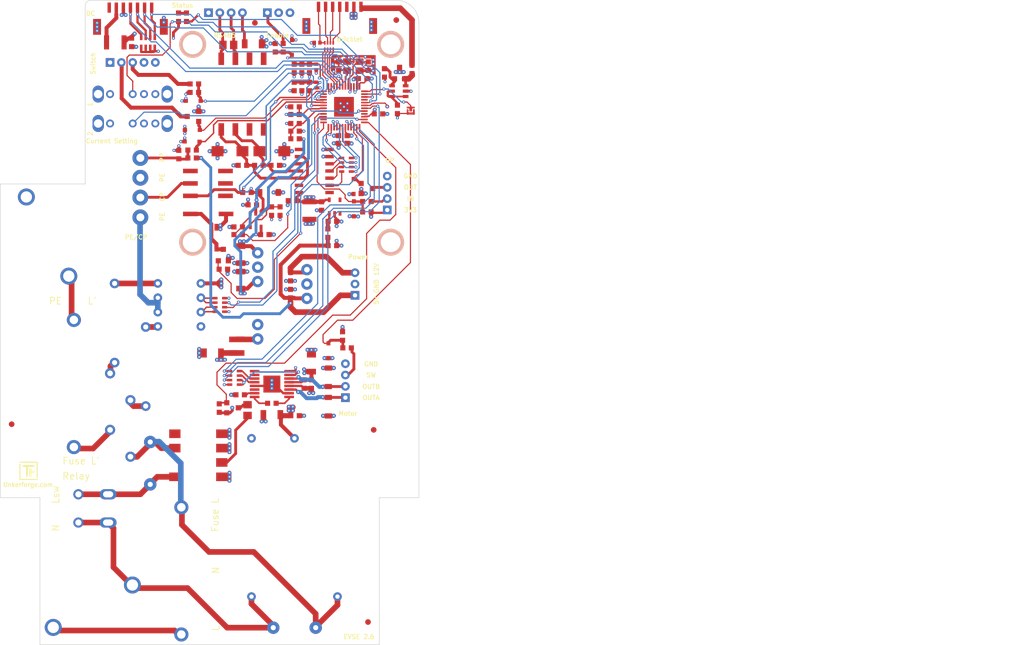
<source format=kicad_pcb>
(kicad_pcb (version 20221018) (generator pcbnew)
  (title_block (title "EVSE Bricklet") (date "2021-11-02") (rev "2.0.6") (company "Tinkerforge GmbH") (comment 1 "Licensed under CERN OHL v.1.1") (comment 2 "Copyright (©) 2021, B.Nordmeyer <bastian@tinkerforge.com>"))
  (layers (0 "F.Cu" signal) (1 "In1.Cu" power "GND.Cu") (2 "In2.Cu" power "VCC.Cu") (31 "B.Cu" signal) (34 "B.Paste" user) (35 "F.Paste" user) (36 "B.SilkS" user "B.Silkscreen") (37 "F.SilkS" user "F.Silkscreen") (38 "B.Mask" user) (39 "F.Mask" user) (44 "Edge.Cuts" user))
  (net 0 "")
  (net 1 "Net-(C101-Pad1)")
  (net 2 "GND")
  (net 3 "3V3")
  (net 4 "5V")
  (net 5 "VCC")
  (net 6 "Net-(C106-Pad1)")
  (net 7 "-12V")
  (net 8 "+12V")
  (net 9 "Net-(C116-Pad1)")
  (net 10 "Net-(C116-Pad2)")
  (net 11 "Net-(C117-Pad2)")
  (net 12 "Net-(D103-Pad2)")
  (net 13 "INPUT-MOTOR-SWITCH")
  (net 14 "Net-(D105-Pad1)")
  (net 15 "Net-(D108-Pad1)")
  (net 16 "Net-(D109-Pad1)")
  (net 17 "L")
  (net 18 "Net-(F101-Pad1)")
  (net 19 "Net-(F102-Pad1)")
  (net 20 "Net-(L102-Pad2)")
  (net 21 "Net-(L103-Pad2)")
  (net 22 "Net-(P101-Pad6)")
  (net 23 "Net-(P101-Pad5)")
  (net 24 "Net-(P101-Pad4)")
  (net 26 "N")
  (net 27 "Net-(P105-Pad4)")
  (net 28 "Net-(P107-Pad3)")
  (net 29 "Net-(P108-Pad3)")
  (net 30 "Net-(P108-Pad2)")
  (net 31 "RELAY")
  (net 32 "CP-PWM")
  (net 33 "Net-(R101-Pad1)")
  (net 34 "Net-(R105-Pad1)")
  (net 35 "Net-(R114-Pad2)")
  (net 36 "Net-(R116-Pad2)")
  (net 37 "Net-(R118-Pad2)")
  (net 38 "Net-(R124-Pad1)")
  (net 39 "S-CS")
  (net 40 "S-CLK")
  (net 41 "S-MOSI")
  (net 42 "S-MISO")
  (net 43 "~{MOTOR_FAULT}")
  (net 44 "MOTOR_ENABLE")
  (net 45 "MOTOR_PHASE")
  (net 46 "Net-(RP104-Pad5)")
  (net 47 "Net-(RP104-Pad6)")
  (net 48 "Net-(RP104-Pad7)")
  (net 49 "Net-(RP105-Pad7)")
  (net 50 "Net-(RP105-Pad5)")
  (net 51 "AC2")
  (net 52 "AC1")
  (net 58 "Net-(P112-Pad6)")
  (net 59 "Net-(P110-Pad4)")
  (net 60 "Net-(C128-Pad1)")
  (net 61 "Net-(C129-Pad1)")
  (net 62 "Net-(D106-Pad1)")
  (net 63 "Net-(D111-Pad1)")
  (net 64 "Net-(D112-Pad1)")
  (net 69 "Net-(L104-Pad7)")
  (net 70 "Net-(L104-Pad8)")
  (net 71 "CPOUT2")
  (net 72 "CP-DISCONNECT")
  (net 73 "CPOUT")
  (net 76 "485-R")
  (net 77 "485-~{REB}")
  (net 78 "485-DE")
  (net 79 "485-D")
  (net 80 "Net-(RP102-Pad5)")
  (net 81 "Net-(RP102-Pad6)")
  (net 82 "Net-(RP102-Pad7)")
  (net 83 "Net-(RP102-Pad8)")
  (net 84 "P0_0")
  (net 87 "P0_5")
  (net 92 "VCP1")
  (net 93 "VCP2")
  (net 94 "VPP")
  (net 95 "V-12")
  (net 96 "V12")
  (net 100 "LED")
  (net 101 "ENABLE")
  (net 102 "SWITCH")
  (net 103 "GP-IN")
  (net 104 "Net-(P113-Pad2)")
  (net 105 "Net-(P113-Pad3)")
  (net 106 "GP-OUT")
  (net 107 "Net-(P109-Pad1)")
  (net 108 "DC-X30")
  (net 109 "DC-X6")
  (net 110 "DC-TST")
  (net 111 "DC-ERR")
  (net 112 "BOOT")
  (net 114 "Net-(P111-Pad1)")
  (net 117 "Net-(L103-Pad1)")
  (net 118 "Net-(Q105-PadG)")
  (net 119 "Net-(R140-Pad2)")
  (net 120 "Net-(Q102-PadD)")
  (net 121 "Net-(D115-Pad2)")
  (net 122 "Net-(D115-Pad1)")
  (net 123 "Net-(D116-Pad2)")
  (net 124 "Net-(P102-Pad1)")
  (footprint "kicad-libraries:C0402F" (layer "F.Cu") (at 133.35 59.05 180)
    (fp_text reference "C101")
    (fp_text value "220pF")
  )
  (footprint "kicad-libraries:C0603F" (layer "F.Cu") (at 136.05 94.95)
    (fp_text reference "C103")
    (fp_text value "1uF")
  )
  (footprint "kicad-libraries:C1206" (layer "F.Cu") (at 114.85 113.95 180)
    (fp_text reference "C104")
    (fp_text value "4.7uF/50V")
  )
  (footprint "kicad-libraries:C1206" (layer "F.Cu") (at 125.35 124.85 180)
    (fp_text reference "C105")
    (fp_text value "4.7uF/50V")
  )
  (footprint "kicad-libraries:C0603F" (layer "F.Cu") (at 136.05 90.65)
    (fp_text reference "C106")
    (fp_text value "1uF")
  )
  (footprint "kicad-libraries:C1206" (layer "F.Cu") (at 119.85 101.05 -90)
    (fp_text reference "C108")
    (fp_text value "4.7uF/50V")
  )
  (footprint "kicad-libraries:C1206" (layer "F.Cu") (at 119.85 96.55 -90)
    (fp_text reference "C109")
    (fp_text value "4.7uF/50V")
  )
  (footprint "kicad-libraries:C0603F" (layer "F.Cu") (at 134.15 87.95 -90)
    (fp_text reference "C110")
    (fp_text value "2.2uF")
  )
  (footprint "kicad-libraries:C0603F" (layer "F.Cu") (at 121.9 87.75)
    (fp_text reference "C112")
    (fp_text value "100nF/30V")
  )
  (footprint "kicad-libraries:C0603F" (layer "F.Cu") (at 124.1 93 180)
    (fp_text reference "C113")
    (fp_text value "100nF/30V")
  )
  (footprint "kicad-libraries:C1206" (layer "F.Cu") (at 132.35 115.75 90)
    (fp_text reference "C114")
    (fp_text value "10uF")
  )
  (footprint "kicad-libraries:C0603F" (layer "F.Cu") (at 125.35 122.85)
    (fp_text reference "C116")
    (fp_text value "100nF/30V")
  )
  (footprint "kicad-libraries:C0603F" (layer "F.Cu") (at 119.75 121.35)
    (fp_text reference "C117")
    (fp_text value "100nF/30V")
  )
  (footprint "kicad-libraries:C0603F" (layer "F.Cu") (at 131.05 119.45 90)
    (fp_text reference "C118")
    (fp_text value "100nF/30V")
  )
  (footprint "kicad-libraries:C0603F" (layer "F.Cu") (at 132.35 119.45 90)
    (fp_text reference "C119")
    (fp_text value "100nF/30V")
  )
  (footprint "kicad-libraries:C0402F" (layer "F.Cu") (at 133.2 63.35 -90)
    (fp_text reference "C120")
    (fp_text value "DNP")
  )
  (footprint "kicad-libraries:C0402F" (layer "F.Cu") (at 133.2 66.55 -90)
    (fp_text reference "C121")
    (fp_text value "DNP")
  )
  (footprint "kicad-libraries:C0603F" (layer "F.Cu") (at 129.45 125.05)
    (fp_text reference "C124")
    (fp_text value "1uF")
  )
  (footprint "kicad-libraries:C0603F" (layer "F.Cu") (at 128.65 100.45 -90)
    (fp_text reference "C125")
    (fp_text value "1uF")
  )
  (footprint "kicad-libraries:C0603F" (layer "F.Cu") (at 128.65 103.45 90)
    (fp_text reference "C126")
    (fp_text value "1uF")
  )
  (footprint "kicad-libraries:SOD-323" (layer "F.Cu") (at 111.3 74.5 180)
    (fp_text reference "D101")
    (fp_text value "‎PESD3V3L1BA")
  )
  (footprint "kicad-libraries:D0603F" (layer "F.Cu") (at 108.85 54.55 90)
    (fp_text reference "D103")
    (fp_text value "blue")
  )
  (footprint "kicad-libraries:SOD-323" (layer "F.Cu") (at 135.35 113.55 90)
    (fp_text reference "D104")
    (fp_text value "‎PESD3V3L1BA")
  )
  (footprint "kicad-libraries:SOD-123FL" (layer "F.Cu") (at 124.85 85.55 180)
    (fp_text reference "D105")
    (fp_text value "SMF4L13CA")
  )
  (footprint "kicad-libraries:SOD-323" (layer "F.Cu") (at 111.25 76.55)
    (fp_text reference "D107")
    (fp_text value "‎PESD3V3L1BA")
  )
  (footprint "kicad-libraries:SOD-123FL" (layer "F.Cu") (at 135.35 123.45 90)
    (fp_text reference "D108")
    (fp_text value "SMF4L13CA")
  )
  (footprint "kicad-libraries:SOD-123FL" (layer "F.Cu") (at 135.35 118.25 -90)
    (fp_text reference "D109")
    (fp_text value "SMF4L13CA")
  )
  (footprint "kicad-libraries:SOD-323" (layer "F.Cu") (at 111.45 69.35 180)
    (fp_text reference "D110")
    (fp_text value "‎PESD3V3L1BA")
  )
  (footprint "kicad-libraries:Fuse-Holder-5x20" (layer "F.Cu") (at 109.35 152.5 90)
    (fp_text reference "F101")
    (fp_text value "FUSE")
  )
  (footprint "kicad-libraries:Fuse-Holder-5x20" (layer "F.Cu") (at 90.35 119.35 -90)
    (fp_text reference "F102")
    (fp_text value "FUSE")
  )
  (footprint "kicad-libraries:SolderJumper" (layer "F.Cu") (at 149.9 71.075 90)
    (fp_text reference "J101")
    (fp_text value "Boot")
  )
  (footprint "kicad-libraries:R0603F" (layer "F.Cu") (at 135.25 92.75 -90)
    (fp_text reference "L101")
    (fp_text value "FB")
  )
  (footprint "kicad-libraries:NR3030" (layer "F.Cu") (at 119.15 112.75 90)
    (fp_text reference "L102")
    (fp_text value "NR3015T6R8M")
  )
  (footprint "kicad-libraries:R0603F" (layer "F.Cu") (at 150.125 63.775 90)
    (fp_text reference "L103")
    (fp_text value "FB")
  )
  (footprint "kicad-libraries:wm_2491620000" (layer "F.Cu") (at 100.7 155 -90)
    (fp_text reference "P103")
    (fp_text value "L'+PE")
  )
  (footprint "kicad-libraries:SOT23GDS" (layer "F.Cu") (at 111.4 72.1 -90)
    (fp_text reference "Q101")
    (fp_text value "2N7002P")
  )
  (footprint "kicad-libraries:SOT23GDS" (layer "F.Cu") (at 118.4 123.65 90)
    (fp_text reference "Q102")
    (fp_text value "SI2305CDS-T1-GE3")
  )
  (footprint "kicad-libraries:R0603F" (layer "F.Cu") (at 119.4 93)
    (fp_text reference "R101")
    (fp_text value "100")
  )
  (footprint "kicad-libraries:R0603F" (layer "F.Cu") (at 119.4 91.65 180)
    (fp_text reference "R103")
    (fp_text value "10k")
  )
  (footprint "kicad-libraries:R0603F" (layer "F.Cu") (at 126.8 88.85 -90)
    (fp_text reference "R105")
    (fp_text value "100k")
  )
  (footprint "kicad-libraries:R0603F" (layer "F.Cu") (at 125.3 88.85 90)
    (fp_text reference "R106")
    (fp_text value "100k")
  )
  (footprint "kicad-libraries:R0603F" (layer "F.Cu") (at 120.95 85.55 180)
    (fp_text reference "R107")
    (fp_text value "910")
  )
  (footprint "kicad-libraries:R0603F" (layer "F.Cu") (at 132 66.8 -90)
    (fp_text reference "R108")
    (fp_text value "300k")
  )
  (footprint "kicad-libraries:R0603F" (layer "F.Cu") (at 130.65 66.8 -90)
    (fp_text reference "R109")
    (fp_text value "100k")
  )
  (footprint "kicad-libraries:R0603F" (layer "F.Cu") (at 129.3 66.8 90)
    (fp_text reference "R110")
    (fp_text value "75k")
  )
  (footprint "kicad-libraries:R0603F" (layer "F.Cu") (at 111.25 79.45)
    (fp_text reference "R111")
    (fp_text value "1k")
  )
  (footprint "kicad-libraries:R0603F" (layer "F.Cu") (at 111.25 78.05)
    (fp_text reference "R112")
    (fp_text value "10k")
  )
  (footprint "kicad-libraries:R0603F" (layer "F.Cu") (at 116.05 123.7 -90)
    (fp_text reference "R115")
    (fp_text value "1k")
  )
  (footprint "kicad-libraries:R0603F" (layer "F.Cu") (at 138.65 113.05)
    (fp_text reference "R117")
    (fp_text value "1k")
  )
  (footprint "kicad-libraries:R0603F" (layer "F.Cu") (at 137.85 110.95 90)
    (fp_text reference "R119")
    (fp_text value "10k")
  )
  (footprint "kicad-libraries:R0603F" (layer "F.Cu") (at 111.65 66.35 180)
    (fp_text reference "R120")
    (fp_text value "1k")
  )
  (footprint "kicad-libraries:R0603F" (layer "F.Cu") (at 111.65 67.85 180)
    (fp_text reference "R121")
    (fp_text value "10k")
  )
  (footprint "kicad-libraries:R0603F" (layer "F.Cu") (at 110.25 54.55 90)
    (fp_text reference "R124")
    (fp_text value "1k")
  )
  (footprint "kicad-libraries:R0603F" (layer "F.Cu") (at 129.3 63.6 90)
    (fp_text reference "R125")
    (fp_text value "75k")
  )
  (footprint "kicad-libraries:R0603F" (layer "F.Cu") (at 132 63.6 -90)
    (fp_text reference "R126")
    (fp_text value "300k")
  )
  (footprint "kicad-libraries:R0603F" (layer "F.Cu") (at 130.65 63.6 -90)
    (fp_text reference "R127")
    (fp_text value "100k")
  )
  (footprint "kicad-libraries:VAR_10mm" (layer "F.Cu") (at 129.35 162.55 180)
    (fp_text reference "R128")
    (fp_text value "MOV-10D391KTR")
  )
  (footprint "kicad-libraries:R0603F" (layer "F.Cu") (at 129.45 71.75 180)
    (fp_text reference "R129")
    (fp_text value "300k")
  )
  (footprint "kicad-libraries:R0603F" (layer "F.Cu") (at 129.45 70.4 180)
    (fp_text reference "R130")
    (fp_text value "100k")
  )
  (footprint "kicad-libraries:4X0402" (layer "F.Cu") (at 135.45 59.65 180)
    (fp_text reference "RP101")
    (fp_text value "82")
  )
  (footprint "kicad-libraries:4X0603" (layer "F.Cu") (at 118.75 118.35 90)
    (fp_text reference "RP104")
    (fp_text value "1k")
  )
  (footprint "kicad-libraries:4X0603" (layer "F.Cu") (at 116.15 105.45 -90)
    (fp_text reference "RP105")
    (fp_text value "10k")
  )
  (footprint "kicad-libraries:PEM1S" (layer "F.Cu") (at 122.85 103.85 90)
    (fp_text reference "U102")
    (fp_text value "PEM1-S12-D12-S")
  )
  (footprint "kicad-libraries:SOT23-5" (layer "F.Cu") (at 122.5 90.45 180)
    (fp_text reference "U105")
    (fp_text value "OPA171AIDBV")
  )
  (footprint "kicad-libraries:TSSOP16_EP" (layer "F.Cu") (at 125.35 119.45 90)
    (fp_text reference "U106")
    (fp_text value "A5950GLP")
  )
  (footprint "kicad-libraries:AQ-H" (layer "F.Cu") (at 112.35 132.05 90)
    (fp_text reference "U108")
    (fp_text value "AQH3213AX")
  )
  (footprint "kicad-libraries:DIP-8" (layer "F.Cu") (at 109 105.45 90)
    (fp_text reference "U109")
    (fp_text value "HCPL2731")
  )
  (footprint "kicad-libraries:SOT23-5" (layer "F.Cu") (at 136.45 88.05)
    (fp_text reference "U110")
    (fp_text value "TPS70933DBVR")
  )
  (footprint "kicad-libraries:IRM02" (layer "F.Cu") (at 129.35 143.05 -90)
    (fp_text reference "U111")
    (fp_text value "IRM02-12")
  )
  (footprint "kicad-libraries:WPMDL110" (layer "F.Cu") (at 131.55 101.75 90)
    (fp_text reference "U112")
    (fp_text value "WPMDL110")
  )
  (footprint "kicad-libraries:VAR_10mm" (layer "F.Cu") (at 103.85 133.45 90)
    (fp_text reference "R113")
    (fp_text value "MOV-10D391KTR")
  )
  (footprint "kicad-libraries:SOD-323" (layer "F.Cu") (at 128.9 59.9 90)
    (fp_text reference "D102")
    (fp_text value "‎PESD3V3L1BA")
  )
  (footprint "kicad-libraries:JST-PH-3-THT" (layer "F.Cu") (at 126.55 53.75 180)
    (fp_text reference "P109")
    (fp_text value "Enable")
  )
  (footprint "kicad-libraries:R0603F" (layer "F.Cu") (at 127.35 59.95 90)
    (fp_text reference "R131")
    (fp_text value "1k")
  )
  (footprint "kicad-libraries:R0603F" (layer "F.Cu") (at 125.95 59.95 90)
    (fp_text reference "R132")
    (fp_text value "10k")
  )
  (footprint "kicad-libraries:JST-PH-4-THT" (layer "F.Cu") (at 138.35 118.85 90)
    (fp_text reference "P107")
    (fp_text value "Motor")
  )
  (footprint "kicad-libraries:JST-PH-5-THT" (layer "F.Cu") (at 100.75 62.55)
    (fp_text reference "P108")
    (fp_text value "Switch_LED")
  )
  (footprint "kicad-libraries:JST-PH-4-THT" (layer "F.Cu") (at 117.15 53.75)
    (fp_text reference "P110")
    (fp_text value "MODBUS")
  )
  (footprint "C0603F" (layer "F.Cu") (at 141.4 65.4)
    (fp_text reference "C102")
    (fp_text value "100nF")
  )
  (footprint "C0603F" (layer "F.Cu") (at 137.9 76.85 180)
    (fp_text reference "C127")
    (fp_text value "100nF")
  )
  (footprint "C0603F" (layer "F.Cu") (at 142.4 63.2 -90)
    (fp_text reference "C128")
    (fp_text value "10pF")
  )
  (footprint "C0603F" (layer "F.Cu") (at 137.15 63.2 90)
    (fp_text reference "C129")
    (fp_text value "10pF")
  )
  (footprint "C0603F" (layer "F.Cu") (at 144.2 71.65)
    (fp_text reference "C130")
    (fp_text value "100nF")
  )
  (footprint "C0603F" (layer "F.Cu") (at 137.9 75.5 180)
    (fp_text reference "C131")
    (fp_text value "220nF")
  )
  (footprint "DO-214AC" (layer "F.Cu") (at 125.35 78.25)
    (fp_text reference "D106")
    (fp_text value "SMAJ24CA")
  )
  (footprint "DO-214AC" (layer "F.Cu") (at 117.95 78.25 180)
    (fp_text reference "D111")
    (fp_text value "SMAJ24CA")
  )
  (footprint "kicad-libraries:SOD-123" (layer "F.Cu") (at 115.55 93.55 90)
    (fp_text reference "D112")
    (fp_text value "B0520LW-7")
  )
  (footprint "kicad-libraries:WE-SL" (layer "F.Cu") (at 120.15 68.15 90)
    (fp_text reference "L104")
    (fp_text value "WE-SL")
  )
  (footprint "C1206" (layer "F.Cu") (at 122.05 59.25)
    (fp_text reference "PTC101")
    (fp_text value "PTC 0.45A")
  )
  (footprint "R0603F" (layer "F.Cu") (at 120.15 80.75)
    (fp_text reference "R134")
    (fp_text value "750")
  )
  (footprint "R0603F" (layer "F.Cu") (at 123.05 80.75)
    (fp_text reference "R135")
    (fp_text value "DNP")
  )
  (footprint "R0603F" (layer "F.Cu") (at 125.95 80.75)
    (fp_text reference "R136")
    (fp_text value "750")
  )
  (footprint "R0805E" (layer "F.Cu") (at 117.65 59.45 180)
    (fp_text reference "R137")
    (fp_text value "120")
  )
  (footprint "kicad-libraries:AGQ2X0" (layer "F.Cu") (at 114.05 85.55 90)
    (fp_text reference "REL101")
    (fp_text value "AGQ200S12Z")
  )
  (footprint "kicad-libraries:0603X4" (layer "F.Cu") (at 138.55 80.65 -90)
    (fp_text reference "RP102")
    (fp_text value "10k")
  )
  (footprint "kicad-libraries:OS103011MS8QP1" (layer "F.Cu") (at 100.75 73.35)
    (fp_text reference "SW101")
    (fp_text value "OS103011MS8QP1")
  )
  (footprint "kicad-libraries:OS103011MS8QP1" (layer "F.Cu") (at 100.75 68.15)
    (fp_text reference "SW102")
    (fp_text value "OS103011MS8QP1")
  )
  (footprint "kicad-libraries:SOIC-14_3.9x8.7mm_Pitch1.27mm" (layer "F.Cu") (at 132.85 81.75 180)
    (fp_text reference "U113")
    (fp_text value "SP3491")
  )
  (footprint "kicad-libraries:CRYSTAL_3225" (layer "F.Cu") (at 139.75 63.2)
    (fp_text reference "X101")
    (fp_text value "16MHz")
  )
  (footprint "kicad-libraries:CON-SENSOR2_180" (layer "F.Cu") (at 137.35 57.5)
    (fp_text reference "P101")
    (fp_text value "CON-SENSOR2")
  )
  (footprint "kicad-libraries:R0603F" (layer "F.Cu") (at 129.45 73.35 180)
    (fp_text reference "R102")
    (fp_text value "75k")
  )
  (footprint "kicad-libraries:R0603F" (layer "F.Cu") (at 129.45 76.05)
    (fp_text reference "R104")
    (fp_text value "300k")
  )
  (footprint "kicad-libraries:R0603F" (layer "F.Cu") (at 129.45 74.7)
    (fp_text reference "R122")
    (fp_text value "100k")
  )
  (footprint "kicad-libraries:CON-SENSOR2_180" (layer "F.Cu") (at 100.35 57.65)
    (fp_text reference "P112")
    (fp_text value "DC-Protect")
  )
  (footprint "kicad-libraries:SOD-323" (layer "F.Cu") (at 139.85 88.45 -90)
    (fp_text reference "D113")
    (fp_text value "‎PESD3V3L1BA")
  )
  (footprint "kicad-libraries:JST-PH-4-THT" (layer "F.Cu") (at 145.75 85.65 90)
    (fp_text reference "P113")
    (fp_text value "GP")
  )
  (footprint "kicad-libraries:SOT23GDS" (layer "F.Cu") (at 142.15 84.85 90)
    (fp_text reference "Q104")
    (fp_text value "2N7002P")
  )
  (footprint "kicad-libraries:R0603F" (layer "F.Cu") (at 142.15 87.15)
    (fp_text reference "R123")
    (fp_text value "1k")
  )
  (footprint "kicad-libraries:R0603F" (layer "F.Cu") (at 142.15 89)
    (fp_text reference "R139")
    (fp_text value "10k")
  )
  (footprint "kicad-libraries:SOD-323" (layer "F.Cu") (at 139.8 84.5 -90)
    (fp_text reference "D114")
    (fp_text value "‎PESD3V3L1BA")
  )
  (footprint "kicad-libraries:C0603F" (layer "F.Cu") (at 129 87)
    (fp_text reference "C132")
    (fp_text value "100nF")
  )
  (footprint "kicad-libraries:C1210" (layer "F.Cu") (at 132 88.75 -90)
    (fp_text reference "C111")
    (fp_text value "100uF")
  )
  (footprint "kicad-libraries:QFN48-EP2" (layer "F.Cu") (at 138.1 70.4 -90)
    (fp_text reference "U101")
    (fp_text value "XMC1404")
  )
  (footprint "kicad-libraries:JST-PH-3-THT" (layer "F.Cu") (at 140.05 101.75 -90)
    (fp_text reference "P106")
    (fp_text value "Power")
  )
  (footprint "kicad-libraries:RNF12-2" (layer "F.Cu") (at 103.05 116.35 90)
    (fp_text reference "R116")
    (fp_text value "RNF12FTD249K")
  )
  (footprint "kicad-libraries:wm_2491620000" (layer "F.Cu") (at 89.45 100.35 180)
    (fp_text reference "P104")
    (fp_text value "L'+PE")
  )
  (footprint "kicad-libraries:Logo_31x31" (layer "F.Cu") (at 82.34 134.81)
    (fp_text reference "G***" hide)
    (fp_text value "LOGO" hide)
  )
  (footprint "kicad-libraries:4X0603" (layer "F.Cu") (at 103.45 59)
    (fp_text reference "RP103")
    (fp_text value "1k")
  )
  (footprint "kicad-libraries:C0603F" (layer "F.Cu") (at 100.55 59 -90)
    (fp_text reference "C107")
    (fp_text value "1uF")
  )
  (footprint "kicad-libraries:SOT23GDS" (layer "F.Cu") (at 147.925 64.425 180)
    (fp_text reference "Q105")
    (fp_text value "SSM3J355R,LF")
  )
  (footprint "kicad-libraries:R0603F" (layer "F.Cu") (at 147.55 70.85 90)
    (fp_text reference "R140")
    (fp_text value "10k")
  )
  (footprint "kicad-libraries:SOT26" (layer "F.Cu") (at 147.8 67.625 -90)
    (fp_text reference "U103")
    (fp_text value "DMMT5401")
  )
  (footprint "kicad-libraries:R0603F" (layer "F.Cu") (at 108.9 78.85 -90)
    (fp_text reference "R141")
    (fp_text value "2k")
  )
  (footprint "kicad-libraries:Fiducial_Mark" (layer "F.Cu") (at 142.35 161.55)
    (fp_text reference "Fiducial_Mark" hide)
    (fp_text value "VAL**" hide)
  )
  (footprint "kicad-libraries:Fiducial_Mark" (layer "F.Cu") (at 79.35 126.55)
    (fp_text reference "Fiducial_Mark" hide)
    (fp_text value "VAL**" hide)
  )
  (footprint "kicad-libraries:Fiducial_Mark" (layer "F.Cu") (at 147.35 55.05)
    (fp_text reference "Fiducial_Mark" hide)
    (fp_text value "VAL**" hide)
  )
  (footprint "kicad-libraries:Fiducial_Mark" (layer "F.Cu") (at 122.35 55.55)
    (fp_text reference "Fiducial_Mark" hide)
    (fp_text value "VAL**" hide)
  )
  (footprint "kicad-libraries:Fiducial_Mark" (layer "F.Cu") (at 143.35 127.55)
    (fp_text reference "Fiducial_Mark" hide)
    (fp_text value "VAL**" hide)
  )
  (footprint "kicad-libraries:R0603F" (layer "F.Cu") (at 116.775 99.125 180)
    (fp_text reference "R138")
    (fp_text value "1k")
  )
  (footprint "kicad-libraries:SOT23GDS" (layer "F.Cu") (at 116.775 96.625 180)
    (fp_text reference "Q103")
    (fp_text value "2N7002P")
  )
  (footprint "kicad-libraries:R0603F" (layer "F.Cu") (at 145.25 64.4 90)
    (fp_text reference "R133")
    (fp_text value "47k")
  )
  (footprint "kicad-libraries:DEBUG_PAD" (layer "F.Cu") (at 145.75 70.35)
    (fp_text reference "P111")
    (fp_text value "Debug")
  )
  (footprint "kicad-libraries:DRILL_NP_35" (layer "F.Cu") (at 111.35 59.35)
    (fp_text reference "A103" hide)
    (fp_text value "DRILL" hide)
  )
  (footprint "kicad-libraries:DRILL_NP_35" (layer "F.Cu") (at 111.35 94.35)
    (fp_text reference "A102" hide)
    (fp_text value "DRILL" hide)
  )
  (footprint "kicad-libraries:DRILL_NP_35" (layer "F.Cu") (at 146.35 59.35)
    (fp_text reference "A104" hide)
    (fp_text value "DRILL" hide)
  )
  (footprint "kicad-libraries:DRILL_NP_35" (layer "F.Cu") (at 146.35 94.35)
    (fp_text reference "A101" hide)
    (fp_text value "DRILL" hide)
  )
  (footprint "kicad-libraries:OQ_4P_Vertical" (layer "F.Cu") (at 102.1 84.7 90)
    (fp_text reference "P105")
    (fp_text value "CP/PP/PE")
  )
  (footprint "kicad-libraries:R0805E" (layer "F.Cu") (at 121.05 124.05 -90)
    (fp_text reference "R114")
    (fp_text value "120")
  )
  (footprint "kicad-libraries:DO-41" (layer "F.Cu") (at 96.75 122.55 90)
    (fp_text reference "D115")
    (fp_text value "1N4007")
  )
  (footprint "kicad-libraries:DO-41" (layer "F.Cu") (at 100.35 127.3 90)
    (fp_text reference "D116")
    (fp_text value "1N4007")
  )
  (footprint "kicad-libraries:RNF12-2" (layer "F.Cu") (at 97.55 108.65 90)
    (fp_text reference "R118")
    (fp_text value "RNF12FTD249K")
  )
  (footprint "kicad-libraries:LSF-SMT-500-02-135" (layer "F.Cu") (at 93.65 141.45 -90)
    (fp_text reference "P102")
    (fp_text value "Relay")
  )
  (footprint "kicad-libraries:R1210" (layer "F.Cu") (at 97.675 59 180)
    (fp_text reference "R1")
    (fp_text value "0")
  )
  (footprint "kicad-libraries:din-rail-mount" (layer "B.Cu") (at 146.35 118.55 -90)
    (fp_text reference "A105")
    (fp_text value "Rail")
  )
  (footprint "kicad-libraries:din-rail-mount" (layer "B.Cu") (at 82.35 118.55 -90)
    (fp_text reference "A106")
    (fp_text value "Rail")
  )
  (gr_line (start 144.35 165.55) (end 84.35 165.55) (stroke (width 0.09906)) (layer "Edge.Cuts"))
  (gr_line (start 93.35 51.55) (end 147.35 51.55) (stroke (width 0.09906)) (layer "Edge.Cuts"))
  (gr_line (start 92.35 84.05) (end 77.35 84.05) (stroke (width 0.09906)) (layer "Edge.Cuts"))
  (gr_arc (start 147.35 51.55) (mid 150.178427 52.721573) (end 151.35 55.55) (stroke (width 0.09906)) (layer "Edge.Cuts"))
  (gr_line (start 144.35 139.55) (end 144.35 165.55) (stroke (width 0.09906)) (layer "Edge.Cuts"))
  (gr_line (start 84.35 139.55) (end 84.35 165.55) (stroke (width 0.09906)) (layer "Edge.Cuts"))
  (gr_line (start 77.35 139.55) (end 84.35 139.55) (stroke (width 0.09906)) (layer "Edge.Cuts"))
  (gr_arc (start 92.35 52.55) (mid 92.642893 51.842893) (end 93.35 51.55) (stroke (width 0.09906)) (layer "Edge.Cuts"))
  (gr_line (start 92.35 52.55) (end 92.35 84.05) (stroke (width 0.09906)) (layer "Edge.Cuts"))
  (gr_line (start 151.35 139.55) (end 151.35 55.55) (stroke (width 0.09906)) (layer "Edge.Cuts"))
  (gr_line (start 77.35 139.55) (end 77.35 84.05) (stroke (width 0.09906)) (layer "Edge.Cuts"))
  (gr_line (start 151.35 139.55) (end 144.35 139.55) (stroke (width 0.09906)) (layer "Edge.Cuts"))
  (gr_text "Bricklet" (at 139.075 58.45) (layer "F.SilkS") (effects (font (size 0.8 0.8))))
  (gr_text "Enable" (at 126.35 57.75) (layer "F.SilkS") (effects (font (size 0.8 0.8))))
  (gr_text "RS485" (at 117.05 57.75) (layer "F.SilkS") (effects (font (size 0.8 0.8))))
  (gr_text "Switch" (at 93.75 62.75 90) (layer "F.SilkS") (effects (font (size 0.8 0.8))))
  (gr_text "1" (at 93.25 69.95 90) (layer "F.SilkS") (effects (font (size 0.8 0.8))))
  (gr_text "2" (at 93.25 75.15 90) (layer "F.SilkS") (effects (font (size 0.8 0.8))))
  (gr_text "Motor" (at 138.8 124.65) (layer "F.SilkS") (effects (font (size 0.8 0.8))))
  (gr_text "GP" (at 146.2 79.9) (layer "F.SilkS") (effects (font (size 0.8 0.8))))
  (gr_text "Status" (at 109.55 52.45) (layer "F.SilkS") (effects (font (size 0.8 0.8))))
  (gr_text "L          N" (at 115.45 157.45 90) (layer "F.SilkS") (effects (font (size 1.2 1.2))))
  (gr_text "Fuse L" (at 115.325 142.625 90) (layer "F.SilkS") (effects (font (size 1.2 1.2))))
  (gr_text "Fuse L'" (at 91.625 133.05) (layer "F.SilkS") (effects (font (size 1.2 1.2))))
  (gr_text "5V GND 12V" (at 143.85 101.75 90) (layer "F.SilkS") (effects (font (size 0.8 0.8))))
  (gr_text "GND" (at 142.9 115.9) (layer "F.SilkS") (effects (font (size 0.8 0.8))))
  (gr_text "SW" (at 142.9 117.85) (layer "F.SilkS") (effects (font (size 0.8 0.8))))
  (gr_text "OUTB" (at 142.9 119.9) (layer "F.SilkS") (effects (font (size 0.8 0.8))))
  (gr_text "OUTA" (at 142.9 121.85) (layer "F.SilkS") (effects (font (size 0.8 0.8))))
  (gr_text "Relay" (at 90.75 135.725) (layer "F.SilkS") (effects (font (size 1.2 1.2))))
  (gr_text "EVSE 2.6" (at 140.75 164.15) (layer "F.SilkS") (effects (font (size 0.8 0.8))))
  (gr_text "Current Setting" (at 97.05 76.45) (layer "F.SilkS") (effects (font (size 0.8 0.8))))
  (gr_text "Power" (at 140.6 96.95) (layer "F.SilkS") (effects (font (size 0.8 0.8))))
  (gr_text "N    Lsw" (at 87.15 141.475 90) (layer "F.SilkS") (effects (font (size 1.2 1.2))))
  (gr_text "tinkerforge.com" (at 82.25 137.25) (layer "F.SilkS") (effects (font (size 0.75 0.75))))
  (gr_text "GND" (at 149.85 82.65) (layer "F.SilkS") (effects (font (size 0.8 0.8))))
  (gr_text "OUT" (at 149.85 84.65) (layer "F.SilkS") (effects (font (size 0.8 0.8))))
  (gr_text "IN" (at 149.85 86.65) (layer "F.SilkS") (effects (font (size 0.8 0.8))))
  (gr_text "3V3" (at 149.85 88.65) (layer "F.SilkS") (effects (font (size 0.8 0.8))))
  (gr_text "PE     L'" (at 90.15 104.75) (layer "F.SilkS") (effects (font (size 1.2 1.2))))
  (gr_text "CP" (at 105.975 86.35 90) (layer "F.SilkS") (effects (font (size 0.8 0.8))))
  (gr_text "PP" (at 105.975 79.35 90) (layer "F.SilkS") (effects (font (size 0.8 0.8))))
  (gr_text "PE" (at 105.975 82.9 90) (layer "F.SilkS") (effects (font (size 0.8 0.8))))
  (gr_text "PE" (at 105.975 89.85 90) (layer "F.SilkS") (effects (font (size 0.8 0.8))))
  (gr_text "PE/CP" (at 101.35 93.45) (layer "F.SilkS") (effects (font (size 0.8 0.8))))
  (gr_text "DC" (at 93.3 53.9) (layer "F.SilkS") (effects (font (size 0.8 0.8))))
  (segment (start 133.6 55.75) (end 133.85 56) (width 0.2) (layer "F.Cu") (net 1))
  (segment (start 133.85 56) (end 133.85 57.9) (width 0.2) (layer "F.Cu") (net 1))
  (segment (start 134.7007 59.075) (end 133.875 59.075) (width 0.2) (layer "F.Cu") (net 1))
  (segment (start 133.6 52.7) (end 133.6 55.75) (width 0.2) (layer "F.Cu") (net 1))
  (segment (start 133.85 57.9) (end 133.85 59.05) (width 0.2) (layer "F.Cu") (net 1))
  (segment (start 133.875 59.075) (end 133.85 59.05) (width 0.2) (layer "F.Cu") (net 1))
  (segment (start 121.1 87.75) (end 120.25 87.75) (width 0.5) (layer "F.Cu") (net 2))
  (segment (start 117.525 99.125) (end 117.525 99.975) (width 0.7) (layer "F.Cu") (net 2))
  (segment (start 117.564 97.141) (end 118.409 97.141) (width 0.7) (layer "F.Cu") (net 2))
  (segment (start 118.409 97.141) (end 118.425 97.125) (width 0.7) (layer "F.Cu") (net 2))
  (segment (start 117.664 97.641) (end 117.664 96.786) (width 0.7) (layer "F.Cu") (net 2))
  (segment (start 117.664 96.786) (end 117.675 96.775) (width 0.7) (layer "F.Cu") (net 2))
  (segment (start 125.3 89.6) (end 125.3 90.35) (width 0.5) (layer "F.Cu") (net 2))
  (segment (start 123.84886 125.64886) (end 124.25 126.05) (width 0.7) (layer "F.Cu") (net 2))
  (segment (start 123.55114 59.25) (end 123.55114 58.05114) (width 0.5) (layer "F.Cu") (net 2))
  (segment (start 141.15 85.75) (end 141.15 84.946881) (width 0.7) (layer "F.Cu") (net 2))
  (segment (start 125.02742 119.77258) (end 125.35 119.45) (width 0.4) (layer "F.Cu") (net 2))
  (segment (start 122.302 119.77258) (end 125.02742 119.77258) (width 0.4) (layer "F.Cu") (net 2))
  (segment (start 112.5 113.95) (end 112.5 114.65) (width 0.7) (layer "F.Cu") (net 2))
  (segment (start 133.873582 67.05) (end 133.886791 67.036791) (width 0.5) (layer "F.Cu") (net 2))
  (segment (start 135.35 125.0883) (end 135.4617 125.0883) (width 0.7) (layer "F.Cu") (net 2))
  (segment (start 135.35 114.8708) (end 136.0292 114.8708) (width 0.7) (layer "F.Cu") (net 2))
  (segment (start 141 66.15) (end 141.65 66.15) (width 0.25) (layer "F.Cu") (net 2))
  (segment (start 143.25 62.124012) (end 143.274012 62.1) (width 0.2) (layer "F.Cu") (net 2))
  (segment (start 131.45 56.1) (end 131.45 55.39999) (width 0.5) (layer "F.Cu") (net 2))
  (segment (start 140.84828 66.30172) (end 141 66.15) (width 0.25) (layer "F.Cu") (net 2))
  (segment (start 134.4383 125.0883) (end 134.4 125.05) (width 0.7) (layer "F.Cu") (net 2))
  (segment (start 130.57258 119.77258) (end 131.05 120.25) (width 0.4) (layer "F.Cu") (net 2))
  (segment (start 117.83 130.78) (end 117.85 130.8) (width 0.7) (layer "F.Cu") (net 2))
  (segment (start 150.45 71.475) (end 150.35 71.575) (width 0.15) (layer "F.Cu") (net 2))
  (segment (start 132.35 120.2) (end 132.2 120.2) (width 0.5) (layer "F.Cu") (net 2))
  (segment (start 139.85 53.95) (end 140.15 53.95) (width 0.5) (layer "F.Cu") (net 2))
  (segment (start 120.99886 98.05114) (end 121 98.05) (width 0.7) (layer "F.Cu") (net 2))
  (segment (start 136.31881 75.5) (end 136.314724 75.504086) (width 0.7) (layer "F.Cu") (net 2))
  (segment (start 128.65 101.2) (end 127.85 101.2) (width 0.5) (layer "F.Cu") (net 2))
  (segment (start 124.35 58.6) (end 124.4 58.6) (width 0.5) (layer "F.Cu") (net 2))
  (segment (start 136.8 94.95) (end 136.8 94.1) (width 0.5) (layer "F.Cu") (net 2))
  (segment (start 132.35 120.2) (end 132.35 120.65) (width 0.7) (layer "F.Cu") (net 2))
  (segment (start 109.9292 75.9208) (end 109.95 75.9) (width 0.5) (layer "F.Cu") (net 2))
  (segment (start 140.15 53.95) (end 139.452848 53.95) (width 0.7) (layer "F.Cu") (net 2))
  (segment (start 121.15 87.75) (end 121.15 86.85) (width 0.5) (layer "F.Cu") (net 2))
  (segment (start 132 90.2994) (end 132 91.1) (width 0.7) (layer "F.Cu") (net 2))
  (segment (start 128.7 70.4) (end 127.944595 70.4) (width 0.5) (layer "F.Cu") (net 2))
  (segment (start 109.9792 73.8792) (end 109.95 73.85) (width 0.5) (layer "F.Cu") (net 2))
  (segment (start 108.9 78.1) (end 108.05 78.1) (width 0.5) (layer "F.Cu") (net 2))
  (segment (start 112.5 113.95) (end 112.5 113.25) (width 0.7) (layer "F.Cu") (net 2))
  (segment (start 137.3507 74.01188) (end 137.3507 74.9993) (width 0.25) (layer "F.Cu") (net 2))
  (segment (start 128.398 119.77258) (end 130.57258 119.77258) (width 0.4) (layer "F.Cu") (net 2))
  (segment (start 135.55 77.94) (end 134.46 77.94) (width 0.5) (layer "F.Cu") (net 2))
  (segment (start 139.8 61.5) (end 142.7 61.5) (width 0.2) (layer "F.Cu") (net 2))
  (segment (start 106.25 56.25) (end 106.25 54.650004) (width 0.5) (layer "F.Cu") (net 2))
  (segment (start 133.2 67.05) (end 133.873582 67.05) (width 0.5) (layer "F.Cu") (net 2))
  (segment (start 130.65 67.55) (end 130.65 68.2) (width 0.5) (layer "F.Cu") (net 2))
  (segment (start 149.5 71.575) (end 149.9 71.575) (width 0.15) (layer "F.Cu") (net 2))
  (segment (start 117.85 130.8) (end 117.85 131.5) (width 0.7) (layer "F.Cu") (net 2))
  (segment (start 128.65 102.7) (end 129.45 102.7) (width 0.5) (layer "F.Cu") (net 2))
  (segment (start 142.15 65.4) (end 143 65.4) (width 0.7) (layer "F.Cu") (net 2))
  (segment (start 139.1208 89.7708) (end 139.1 89.75) (width 0.5) (layer "F.Cu") (net 2))
  (segment (start 115.75036 78.25) (end 115.75036 79.49964) (width 0.7) (layer "F.Cu") (net 2))
  (segment (start 134.46 79.21) (end 134.45 79.2) (width 0.5) (layer "F.Cu") (net 2))
  (segment (start 127.37306 121.07306) (end 125.75 119.45) (width 0.4) (layer "F.Cu") (net 2))
  (segment (start 136.0292 114.8708) (end 136.05 114.85) (width 0.7) (layer "F.Cu") (net 2))
  (segment (start 142.15 65.65) (end 142.15 65.4) (width 0.25) (layer "F.Cu") (net 2))
  (segment (start 136.2617 125.0883) (end 136.3 125.05) (width 0.7) (layer "F.Cu") (net 2))
  (segment (start 109.9792 74.5) (end 109.9792 75.1208) (width 0.5) (layer "F.Cu") (net 2))
  (segment (start 141.939 85.739) (end 141.95 85.75) (width 0.7) (layer "F.Cu") (net 2))
  (segment (start 123.84886 124.85) (end 123.84886 125.64886) (width 0.7) (layer "F.Cu") (net 2))
  (segment (start 112.416 71.211) (end 113.239 71.211) (width 0.7) (layer "F.Cu") (net 2))
  (segment (start 117.85 130.8) (end 117.85 130.1) (width 0.7) (layer "F.Cu") (net 2))
  (segment (start 135.35 116.6117) (end 136.2883 116.6117) (width 0.7) (layer "F.Cu") (net 2))
  (segment (start 110.1292 69.35) (end 110.1292 68.893823) (width 0.5) (layer "F.Cu") (net 2))
  (segment (start 106.25 54.650004) (end 106.249996 54.65) (width 0.5) (layer "F.Cu") (net 2))
  (segment (start 136.609564 62.3999) (end 136.117526 62.891938) (width 0.5) (layer "F.Cu") (net 2))
  (segment (start 138.1 70.4) (end 137.5 71) (width 0.2) (layer "F.Cu") (net 2))
  (segment (start 127.54964 79.49964) (end 127.55 79.5) (width 0.7) (layer "F.Cu") (net 2))
  (segment (start 127.54964 78.25) (end 127.54964 79.49964) (width 0.7) (layer "F.Cu") (net 2))
  (segment (start 125.35 119.45) (end 125.35 119.5) (width 0.5) (layer "F.Cu") (net 2))
  (segment (start 139.8 85.8208) (end 139.0792 85.8208) (width 0.5) (layer "F.Cu") (net 2))
  (segment (start 94.45 56.25) (end 94.45 55.55) (width 0.5) (layer "F.Cu") (net 2))
  (segment (start 123.55114 58.05114) (end 123.55 58.05) (width 0.5) (layer "F.Cu") (net 2))
  (segment (start 109.9292 76.55) (end 109.9292 75.9208) (width 0.5) (layer "F.Cu") (net 2))
  (segment (start 134.4117 116.6117) (end 134.4 116.6) (width 0.7) (layer "F.Cu") (net 2))
  (segment (start 140.84828 66.79066) (end 140.84828 66.30172) (width 0.25) (layer "F.Cu") (net 2))
  (segment (start 132.05 120.05) (end 131.25 120.05) (width 0.5) (layer "F.Cu") (net 2))
  (segment (start 132.35 120.65) (end 131.95 121.05) (width 0.7) (layer "F.Cu") (net 2))
  (segment (start 140.565106 89.7708) (end 140.597153 89.802847) (width 0.5) (layer "F.Cu") (net 2))
  (segment (start 119.85 98.05114) (end 120.99886 98.05114) (width 0.7) (layer "F.Cu") (net 2))
  (segment (start 117.84 135.86) (end 117.85 135.85) (width 0.7) (layer "F.Cu") (net 2))
  (segment (start 132.35 120.65) (end 132.65 120.95) (width 0.7) (layer "F.Cu") (net 2))
  (segment (start 126.4883 85.55) (end 125.650008 85.55) (width 0.7) (layer "F.Cu") (net 2))
  (segment (start 128.65 101.2) (end 129.45 101.2) (width 0.5) (layer "F.Cu") (net 2))
  (segment (start 136.8 90.65) (end 136.8 91.5) (width 0.5) (layer "F.Cu") (net 2))
  (segment (start 110.1292 69.35) (end 109.45 69.35) (width 0.5) (layer "F.Cu") (net 2))
  (segment (start 137.6 90.65) (end 137.65 90.7) (width 0.5) (layer "F.Cu") (net 2))
  (segment (start 112.416 71.211) (end 111.611 71.211) (width 0.7) (layer "F.Cu") (net 2))
  (segment (start 127.54964 78.25) (end 128.898682 78.25) (width 0.7) (layer "F.Cu") (net 2))
  (segment (start 149.9 71.575) (end 147.625 71.575) (width 0.2) (layer "F.Cu") (net 2))
  (segment (start 129.5708 58.5792) (end 129.6 58.55) (width 0.5) (layer "F.Cu") (net 2))
  (segment (start 99.1 52.85) (end 99.1 53.75) (width 0.5) (layer "F.Cu") (net 2))
  (segment (start 142.953871 61.750999) (end 143.274012 62.07114) (width 0.2) (layer "F.Cu") (net 2))
  (segment (start 130.2 74.7) (end 131 74.7) (width 0.5) (layer "F.Cu") (net 2))
  (segment (start 140.15 53.95) (end 140.15 54.65) (width 0.7) (layer "F.Cu") (net 2))
  (segment (start 142.7 61.5) (end 142.950999 61.750999) (width 0.2) (layer "F.Cu") (net 2))
  (segment (start 150.35 71.575) (end 149.9 71.575) (width 0.15) (layer "F.Cu") (net 2))
  (segment (start 109.9292 76.55) (end 109.25 76.55) (width 0.5) (layer "F.Cu") (net 2))
  (segment (start 100.55 59.75) (end 100.575 59.775) (width 0.7) (layer "F.Cu") (net 2))
  (segment (start 120.99886 99.54886) (end 121 99.55) (width 0.7) (layer "F.Cu") (net 2))
  (segment (start 117.85 128.25) (end 117.85 127.55) (width 0.7) (layer "F.Cu") (net 2))
  (segment (start 149.35 71.425) (end 149.5 71.575) (width 0.15) (layer "F.Cu") (net 2))
  (segment (start 145.375 65.15) (end 145.375 65.925) (width 0.3) (layer "F.Cu") (net 2))
  (segment (start 136.45 89.24888) (end 136.45 89.85) (width 0.4) (layer "F.Cu") (net 2))
  (segment (start 132 91.1) (end 132.55287 91.1) (width 0.7) (layer "F.Cu") (net 2))
  (segment (start 115.75036 78.25) (end 115.75036 77.00036) (width 0.7) (layer "F.Cu") (net 2))
  (segment (start 132.3 120.2) (end 132.15 120.35) (width 0.5) (layer "F.Cu") (net 2))
  (segment (start 108.9 78.1) (end 108.9 77.3) (width 0.5) (layer "F.Cu") (net 2))
  (segment (start 128.65 102.7) (end 127.85 102.7) (width 0.5) (layer "F.Cu") (net 2))
  (segment (start 119.85 99.54886) (end 118.70114 99.54886) (width 0.7) (layer "F.Cu") (net 2))
  (segment (start 112.416 71.211) (end 112.416 70.366) (width 0.7) (layer "F.Cu") (net 2))
  (segment (start 115.75036 78.25) (end 117.15 78.25) (width 0.7) (layer "F.Cu") (net 2))
  (segment (start 117.85 135.85) (end 117.85 135.15) (width 0.7) (layer "F.Cu") (net 2))
  (segment (start 106.25 56.95) (end 106.25 56.25) (width 0.5) (layer "F.Cu") (net 2))
  (segment (start 132.35 113.4) (end 131.65 113.4) (width 0.7) (layer "F.Cu") (net 2))
  (segment (start 99.1 52.85) (end 99.1 53.85) (width 0.5) (layer "F.Cu") (net 2))
  (segment (start 115.75036 79.49964) (end 115.75 79.5) (width 0.7) (layer "F.Cu") (net 2))
  (segment (start 128.9 58.5792) (end 128.9 57.85) (width 0.5) (layer "F.Cu") (net 2))
  (segment (start 123.7 59.25) (end 124.35 58.6) (width 0.5) (layer "F.Cu") (net 2))
  (segment (start 136.8 94.95) (end 137.65 94.95) (width 0.5) (layer "F.Cu") (net 2))
  (segment (start 147.625 71.575) (end 147.55 71.65) (width 0.2) (layer "F.Cu") (net 2))
  (segment (start 141.134 85.739) (end 141.163208 85.709792) (width 0.5) (layer "F.Cu") (net 2))
  (segment (start 140.15 54.65) (end 139.45 54.65) (width 0.7) (layer "F.Cu") (net 2))
  (segment (start 128.9 58.5792) (end 129.5708 58.5792) (width 0.5) (layer "F.Cu") (net 2))
  (segment (start 109.9792 75.1208) (end 109.95 75.15) (width 0.5) (layer "F.Cu") (net 2))
  (segment (start 127.54964 77.00036) (end 127.55 77) (width 0.7) (layer "F.Cu") (net 2))
  (segment (start 125.35 119.45) (end 125.35 120.2) (width 0.5) (layer "F.Cu") (net 2))
  (segment (start 115.75036 78.25) (end 114.35 78.25) (width 0.7) (layer "F.Cu") (net 2))
  (segment (start 113.239 71.211) (end 113.25 71.2) (width 0.7) (layer "F.Cu") (net 2))
  (segment (start 131.05 120.2) (end 132.3 120.2) (width 0.4) (layer "F.Cu") (net 2))
  (segment (start 100.575 59.775) (end 101.375 59.775) (width 0.7) (layer "F.Cu") (net 2))
  (segment (start 137.15 76.85) (end 136.3 76.85) (width 0.7) (layer "F.Cu") (net 2))
  (segment (start 139.85 89.7708) (end 139.1208 89.7708) (width 0.5) (layer "F.Cu") (net 2))
  (segment (start 150.45 71.3) (end 150.45 71.475) (width 0.15) (layer "F.Cu") (net 2))
  (segment (start 128.898682 78.25) (end 128.901153 78.252471) (width 0.7) (layer "F.Cu") (net 2))
  (segment (start 135.35 114.8708) (end 134.67079 114.8708) (width 0.7) (layer "F.Cu") (net 2))
  (segment (start 123.55114 59.25) (end 123.9 59.25) (width 0.5) (layer "F.Cu") (net 2))
  (segment (start 139.85 89.7708) (end 140.565106 89.7708) (width 0.5) (layer "F.Cu") (net 2))
  (segment (start 117.84 128.24) (end 117.85 128.25) (width 0.7) (layer "F.Cu") (net 2))
  (segment (start 135.35 116.6117) (end 134.4117 116.6117) (width 0.7) (layer "F.Cu") (net 2))
  (segment (start 136.117526 63.991528) (end 136.275998 64.15) (width 0.2) (layer "F.Cu") (net 2))
  (segment (start 94.45 56.25) (end 94.45 56.95) (width 0.5) (layer "F.Cu") (net 2))
  (segment (start 136.8 90.2) (end 136.8 90.7) (width 0.4) (layer "F.Cu") (net 2))
  (segment (start 133.2 63.85) (end 133.2 64.45) (width 0.5) (layer "F.Cu") (net 2))
  (segment (start 132.35 114.24886) (end 132.35 113.4) (width 0.7) (layer "F.Cu") (net 2))
  (segment (start 131.45 56.1) (end 131.45 56.799998) (width 0.5) (layer "F.Cu") (net 2))
  (segment (start 143.25 64) (end 143.25 62.124012) (width 0.2) (layer "F.Cu") (net 2))
  (segment (start 132 91.1) (end 131.3 91.1) (width 0.7) (layer "F.Cu") (net 2))
  (segment (start 116.5 130.78) (end 117.83 130.78) (width 0.7) (layer "F.Cu") (net 2))
  (segment (start 110.1292 68.893823) (end 110.15 68.873023) (width 0.5) (layer "F.Cu") (net 2))
  (segment (start 119.85 98.05114) (end 118.70114 98.05114) (width 0.7) (layer "F.Cu") (net 2))
  (segment (start 142.95 56.1) (end 142.95 55.4) (width 0.5) (layer "F.Cu") (net 2))
  (segment (start 138.1 70.4) (end 138.7 69.8) (width 0.2) (layer "F.Cu") (net 2))
  (segment (start 136.8 90.65) (end 137.6 90.65) (width 0.5) (layer "F.Cu") (net 2))
  (segment (start 99.1 53.75) (end 99.5 54.15) (width 0.5) (layer "F.Cu") (net 2))
  (segment (start 116.5 135.86) (end 117.84 135.86) (width 0.7) (layer "F.Cu") (net 2))
  (segment (start 145.375 65.925) (end 145.35 65.95) (width 0.3) (layer "F.Cu") (net 2))
  (segment (start 123.84886 125.75114) (end 123.55 126.05) (width 0.7) (layer "F.Cu") (net 2))
  (segment (start 126.4883 85.55) (end 127.35 85.55) (width 0.7) (layer "F.Cu") (net 2))
  (segment (start 99.1 53.85) (end 98.8 54.15) (width 0.5) (layer "F.Cu") (net 2))
  (segment (start 118.70114 99.54886) (end 118.7 99.55) (width 0.7) (layer "F.Cu") (net 2))
  (segment (start 128.25 87.69338) (end 128.15099 87.79239) (width 0.5) (layer "F.Cu") (net 2))
  (segment (start 123.55114 59.25) (end 123.7 59.25) (width 0.5) (layer "F.Cu") (net 2))
  (segment (start 143.2499 64.0001) (end 143.25 64) (width 0.5) (layer "F.Cu") (net 2))
  (segment (start 132.55287 91.1) (end 132.626435 91.026435) (width 0.7) (layer "F.Cu") (net 2))
  (segment (start 119.85 99.54886) (end 120.99886 99.54886) (width 0.7) (layer "F.Cu") (net 2))
  (segment (start 149.35 71.3) (end 149.35 71.425) (width 0.15) (layer "F.Cu") (net 2))
  (segment (start 125.35 119.45) (end 125.35 118.8) (width 0.5) (layer "F.Cu") (net 2))
  (segment (start 111.611 71.211) (end 111.6 71.2) (width 0.7) (layer "F.Cu") (net 2))
  (segment (start 137.15 75.2) (end 137.15 75.5) (width 0.25) (layer "F.Cu") (net 2))
  (segment (start 113.34886 113.95) (end 112.5 113.95) (width 0.7) (layer "F.Cu") (net 2))
  (segment (start 141.65 66.15) (end 142.15 65.65) (width 0.25) (layer "F.Cu") (net 2))
  (segment (start 132.35 120.2) (end 132.3 120.2) (width 0.5) (layer "F.Cu") (net 2))
  (segment (start 141.134 85.739) (end 141.939 85.739) (width 0.7) (layer "F.Cu") (net 2))
  (segment (start 132.15 120.35) (end 131.25 120.35) (width 0.5) (layer "F.Cu") (net 2))
  (segment (start 132.35 113.4) (end 133.05 113.4) (width 0.7) (layer "F.Cu") (net 2))
  (segment (start 135.35 125.0883) (end 134.4383 125.0883) (width 0.7) (layer "F.Cu") (net 2))
  (segment (start 130.2 125.05) (end 131.05 125.05) (width 0.7) (layer "F.Cu") (net 2))
  (segment (start 143.25 62.8) (end 143.3 62.75) (width 0.2) (layer "F.Cu") (net 2))
  (segment (start 141.163208 85.428647) (end 141.163208 84.933673) (width 0.5) (layer "F.Cu") (net 2))
  (segment (start 132.85 59.05) (end 132.85 59.674994) (width 0.5) (layer "F.Cu") (net 2))
  (segment (start 132.85 59.05) (end 132.353257 59.05) (width 0.5) (layer "F.Cu") (net 2))
  (segment (start 143.274012 62.07114) (end 143.274012 62.1) (width 0.2) (layer "F.Cu") (net 2))
  (segment (start 139.0792 85.8208) (end 139.05 85.85) (width 0.5) (layer "F.Cu") (net 2))
  (segment (start 132.353257 59.05) (end 132.316965 59.086292) (width 0.5) (layer "F.Cu") (net 2))
  (segment (start 116.5 128.24) (end 117.84 128.24) (width 0.7) (layer "F.Cu") (net 2))
  (segment (start 137.15 76.85) (end 137.15 77.65) (width 0.7) (layer "F.Cu") (net 2))
  (segment (start 137.3507 74.9993) (end 137.15 75.2) (width 0.25) (layer "F.Cu") (net 2))
  (segment (start 134.15 88.7) (end 133.3 88.7) (width 0.5) (layer "F.Cu") (net 2))
  (segment (start 138.65018 62.3999) (end 136.609564 62.3999) (width 0.5) (layer "F.Cu") (net 2))
  (segment (start 138.1 70.4) (end 137.5 69.8) (width 0.2) (layer "F.Cu") (net 2))
  (segment (start 123.9 59.25) (end 124.4 59.75) (width 0.5) (layer "F.Cu") (net 2))
  (segment (start 139.45 53.952848) (end 139.45 54.65) (width 0.7) (layer "F.Cu") (net 2))
  (segment (start 109.9792 74.5) (end 109.9792 73.8792) (width 0.5) (layer "F.Cu") (net 2))
  (segment (start 115.75036 77.00036) (end 115.75 77) (width 0.7) (layer "F.Cu") (net 2))
  (segment (start 126.7 80.75) (end 127.55 80.75) (width 0.7) (layer "F.Cu") (net 2))
  (segment (start 139.452848 53.95) (end 139.45 53.952848) (width 0.7) (layer "F.Cu") (net 2))
  (segment (start 136.2883 116.6117) (end 136.3 116.6) (width 0.7) (layer "F.Cu") (net 2))
  (segment (start 128.398 121.07306) (end 127.37306 121.07306) (width 0.4) (layer "F.Cu") (net 2))
  (segment (start 134.67079 114.8708) (end 134.64999 114.85) (width 0.7) (layer "F.Cu") (net 2))
  (segment (start 132.3 120.2) (end 132.35 120.25) (width 0.4) (layer "F.Cu") (net 2))
  (segment (start 144.95 71.65) (end 145.75 71.65) (width 0.5) (layer "F.Cu") (net 2))
  (segment (start 106.25 56.25) (end 106.25 55.449996) (width 0.5) (layer "F.Cu") (net 2))
  (segment (start 143.25 64) (end 143.25 62.8) (width 0.2) (layer "F.Cu") (net 2))
  (segment (start 124.85 93) (end 125.7 93) (width 0.7) (layer "F.Cu") (net 2))
  (segment (start 141.15 84.946881) (end 141.163208 84.933673) (width 0.7) (layer "F.Cu") (net 2))
  (segment (start 132.2 120.2) (end 132.05 120.05) (width 0.5) (layer "F.Cu") (net 2))
  (segment (start 135.55 79.21) (end 134.46 79.21) (width 0.5) (layer "F.Cu") (net 2))
  (segment (start 117.85 135.85) (end 117.85 136.55) (width 0.7) (layer "F.Cu") (net 2))
  (segment (start 137.15 75.5) (end 136.31881 75.5) (width 0.7) (layer "F.Cu") (net 2))
  (segment (start 136.117526 62.891938) (end 136.117526 63.991528) (width 0.2) (layer "F.Cu") (net 2))
  (segment (start 117.85 128.25) (end 117.85 128.95) (width 0.7) (layer "F.Cu") (net 2))
  (segment (start 142.950999 61.750999) (end 142.953871 61.750999) (width 0.2) (layer "F.Cu") (net 2))
  (segment (start 135.4617 125.0883) (end 136.2617 125.0883) (width 0.7) (layer "F.Cu") (net 2))
  (segment (start 142.95 56.8) (end 142.95 56.1) (width 0.5) (layer "F.Cu") (net 2))
  (segment (start 147.55 71.6) (end 147.55 72.35) (width 0.5) (layer "F.Cu") (net 2))
  (segment (start 132.65 120.95) (end 132.65 121.05) (width 0.7) (layer "F.Cu") (net 2))
  (segment (start 128.25 87) (end 128.25 87.69338) (width 0.5) (layer "F.Cu") (net 2))
  (segment (start 130.65 64.35) (end 130.65 65.1) (width 0.5) (layer "F.Cu") (net 2))
  (segment (start 138.1 70.4) (end 138.7 71) (width 0.2) (layer "F.Cu") (net 2))
  (segment (start 141.163208 85.709792) (end 141.163208 85.428647) (width 0.5) (layer "F.Cu") (net 2))
  (segment (start 125.75 119.45) (end 125.35 119.45) (width 0.4) (layer "F.Cu") (net 2))
  (segment (start 136.45 89.85) (end 136.8 90.2) (width 0.4) (layer "F.Cu") (net 2))
  (segment (start 134.46 77.94) (end 134.426435 77.973565) (width 0.5) (layer "F.Cu") (net 2))
  (segment (start 127.54964 78.25) (end 127.54964 77.00036) (width 0.7) (layer "F.Cu") (net 2))
  (segment (start 127.54964 78.25) (end 126.15 78.25) (width 0.7) (layer "F.Cu") (net 2))
  (segment (start 139.85 52.7) (end 139.85 53.95) (width 0.5) (layer "F.Cu") (net 2))
  (segment (start 123.84886 124.85) (end 123.84886 125.75114) (width 0.7) (layer "F.Cu") (net 2))
  (segment (start 112.416 70.366) (end 112.4 70.35) (width 0.7) (layer "F.Cu") (net 2))
  (segment (start 140.84982 64.0001) (end 143.2499 64.0001) (width 0.5) (layer "F.Cu") (net 2))
  (segment (start 118.70114 98.05114) (end 118.7 98.05) (width 0.7) (layer "F.Cu") (net 2))
  (via (at 120.25 87.75) (size 0.7) (drill 0.25) (layers "F.Cu" "B.Cu") (net 2))
  (via (at 117.525 99.975) (size 0.7) (drill 0.25) (layers "F.Cu" "B.Cu") (net 2))
  (via (at 118.425 97.125) (size 0.7) (drill 0.25) (layers "F.Cu" "B.Cu") (net 2))
  (via (at 117.675 96.775) (size 0.7) (drill 0.25) (layers "F.Cu" "B.Cu") (net 2))
  (via (at 101.375 59.775) (size 0.7) (drill 0.25) (layers "F.Cu" "B.Cu") (net 2))
  (via (at 139.05 85.85) (size 0.7) (drill 0.25) (layers "F.Cu" "B.Cu") (net 2))
  (via (at 118.7 99.55) (size 0.7) (drill 0.25) (layers "F.Cu" "B.Cu") (net 2))
  (via (at 142.95 55.4) (size 0.7) (drill 0.25) (layers "F.Cu" "B.Cu") (net 2))
  (via (at 136.8 94.1) (size 0.7) (drill 0.25) (layers "F.Cu" "B.Cu") (net 2))
  (via (at 125.35 118.8) (size 0.7) (drill 0.25) (layers "F.Cu" "B.Cu") (net 2))
  (via (at 137.65 90.7) (size 0.7) (drill 0.25) (layers "F.Cu" "B.Cu") (net 2))
  (via (at 121.15 86.8) (size 0.7) (drill 0.25) (layers "F.Cu" "B.Cu") (net 2))
  (via (at 111.6 71.2) (size 0.7) (drill 0.25) (layers "F.Cu" "B.Cu") (net 2))
  (via (at 145.35 65.95) (size 0.55) (drill 0.25) (layers "F.Cu" "B.Cu") (net 2))
  (via (at 112.4 70.35) (size 0.7) (drill 0.25) (layers "F.Cu" "B.Cu") (net 2))
  (via (at 131.45 55.39999) (size 0.7) (drill 0.25) (layers "F.Cu" "B.Cu") (net 2))
  (via (at 140.15 53.95) (size 0.7) (drill 0.25) (layers "F.Cu" "B.Cu") (net 2))
  (via (at 109.95 75.15) (size 0.55) (drill 0.25) (layers "F.Cu" "B.Cu") (net 2))
  (via (at 139.45 54.65) (size 0.7) (drill 0.25) (layers "F.Cu" "B.Cu") (net 2))
  (via (at 112.5 113.95) (size 0.7) (drill 0.25) (layers "F.Cu" "B.Cu") (net 2))
  (via (at 98.8 54.15) (size 0.7) (drill 0.25) (layers "F.Cu" "B.Cu") (net 2))
  (via (at 136.275998 64.15) (size 0.55) (drill 0.25) (layers "F.Cu" "B.Cu") (net 2))
  (via (at 109.45 69.35) (size 0.55) (drill 0.25) (layers "F.Cu" "B.Cu") (net 2))
  (via (at 124.25 126.05) (size 0.7) (drill 0.25) (layers "F.Cu" "B.Cu") (net 2))
  (via (at 130.65 68.2) (size 0.55) (drill 0.25) (layers "F.Cu" "B.Cu") (net 2))
  (via (at 133.05 113.4) (size 0.7) (drill 0.25) (layers "F.Cu" "B.Cu") (net 2))
  (via (at 131.05 125.05) (size 0.7) (drill 0.25) (layers "F.Cu" "B.Cu") (net 2))
  (via (at 127.55 79.5) (size 0.7) (drill 0.25) (layers "F.Cu" "B.Cu") (net 2))
  (via (at 117.85 131.5) (size 0.7) (drill 0.25) (layers "F.Cu" "B.Cu") (net 2))
  (via (at 134.4 116.6) (size 0.7) (drill 0.25) (layers "F.Cu" "B.Cu") (net 2))
  (via (at 127.35 85.55) (size 0.7) (drill 0.25) (layers "F.Cu" "B.Cu") (net 2))
  (via (at 108.05 78.1) (size 0.55) (drill 0.25) (layers "F.Cu" "B.Cu") (net 2))
  (via (at 136.3 125.05) (size 0.7) (drill 0.25) (layers "F.Cu" "B.Cu") (net 2))
  (via (at 113.25 71.2) (size 0.7) (drill 0.25) (layers "F.Cu" "B.Cu") (net 2))
  (via (at 117.85 135.85) (size 0.7) (drill 0.25) (layers "F.Cu" "B.Cu") (net 2))
  (via (at 125.35 119.5) (size 0.7) (drill 0.25) (layers "F.Cu" "B.Cu") (net 2))
  (via (at 127.85 101.2) (size 0.7) (drill 0.25) (layers "F.Cu" "B.Cu") (net 2))
  (via (at 117.85 130.8) (size 0.7) (drill 0.25) (layers "F.Cu" "B.Cu") (net 2))
  (via (at 106.249996 54.65) (size 0.7) (drill 0.25) (layers "F.Cu" "B.Cu") (net 2))
  (via (at 114.35 78.25) (size 0.7) (drill 0.25) (layers "F.Cu" "B.Cu") (net 2))
  (via (at 123.55 126.05) (size 0.7) (drill 0.25) (layers "F.Cu" "B.Cu") (net 2))
  (via (at 123.55 58.05) (size 0.7) (drill 0.25) (layers "F.Cu" "B.Cu") (net 2))
  (via (at 136.3 116.6) (size 0.7) (drill 0.25) (layers "F.Cu" "B.Cu") (net 2))
  (via (at 117.85 135.15) (size 0.7) (drill 0.25) (layers "F.Cu" "B.Cu") (net 2))
  (via (at 127.85 102.7) (size 0.7) (drill 0.25) (layers "F.Cu" "B.Cu") (net 2))
  (via (at 139.8 61.5) (size 0.55) (drill 0.25) (layers "F.Cu" "B.Cu") (net 2))
  (via (at 94.45 56.95) (size 0.7) (drill 0.25) (layers "F.Cu" "B.Cu") (net 2))
  (via (at 132.316965 59.086292) (size 0.55) (drill 0.25) (layers "F.Cu" "B.Cu") (net 2))
  (via (at 130.65 65.1) (size 0.55) (drill 0.25) (layers "F.Cu" "B.Cu") (net 2))
  (via (at 141.163208 84.933673) (size 0.7) (drill 0.25) (layers "F.Cu" "B.Cu") (net 2))
  (via (at 129.45 101.2) (size 0.7) (drill 0.25) (layers "F.Cu" "B.Cu") (net 2))
  (via (at 131 74.7) (size 0.55) (drill 0.25) (layers "F.Cu" "B.Cu") (net 2))
  (via (at 132.65 121.05) (size 0.7) (drill 0.25) (layers "F.Cu" "B.Cu") (net 2))
  (via (at 106.25 55.449996) (size 0.7) (drill 0.25) (layers "F.Cu" "B.Cu") (net 2))
  (via (at 125.7 93) (size 0.7) (drill 0.25) (layers "F.Cu" "B.Cu") (net 2))
  (via (at 141.865236 61.541491) (size 0.55) (drill 0.25) (layers "F.Cu" "B.Cu") (net 2))
  (via (at 112.5 114.65) (size 0.7) (drill 0.25) (layers "F.Cu" "B.Cu") (net 2))
  (via (at 124.4 59.75) (size 0.7) (drill 0.25) (layers "F.Cu" "B.Cu") (net 2))
  (via (at 134.45 79.2) (size 0.7) (drill 0.25) (layers "F.Cu" "B.Cu") (net 2))
  (via (at 127.55 80.75) (size 0.7) (drill 0.25) (layers "F.Cu" "B.Cu") (net 2))
  (via (at 138.1 70.4) (size 0.55) (drill 0.25) (layers "F.Cu" "B.Cu") (net 2))
  (via (at 121 99.55) (size 0.7) (drill 0.25) (layers "F.Cu" "B.Cu") (net 2))
  (via (at 147.55 72.35) (size 0.55) (drill 0.25) (layers "F.Cu" "B.Cu") (net 2))
  (via (at 136.117526 62.891938) (size 0.7) (drill 0.25) (layers "F.Cu" "B.Cu") (net 2))
  (via (at 143.3 62.75) (size 0.55) (drill 0.25) (layers "F.Cu" "B.Cu") (net 2))
  (via (at 143.274012 62.1) (size 0.55) (drill 0.25) (layers "F.Cu" "B.Cu") (net 2))
  (via (at 127.55 77) (size 0.7) (drill 0.25) (layers "F.Cu" "B.Cu") (net 2))
  (via (at 136.8 91.5) (size 0.7) (drill 0.25) (layers "F.Cu" "B.Cu") (net 2))
  (via (at 131.65 113.4) (size 0.7) (drill 0.25) (layers "F.Cu" "B.Cu") (net 2))
  (via (at 117.85 128.95) (size 0.7) (drill 0.25) (layers "F.Cu" "B.Cu") (net 2))
  (via (at 131.95 121.05) (size 0.7) (drill 0.25) (layers "F.Cu" "B.Cu") (net 2))
  (via (at 142.95 56.1) (size 0.7) (drill 0.25) (layers "F.Cu" "B.Cu") (net 2))
  (via (at 141.95 85.75) (size 0.7) (drill 0.25) (layers "F.Cu" "B.Cu") (net 2))
  (via (at 137.65 94.95) (size 0.7) (drill 0.25) (layers "F.Cu" "B.Cu") (net 2))
  (via (at 127.944595 70.4) (size 0.55) (drill 0.25) (layers "F.Cu" "B.Cu") (net 2))
  (via (at 132.85 59.674994) (size 0.55) (drill 0.25) (layers "F.Cu" "B.Cu") (net 2))
  (via (at 137.15 77.65) (size 0.7) (drill 0.25) (layers "F.Cu" "B.Cu") (net 2))
  (via (at 94.45 56.25) (size 0.7) (drill 0.25) (layers "F.Cu" "B.Cu") (net 2))
  (via (at 125.3 90.35) (size 0.55) (drill 0.25) (layers "F.Cu" "B.Cu") (net 2))
  (via (at 99.5 54.15) (size 0.7) (drill 0.25) (layers "F.Cu" "B.Cu") (net 2))
  (via (at 137.5 71) (size 0.55) (drill 0.25) (layers "F.Cu" "B.Cu") (net 2))
  (via (at 133.3 88.7) (size 0.7) (drill 0.25) (layers "F.Cu" "B.Cu") (net 2))
  (via (at 136.3 76.85) (size 0.7) (drill 0.25) (layers "F.Cu" "B.Cu") (net 2))
  (via (at 133.886791 67.036791) (size 0.55) (drill 0.25) (layers "F.Cu" "B.Cu") (net 2))
  (via (at 124.4 58.6) (size 0.7) (drill 0.25) (layers "F.Cu" "B.Cu") (net 2))
  (via (at 112.5 113.25) (size 0.7) (drill 0.25) (layers "F.Cu" "B.Cu") (net 2))
  (via (at 145.75 71.65) (size 0.7) (drill 0.25) (layers "F.Cu" "B.Cu") (net 2))
  (via (at 129.6 58.55) (size 0.55) (drill 0.25) (layers "F.Cu" "B.Cu") (net 2))
  (via (at 138.7 71) (size 0.55) (drill 0.25) (layers "F.Cu" "B.Cu") (net 2))
  (via (at 133.2 64.45) (size 0.55) (drill 0.25) (layers "F.Cu" "B.Cu") (net 2))
  (via (at 117.85 130.1) (size 0.7) (drill 0.25) (layers "F.Cu" "B.Cu") (net 2))
  (via (at 136.314724 75.504086) (size 0.7) (drill 0.25) (layers "F.Cu" "B.Cu") (net 2))
  (via (at 128.901153 78.252471) (size 0.7) (drill 0.25) (layers "F.Cu" "B.Cu") (net 2))
  (via (at 136.05 114.85) (size 0.7) (drill 0.25) (layers "F.Cu" "B.Cu") (net 2))
  (via (at 118.7 98.05) (size 0.7) (drill 0.25) (layers "F.Cu" "B.Cu") (net 2))
  (via (at 139.45 53.952848) (size 0.7) (drill 0.25) (layers "F.Cu" "B.Cu") (net 2))
  (via (at 125.650008 85.55) (size 0.7) (drill 0.25) (layers "F.Cu" "B.Cu") (net 2))
  (via (at 131.3 91.1) (size 0.7) (drill 0.25) (layers "F.Cu" "B.Cu") (net 2))
  (via (at 109.95 73.85) (size 0.55) (drill 0.25) (layers "F.Cu" "B.Cu") (net 2))
  (via (at 126.15 78.25) (size 0.7) (drill 0.25) (layers "F.Cu" "B.Cu") (net 2))
  (via (at 134.4 125.05) (size 0.7) (drill 0.25) (layers "F.Cu" "B.Cu") (net 2))
  (via (at 143.25 64) (size 0.7) (drill 0.25) (layers "F.Cu" "B.Cu") (net 2))
  (via (at 132 91.1) (size 0.7) (drill 0.25) (layers "F.Cu" "B.Cu") (net 2))
  (via (at 142.95 56.8) (size 0.7) (drill 0.25) (layers "F.Cu" "B.Cu") (net 2))
  (via (at 110.15 68.873023) (size 0.55) (drill 0.25) (layers "F.Cu" "B.Cu") (net 2))
  (via (at 117.85 128.25) (size 0.7) (drill 0.25) (layers "F.Cu" "B.Cu") (net 2))
  (via (at 108.9 77.3) (size 0.55) (drill 0.25) (layers "F.Cu" "B.Cu") (net 2))
  (via (at 140.15 54.65) (size 0.7) (drill 0.25) (layers "F.Cu" "B.Cu") (net 2))
  (via (at 115.75 79.5) (size 0.7) (drill 0.25) (layers "F.Cu" "B.Cu") (net 2))
  (via (at 117.15 78.25) (size 0.7) (drill 0.25) (layers "F.Cu" "B.Cu") (net 2))
  (via (at 128.9 57.85) (size 0.55) (drill 0.25) (layers "F.Cu" "B.Cu") (net 2))
  (via (at 115.75 77) (size 0.7) (drill 0.25) (layers "F.Cu" "B.Cu") (net 2))
  (via (at 125.35 120.2) (size 0.7) (drill 0.25) (layers "F.Cu" "B.Cu") (net 2))
  (via (at 109.25 76.55) (size 0.55) (drill 0.25) (layers "F.Cu" "B.Cu") (net 2))
  (via (at 121 98.05) (size 0.7) (drill 0.25) (layers "F.Cu" "B.Cu") (net 2))
  (via (at 128.15099 87.79239) (size 0.7) (drill 0.25) (layers "F.Cu" "B.Cu") (net 2))
  (via (at 117.85 136.55) (size 0.7) (drill 0.25) (layers "F.Cu" "B.Cu") (net 2))
  (via (at 132.35 113.4) (size 0.7) (drill 0.25) (layers "F.Cu" "B.Cu") (net 2))
  (via (at 138.7 69.8) (size 0.55) (drill 0.25) (layers "F.Cu" "B.Cu") (net 2))
  (via (at 132.626435 91.026435) (size 0.7) (drill 0.25) (layers "F.Cu" "B.Cu") (net 2))
  (via (at 139.1 89.75) (size 0.7) (drill 0.25) (layers "F.Cu" "B.Cu") (net 2))
  (via (at 137.5 69.8) (size 0.55) (drill 0.25) (layers "F.Cu" "B.Cu") (net 2))
  (via (at 131.45 56.799998) (size 0.7) (drill 0.25) (layers "F.Cu" "B.Cu") (net 2))
  (via (at 134.426435 77.973565) (size 0.7) (drill 0.25) (layers "F.Cu" "B.Cu") (net 2))
  (via (at 129.45 102.7) (size 0.7) (drill 0.25) (layers "F.Cu" "B.Cu") (net 2))
  (via (at 143 65.4) (size 0.7) (drill 0.25) (layers "F.Cu" "B.Cu") (net 2))
  (via (at 117.85 127.55) (size 0.7) (drill 0.25) (layers "F.Cu" "B.Cu") (net 2))
  (via (at 109.95 75.9) (size 0.55) (drill 0.25) (layers "F.Cu" "B.Cu") (net 2))
  (via (at 94.45 55.55) (size 0.7) (drill 0.25) (layers "F.Cu" "B.Cu") (net 2))
  (via (at 131.45 56.1) (size 0.7) (drill 0.25) (layers "F.Cu" "B.Cu") (net 2))
  (via (at 134.64999 114.85) (size 0.7) (drill 0.25) (layers "F.Cu" "B.Cu") (net 2))
  (via (at 140.597153 89.802847) (size 0.7) (drill 0.25) (layers "F.Cu" "B.Cu") (net 2))
  (segment (start 102.05 103.6) (end 102.05 90.05) (width 1) (layer "B.Cu") (net 2))
  (segment (start 103.51 105.06) (end 102.05 103.6) (width 1) (layer "B.Cu") (net 2))
  (segment (start 105.19 105.06) (end 103.51 105.06) (width 1) (layer "B.Cu") (net 2))
  (segment (start 102.05 90.05) (end 101.9 89.9) (width 1) (layer "B.Cu") (net 2))
  (segment (start 105.19 103.96) (end 105.2 103.95) (width 1) (layer "B.Cu") (net 2))
  (segment (start 105.19 106.47) (end 105.19 105.06) (width 1) (layer "B.Cu") (net 2))
  (segment (start 105.19 105.06) (end 105.19 103.96) (width 1) (layer "B.Cu") (net 2))
  (segment (start 104.05 60.7) (end 104.179468 60.570532) (width 0.4) (layer "F.Cu") (net 3))
  (segment (start 104.89056 60.570532) (end 105.279468 60.570532) (width 0.4) (layer "F.Cu") (net 3))
  (segment (start 104.179468 60.570532) (end 104.89056 60.570532) (width 0.4) (layer "F.Cu") (net 3))
  (segment (start 104.05 60.7) (end 104.45 60.7) (width 0.4) (layer "F.Cu") (net 3))
  (segment (start 104.45 60.7) (end 104.65 60.5) (width 0.4) (layer "F.Cu") (net 3))
  (segment (start 104.65 60.5) (end 104.65 59.9) (width 0.4) (layer "F.Cu") (net 3))
  (segment (start 103.84878 59.8509) (end 103.84878 60.7) (width 0.4) (layer "F.Cu") (net 3))
  (segment (start 103.05122 59.8509) (end 103.05122 60.7) (width 0.4) (layer "F.Cu") (net 3))
  (segment (start 102.25112 59.8509) (end 102.25112 60.65112) (width 0.4) (layer "F.Cu") (net 3))
  (segment (start 102.25112 60.65112) (end 102.3 60.7) (width 0.4) (layer "F.Cu") (net 3))
  (segment (start 102.3 60.7) (end 104.05 60.7) (width 0.4) (layer "F.Cu") (net 3))
  (segment (start 132 86.4) (end 132.7 86.4) (width 0.7) (layer "F.Cu") (net 3))
  (segment (start 135.50004 86.85112) (end 134.84888 86.85112) (width 0.4) (layer "F.Cu") (net 3))
  (segment (start 129.3 67.55) (end 128.55 67.55) (width 0.5) (layer "F.Cu") (net 3))
  (segment (start 116.4 100.95) (end 115.7 101.65) (width 0.7) (layer "F.Cu") (net 3))
  (segment (start 137.85108 74.01188) (end 137.85 74.01296) (width 0.25) (layer "F.Cu") (net 3))
  (segment (start 108.85 56.35) (end 107.95 57.25) (width 0.5) (layer "F.Cu") (net 3))
  (segment (start 130.15 85.56) (end 130.15 86) (width 0.5) (layer "F.Cu") (net 3))
  (segment (start 141.71188 72.14752) (end 141.785859 72.073541) (width 0.25) (layer "F.Cu") (net 3))
  (segment (start 129.55 116.95) (end 129.55 116.55) (width 0.4) (layer "F.Cu") (net 3))
  (segment (start 116.4 101.65) (end 116.4 100.95) (width 0.7) (layer "F.Cu") (net 3))
  (segment (start 116.94888 119.54888) (end 116.95 119.55) (width 0.2) (layer "F.Cu") (net 3))
  (segment (start 117.961 124.539) (end 118.35 124.15) (width 0.5) (layer "F.Cu") (net 3))
  (segment (start 132 87.2006) (end 132 86.4) (width 0.7) (layer "F.Cu") (net 3))
  (segment (start 138.34892 74.84892) (end 138.65 75.15) (width 0.25) (layer "F.Cu") (net 3))
  (segment (start 143 89.15) (end 142.85 89) (width 0.4) (layer "F.Cu") (net 3))
  (segment (start 142.9 89) (end 142.9 89.85) (width 0.7) (layer "F.Cu") (net 3))
  (segment (start 116.90112 119.54888) (end 116.9 119.55) (width 0.25) (layer "F.Cu") (net 3))
  (segment (start 138.65 75.5) (end 139.45 75.5) (width 0.7) (layer "F.Cu") (net 3))
  (segment (start 139.95 65.4) (end 139.8 65.55) (width 0.7) (layer "F.Cu") (net 3))
  (segment (start 145.75 89.15) (end 143 89.15) (width 0.4) (layer "F.Cu") (net 3))
  (segment (start 137.874001 74.830799) (end 137.874001 76.169201) (width 0.25) (layer "F.Cu") (net 3))
  (segment (start 143.45 71.65) (end 143.45 70.965627) (width 0.5) (layer "F.Cu") (net 3))
  (segment (start 129.7 86.45) (end 129.7 87) (width 0.5) (layer "F.Cu") (net 3))
  (segment (start 117.4 124.5) (end 117.45 124.55) (width 0.3) (layer "F.Cu") (net 3))
  (segment (start 117.384 124.539) (end 116.189 124.539) (width 0.5) (layer "F.Cu") (net 3))
  (segment (start 140.65 65.4) (end 139.95 65.4) (width 0.7) (layer "F.Cu") (net 3))
  (segment (start 132 86.4) (end 131.3 86.4) (width 0.7) (layer "F.Cu") (net 3))
  (segment (start 140.65 65.7) (end 140.65 65.35) (width 0.25) (layer "F.Cu") (net 3))
  (segment (start 137.874001 76.474001) (end 138.3 76.9) (width 0.25) (layer "F.Cu") (net 3))
  (segment (start 117.74888 104.25112) (end 117.75 104.25) (width 0.25) (layer "F.Cu") (net 3))
  (segment (start 116.39 101.64) (end 116.4 101.65) (width 0.7) (layer "F.Cu") (net 3))
  (segment (start 130.15 86) (end 129.7 86.45) (width 0.5) (layer "F.Cu") (net 3))
  (segment (start 128.7 73.35) (end 127.95 73.35) (width 0.5) (layer "F.Cu") (net 3))
  (segment (start 117.74888 106.64888) (end 117.75 106.65) (width 0.25) (layer "F.Cu") (net 3))
  (segment (start 140.3479 66.0021) (end 140.65 65.7) (width 0.25) (layer "F.Cu") (net 3))
  (segment (start 134.15 87.2) (end 132 87.2) (width 0.7) (layer "F.Cu") (net 3))
  (segment (start 140.3479 66.78812) (end 140.3479 66.0021) (width 0.25) (layer "F.Cu") (net 3))
  (segment (start 125.95 59.2) (end 125.1 59.2) (width 0.5) (layer "F.Cu") (net 3))
  (segment (start 138.3 76.9) (end 138.65 76.9) (width 0.25) (layer "F.Cu") (net 3))
  (segment (start 134.45 87.25) (end 134.2 87.25) (width 0.4) (layer "F.Cu") (net 3))
  (segment (start 137.85 74.806798) (end 137.874001 74.830799) (width 0.25) (layer "F.Cu") (net 3))
  (segment (start 141.785859 72.073541) (end 142.505121 72.073541) (width 0.25) (layer "F.Cu") (net 3))
  (segment (start 142.928662 71.65) (end 143.4 71.65) (width 0.25) (layer "F.Cu") (net 3))
  (segment (start 117.0009 106.64888) (end 117.74888 106.64888) (width 0.25) (layer "F.Cu") (net 3))
  (segment (start 118.65 91.65) (end 117.850004 91.65) (width 0.7) (layer "F.Cu") (net 3))
  (segment (start 126.8 89.6) (end 126.8 90.35) (width 0.5) (layer "F.Cu") (net 3))
  (segment (start 137.85 110.2) (end 137.85 109.35) (width 0.7) (layer "F.Cu") (net 3))
  (segment (start 138.65 76.85) (end 139.4 76.85) (width 0.7) (layer "F.Cu") (net 3))
  (segment (start 119.4 80.75) (end 118.55 80.75) (width 0.7) (layer "F.Cu") (net 3))
  (segment (start 116.189 124.539) (end 116.1 124.45) (width 0.5) (layer "F.Cu") (net 3))
  (segment (start 142.505121 72.073541) (end 142.928662 71.65) (width 0.25) (layer "F.Cu") (net 3))
  (segment (start 137.85 74.01296) (end 137.85 74.806798) (width 0.25) (layer "F.Cu") (net 3))
  (segment (start 112.81 101.64) (end 116.39 101.64) (width 0.7) (layer "F.Cu") (net 3))
  (segment (start 117.8991 119.54888) (end 116.90112 119.54888) (width 0.25) (layer "F.Cu") (net 3))
  (segment (start 117.850004 91.65) (end 117.85 91.650004) (width 0.7) (layer "F.Cu") (net 3))
  (segment (start 116.90112 119.54888) (end 116.94888 119.54888) (width 0.2) (layer "F.Cu") (net 3))
  (segment (start 117.384 124.539) (end 117.911 124.539) (width 0.5) (layer "F.Cu") (net 3))
  (segment (start 116.4 101.65) (end 116.4 102.35) (width 0.7) (layer "F.Cu") (net 3))
  (segment (start 129.3 64.35) (end 129.3 65.1) (width 0.5) (layer "F.Cu") (net 3))
  (segment (start 110.9 67.85) (end 110.47401 67.85) (width 0.5) (layer "F.Cu") (net 3))
  (segment (start 138.65 75.15) (end 138.65 75.5) (width 0.25) (layer "F.Cu") (net 3))
  (segment (start 107.95 57.25) (end 107.95 58.25) (width 0.5) (layer "F.Cu") (net 3))
  (segment (start 108.85 55.3) (end 108.85 56.35) (width 0.5) (layer "F.Cu") (net 3))
  (segment (start 116.4 102.35) (end 115.7 101.65) (width 0.7) (layer "F.Cu") (net 3))
  (segment (start 137.874001 76.169201) (end 137.868202 76.175) (width 0.25) (layer "F.Cu") (net 3))
  (segment (start 129.3233 117.1767) (end 129.55 116.95) (width 0.4) (layer "F.Cu") (net 3))
  (segment (start 118.35 124.15) (end 118.35 123.65) (width 0.5) (layer "F.Cu") (net 3))
  (segment (start 137.874001 76.180799) (end 137.874001 76.474001) (width 0.25) (layer "F.Cu") (net 3))
  (segment (start 128.398 117.1767) (end 129.3233 117.1767) (width 0.4) (layer "F.Cu") (net 3))
  (segment (start 143.45 70.965627) (end 143.542607 70.87302) (width 0.5) (layer "F.Cu") (net 3))
  (segment (start 130.4506 87.2006) (end 130.2 86.95) (width 0.5) (layer "F.Cu") (net 3))
  (segment (start 132 87.2006) (end 130.4506 87.2006) (width 0.5) (layer "F.Cu") (net 3))
  (segment (start 139.4 76.85) (end 139.45 76.9) (width 0.7) (layer "F.Cu") (net 3))
  (segment (start 117.0009 104.25112) (end 117.74888 104.25112) (width 0.25) (layer "F.Cu") (net 3))
  (segment (start 130.2 86.95) (end 129.7 86.95) (width 0.5) (layer "F.Cu") (net 3))
  (segment (start 117.911 124.539) (end 117.961 124.539) (width 0.5) (layer "F.Cu") (net 3))
  (segment (start 110.47401 67.85) (end 110.15 68.17401) (width 0.5) (layer "F.Cu") (net 3))
  (segment (start 137.868202 76.175) (end 137.874001 76.180799) (width 0.25) (layer "F.Cu") (net 3))
  (segment (start 138.34892 74.01188) (end 138.34892 74.84892) (width 0.25) (layer "F.Cu") (net 3))
  (segment (start 134.84888 86.85112) (end 134.45 87.25) (width 0.4) (layer "F.Cu") (net 3))
  (via (at 105.279468 60.570532) (size 0.55) (drill 0.25) (layers "F.Cu" "B.Cu") (net 3))
  (via (at 142.9 89.85) (size 0.7) (drill 0.25) (layers "F.Cu" "B.Cu") (net 3))
  (via (at 116.4 102.35) (size 0.7) (drill 0.25) (layers "F.Cu" "B.Cu") (net 3))
  (via (at 118.55 80.75) (size 0.7) (drill 0.25) (layers "F.Cu" "B.Cu") (net 3))
  (via (at 129.3 65.1) (size 0.55) (drill 0.25) (layers "F.Cu" "B.Cu") (net 3))
  (via (at 107.95 58.25) (size 0.55) (drill 0.25) (layers "F.Cu" "B.Cu") (net 3))
  (via (at 118.35 123.65) (size 0.7) (drill 0.25) (layers "F.Cu" "B.Cu") (net 3))
  (via (at 125.1 59.2) (size 0.7) (drill 0.25) (layers "F.Cu" "B.Cu") (net 3))
  (via (at 132.7 86.4) (size 0.7) (drill 0.25) (layers "F.Cu" "B.Cu") (net 3))
  (via (at 117.75 104.25) (size 0.55) (drill 0.25) (layers "F.Cu" "B.Cu") (net 3))
  (via (at 116.4 101.65) (size 0.7) (drill 0.25) (layers "F.Cu" "B.Cu") (net 3))
  (via (at 129.55 116.55) (size 0.55) (drill 0.25) (layers "F.Cu" "B.Cu") (net 3))
  (via (at 128.55 67.55) (size 0.55) (drill 0.25) (layers "F.Cu" "B.Cu") (net 3))
  (via (at 131.3 86.4) (size 0.7) (drill 0.25) (layers "F.Cu" "B.Cu") (net 3))
  (via (at 116.95 119.55) (size 0.55) (drill 0.25) (layers "F.Cu" "B.Cu") (net 3))
  (via (at 139.45 75.5) (size 0.7) (drill 0.25) (layers "F.Cu" "B.Cu") (net 3))
  (via (at 117.85 91.650004) (size 0.7) (drill 0.25) (layers "F.Cu" "B.Cu") (net 3))
  (via (at 132 86.4) (size 0.7) (drill 0.25) (layers "F.Cu" "B.Cu") (net 3))
  (via (at 139.45 76.9) (size 0.7) (drill 0.25) (layers "F.Cu" "B.Cu") (net 3))
  (via (at 137.85 109.35) (size 0.7) (drill 0.25) (layers "F.Cu" "B.Cu") (net 3))
  (via (at 143.542607 70.87302) (size 0.7) (drill 0.25) (layers "F.Cu" "B.Cu") (net 3))
  (via (at 110.15 68.17401) (size 0.55) (drill 0.25) (layers "F.Cu" "B.Cu") (net 3))
  (via (at 117.75 106.65) (size 0.55) (drill 0.25) (layers "F.Cu" "B.Cu") (net 3))
  (via (at 139.8 65.55) (size 0.7) (drill 0.25) (layers "F.Cu" "B.Cu") (net 3))
  (via (at 127.95 73.35) (size 0.55) (drill 0.25) (layers "F.Cu" "B.Cu") (net 3))
  (via (at 116.4 100.95) (size 0.7) (drill 0.25) (layers "F.Cu" "B.Cu") (net 3))
  (via (at 126.8 90.35) (size 0.55) (drill 0.25) (layers "F.Cu" "B.Cu") (net 3))
  (segment (start 129.3 104.2) (end 128.65 104.2) (width 0.7) (layer "F.Cu") (net 4))
  (segment (start 126.9 98.35) (end 130.3 94.95) (width 0.7) (layer "F.Cu") (net 4))
  (segment (start 149 67.625) (end 149.925 67.625) (width 0.5) (layer "F.Cu") (net 4))
  (segment (start 131.55 104.29) (end 129.39 104.29) (width 0.7) (layer "F.Cu") (net 4))
  (segment (start 127.55 104.2) (end 126.9 103.55) (width 0.7) (layer "F.Cu") (net 4))
  (segment (start 147.95 64.25) (end 147.25 64.25) (width 0.7) (layer "F.Cu") (net 4))
  (segment (start 147.925 64.225) (end 147.95 64.25) (width 0.7) (layer "F.Cu") (net 4))
  (segment (start 111.95 79.45) (end 112.85 79.45) (width 0.7) (layer "F.Cu") (net 4))
  (segment (start 100.55 58) (end 101.1 57.45) (width 0.7) (layer "F.Cu") (net 4))
  (segment (start 99.25 59) (end 99.975 58.275) (width 0.7) (layer "F.Cu") (net 4))
  (segment (start 137.55 103.75) (end 139.65 103.75) (width 0.7) (layer "F.Cu") (net 4))
  (segment (start 129.7 106.7) (end 134.6 106.7) (width 0.7) (layer "F.Cu") (net 4))
  (segment (start 129.39 104.29) (end 129.3 104.2) (width 0.7) (layer "F.Cu") (net 4))
  (segment (start 147.925 63.409) (end 147.925 64.225) (width 0.7) (layer "F.Cu") (net 4))
  (segment (start 137.475 103.75) (end 134.5 106.725) (width 1) (layer "F.Cu") (net 4))
  (segment (start 149.925 67.625) (end 149.95 67.65) (width 0.5) (layer "F.Cu") (net 4))
  (segment (start 140.05 103.75) (end 137.475 103.75) (width 1) (layer "F.Cu") (net 4))
  (segment (start 128.65 105.65) (end 129.7 106.7) (width 0.7) (layer "F.Cu") (net 4))
  (segment (start 100.55 58.25) (end 100.55 58) (width 0.7) (layer "F.Cu") (net 4))
  (segment (start 147.95 64.25) (end 148.65 64.25) (width 0.7) (layer "F.Cu") (net 4))
  (segment (start 130.3 94.95) (end 135.3 94.95) (width 0.7) (layer "F.Cu") (net 4))
  (segment (start 126.9 103.55) (end 126.9 98.35) (width 0.7) (layer "F.Cu") (net 4))
  (segment (start 128.65 105.85) (end 128.65 104.875) (width 1) (layer "F.Cu") (net 4))
  (segment (start 134.5 106.725) (end 129.525 106.725) (width 1) (layer "F.Cu") (net 4))
  (segment (start 129.525 106.725) (end 128.65 105.85) (width 1) (layer "F.Cu") (net 4))
  (segment (start 135.25 93.5) (end 135.25 94.8) (width 0.7) (layer "F.Cu") (net 4))
  (segment (start 128.65 104.2) (end 127.55 104.2) (width 0.7) (layer "F.Cu") (net 4))
  (segment (start 99.975 58.275) (end 100.525 58.275) (width 0.7) (layer "F.Cu") (net 4))
  (segment (start 128.65 104.2) (end 128.65 105.65) (width 0.7) (layer "F.Cu") (net 4))
  (segment (start 134.6 106.7) (end 137.55 103.75) (width 0.7) (layer "F.Cu") (net 4))
  (via (at 149.95 67.65) (size 0.55) (drill 0.25) (layers "F.Cu" "B.Cu") (net 4))
  (via (at 101.1 57.45) (size 0.7) (drill 0.25) (layers "F.Cu" "B.Cu") (net 4))
  (via (at 147.95 64.25) (size 0.7) (drill 0.25) (layers "F.Cu" "B.Cu") (net 4))
  (via (at 147.25 64.25) (size 0.7) (drill 0.25) (layers "F.Cu" "B.Cu") (net 4))
  (via (at 148.65 64.25) (size 0.7) (drill 0.25) (layers "F.Cu" "B.Cu") (net 4))
  (via (at 112.85 79.45) (size 0.7) (drill 0.25) (layers "F.Cu" "B.Cu") (net 4))
  (via (at 128.65 105.125) (size 0.55) (drill 0.25) (layers "F.Cu" "B.Cu") (net 4))
  (segment (start 114.55 81.15) (end 112.85 79.45) (width 0.5) (layer "B.Cu") (net 4))
  (segment (start 120.35 107) (end 119.725 107.625) (width 0.5) (layer "B.Cu") (net 4))
  (segment (start 128.65 105.125) (end 126.775 107) (width 0.5) (layer "B.Cu") (net 4))
  (segment (start 116.7 107.625) (end 114.55 105.475) (width 0.5) (layer "B.Cu") (net 4))
  (segment (start 119.725 107.625) (end 116.7 107.625) (width 0.5) (layer "B.Cu") (net 4))
  (segment (start 126.775 107) (end 120.35 107) (width 0.5) (layer "B.Cu") (net 4))
  (segment (start 114.55 105.475) (end 114.55 81.15) (width 0.5) (layer "B.Cu") (net 4))
  (segment (start 117.25 90.575) (end 116.075 91.75) (width 0.7) (layer "F.Cu") (net 5))
  (segment (start 127.1 125.05) (end 128.6 125.05) (width 0.7) (layer "F.Cu") (net 5))
  (segment (start 131.45114 117.25114) (end 131.05 116.85) (width 0.7) (layer "F.Cu") (net 5))
  (segment (start 128.35 124.15) (end 128.35 123.45) (width 0.7) (layer "F.Cu") (net 5))
  (segment (start 129.05 124.15) (end 129.05 123.45) (width 0.7) (layer "F.Cu") (net 5))
  (segment (start 116.45018 113.94982) (end 116.45 113.95) (width 1) (layer "F.Cu") (net 5))
  (segment (start 126.95 124.9) (end 126.85 124.8) (width 0.7) (layer "F.Cu") (net 5))
  (segment (start 126.95 126.65) (end 126.95 124.9) (width 0.7) (layer "F.Cu") (net 5))
  (segment (start 116.075 91.75) (end 115.55 91.75) (width 0.7) (layer "F.Cu") (net 5))
  (segment (start 128.45 125.05) (end 128.35 125.15) (width 0.7) (layer "F.Cu") (net 5))
  (segment (start 128.35 125.15) (end 127.1 125.15) (width 0.7) (layer "F.Cu") (net 5))
  (segment (start 131 99.7) (end 131.55 99.15) (width 0.7) (layer "F.Cu") (net 5))
  (segment (start 128.65 98.9) (end 130.65 96.9) (width 1) (layer "F.Cu") (net 5))
  (segment (start 137.85 99.75) (end 139.7 99.75) (width 1) (layer "F.Cu") (net 5))
  (segment (start 116.35114 113.95) (end 116.35114 114.74886) (width 0.7) (layer "F.Cu") (net 5))
  (segment (start 130.65 96.9) (end 135 96.9) (width 1) (layer "F.Cu") (net 5))
  (segment (start 116.35114 113.95) (end 116.35114 115.14886) (width 0.7) (layer "F.Cu") (net 5))
  (segment (start 117.25 89.35) (end 117.25 90.575) (width 0.7) (layer "F.Cu") (net 5))
  (segment (start 128.35 125.05) (end 128.25 124.95) (width 0.7) (layer "F.Cu") (net 5))
  (segment (start 126.85 124.8) (end 127.1 125.05) (width 0.7) (layer "F.Cu") (net 5))
  (segment (start 115.65 115.15) (end 117.05 115.15) (width 0.7) (layer "F.Cu") (net 5))
  (segment (start 128.35 123.45) (end 129.05 123.45) (width 0.7) (layer "F.Cu") (net 5))
  (segment (start 128.7 124.5) (end 129.05 124.15) (width 0.7) (layer "F.Cu") (net 5))
  (segment (start 135 96.9) (end 137.85 99.75) (width 1) (layer "F.Cu") (net 5))
  (segment (start 131.371911 117.25114) (end 131.088507 117.534544) (width 0.7) (layer "F.Cu") (net 5))
  (segment (start 129.05 123.55) (end 128.7 123.9) (width 1) (layer "F.Cu") (net 5))
  (segment (start 128.65 99.7) (end 128.65 98.9) (width 1) (layer "F.Cu") (net 5))
  (segment (start 119 121.35) (end 118.15 121.35) (width 0.7) (layer "F.Cu") (net 5))
  (segment (start 132.35 117.25114) (end 131.371911 117.25114) (width 0.7) (layer "F.Cu") (net 5))
  (segment (start 131.05 118.7) (end 132.35 118.7) (width 0.7) (layer "F.Cu") (net 5))
  (segment (start 132.35 118.65) (end 132.3 118.7) (width 0.7) (layer "F.Cu") (net 5))
  (segment (start 128.65 99.7) (end 131 99.7) (width 0.7) (layer "F.Cu") (net 5))
  (segment (start 128.7 124.5) (end 128.35 124.15) (width 0.7) (layer "F.Cu") (net 5))
  (segment (start 128.25 124.95) (end 127.15 124.95) (width 0.7) (layer "F.Cu") (net 5))
  (segment (start 130.57258 119.12742) (end 130.95 118.75) (width 0.4) (layer "F.Cu") (net 5))
  (segment (start 116.35114 114.74886) (end 115.95 115.15) (width 0.7) (layer "F.Cu") (net 5))
  (segment (start 132.35 117.25114) (end 131.45114 117.25114) (width 0.7) (layer "F.Cu") (net 5))
  (segment (start 132.35 117.25114) (end 132.35 118.65) (width 0.7) (layer "F.Cu") (net 5))
  (segment (start 116.225 92.024318) (end 116.247478 92.046796) (width 0.7) (layer "F.Cu") (net 5))
  (segment (start 115.95 115.15) (end 115.65 115.15) (width 0.7) (layer "F.Cu") (net 5))
  (segment (start 116.225 91.375) (end 116.225 92.024318) (width 0.7) (layer "F.Cu") (net 5))
  (segment (start 128.398 119.12742) (end 130.57258 119.12742) (width 0.4) (layer "F.Cu") (net 5))
  (segment (start 119.15 113.94982) (end 116.45018 113.94982) (width 1) (layer "F.Cu") (net 5))
  (segment (start 128.7 125.05) (end 128.35 125.05) (width 0.7) (layer "F.Cu") (net 5))
  (segment (start 129.35 129.05) (end 126.95 126.65) (width 0.7) (layer "F.Cu") (net 5))
  (segment (start 128.7 125.05) (end 128.45 125.05) (width 0.7) (layer "F.Cu") (net 5))
  (segment (start 116.35114 115.14886) (end 116.35 115.15) (width 0.7) (layer "F.Cu") (net 5))
  (segment (start 128.7 125.05) (end 128.7 124.5) (width 0.7) (layer "F.Cu") (net 5))
  (via (at 131.05 116.85) (size 0.7) (drill 0.25) (layers "F.Cu" "B.Cu") (net 5))
  (via (at 128.35 124.15) (size 0.7) (drill 0.25) (layers "F.Cu" "B.Cu") (net 5))
  (via (at 116.225 91.375) (size 0.7) (drill 0.25) (layers "F.Cu" "B.Cu") (net 5))
  (via (at 128.35 123.45) (size 0.7) (drill 0.25) (layers "F.Cu" "B.Cu") (net 5))
  (via (at 118.15 121.35) (size 0.7) (drill 0.25) (layers "F.Cu" "B.Cu") (net 5))
  (via (at 117.05 115.15) (size 0.7) (drill 0.25) (layers "F.Cu" "B.Cu") (net 5))
  (via (at 129.05 123.45) (size 0.7) (drill 0.25) (layers "F.Cu" "B.Cu") (net 5))
  (via (at 129.05 124.15) (size 0.7) (drill 0.25) (layers "F.Cu" "B.Cu") (net 5))
  (via (at 131.088507 117.534544) (size 0.7) (drill 0.25) (layers "F.Cu" "B.Cu") (net 5))
  (via (at 116.35 115.15) (size 0.7) (drill 0.25) (layers "F.Cu" "B.Cu") (net 5))
  (via (at 116.247478 92.046796) (size 0.7) (drill 0.25) (layers "F.Cu" "B.Cu") (net 5))
  (via (at 115.65 115.15) (size 0.7) (drill 0.25) (layers "F.Cu" "B.Cu") (net 5))
  (segment (start 135.50004 89.24888) (end 135.50004 90.19996) (width 0.4) (layer "F.Cu") (net 6))
  (segment (start 135.25 92) (end 135.25 90.75) (width 0.7) (layer "F.Cu") (net 6))
  (segment (start 135.50004 90.19996) (end 135.25 90.45) (width 0.4) (layer "F.Cu") (net 6))
  (segment (start 135.25 90.45) (end 135.25 90.65) (width 0.4) (layer "F.Cu") (net 6))
  (segment (start 135.25 90.75) (end 135.3 90.7) (width 0.7) (layer "F.Cu") (net 6))
  (segment (start 122.65 88.1) (end 122.65 87.65) (width 0.5) (layer "F.Cu") (net 7))
  (segment (start 122.65 87.75) (end 122.65 86.9) (width 0.5) (layer "F.Cu") (net 7))
  (segment (start 122.24 101.31) (end 121 102.55) (width 0.7) (layer "F.Cu") (net 7))
  (segment (start 122.5 88.25) (end 122.65 88.1) (width 0.5) (layer "F.Cu") (net 7))
  (segment (start 122.5 89.25112) (end 122.5 88.25) (width 0.5) (layer "F.Cu") (net 7))
  (segment (start 119.85 103.4) (end 120.55 103.4) (width 0.7) (layer "F.Cu") (net 7))
  (segment (start 119.85 102.55114) (end 119.85 103.4) (width 0.7) (layer "F.Cu") (net 7))
  (segment (start 122.85 101.31) (end 122.24 101.31) (width 0.7) (layer "F.Cu") (net 7))
  (segment (start 131 76.1) (end 130.25 76.1) (width 0.5) (layer "F.Cu") (net 7))
  (segment (start 121 102.55) (end 119.8 102.55) (width 0.7) (layer "F.Cu") (net 7))
  (via (at 120.55 103.4) (size 0.7) (drill 0.25) (layers "F.Cu" "B.Cu") (net 7))
  (via (at 122.65 86.9) (size 0.7) (drill 0.25) (layers "F.Cu" "B.Cu") (net 7))
  (via (at 119.85 103.4) (size 0.7) (drill 0.25) (layers "F.Cu" "B.Cu") (net 7))
  (via (at 131 76.099992) (size 0.55) (drill 0.25) (layers "F.Cu" "B.Cu") (net 7))
  (segment (start 122.65 85.05) (end 125.85 81.85) (width 0.5) (layer "B.Cu") (net 7))
  (segment (start 127.8 81.85) (end 131 78.65) (width 0.5) (layer "B.Cu") (net 7))
  (segment (start 119.95 92.8) (end 121.5 91.25) (width 0.5) (layer "B.Cu") (net 7))
  (segment (start 119.85 103.4) (end 119.85 96.05) (width 0.5) (layer "B.Cu") (net 7))
  (segment (start 131 78.65) (end 131 76.099992) (width 0.5) (layer "B.Cu") (net 7))
  (segment (start 118.8 93.95) (end 119.95 92.8) (width 0.5) (layer "B.Cu") (net 7))
  (segment (start 120.55 103.4) (end 119.9 103.4) (width 0.5) (layer "B.Cu") (net 7))
  (segment (start 121.5 89.15) (end 122.65 88) (width 0.5) (layer "B.Cu") (net 7))
  (segment (start 122.65 86.9) (end 122.65 85.05) (width 0.5) (layer "B.Cu") (net 7))
  (segment (start 125.85 81.85) (end 127.8 81.85) (width 0.5) (layer "B.Cu") (net 7))
  (segment (start 118.8 95) (end 118.8 93.95) (width 0.5) (layer "B.Cu") (net 7))
  (segment (start 119.85 96.05) (end 118.8 95) (width 0.5) (layer "B.Cu") (net 7))
  (segment (start 121.5 91.25) (end 121.5 89.15) (width 0.5) (layer "B.Cu") (net 7))
  (segment (start 122.65 88) (end 122.65 86.9) (width 0.5) (layer "B.Cu") (net 7))
  (segment (start 119.85 95.04886) (end 119.7 94.89886) (width 0.7) (layer "F.Cu") (net 8))
  (segment (start 119.85 94.75) (end 120.4 94.2) (width 0.7) (layer "F.Cu") (net 8))
  (segment (start 123.44996 92.90004) (end 123.35 93) (width 0.25) (layer "F.Cu") (net 8))
  (segment (start 127.9 71.75) (end 128.65 71.75) (width 0.5) (layer "F.Cu") (net 8))
  (segment (start 122.55 93) (end 123.25 93) (width 0.5) (layer "F.Cu") (net 8))
  (segment (start 119.7 94.89886) (end 119.7 94.2) (width 0.7) (layer "F.Cu") (net 8))
  (segment (start 123.25 93) (end 123.3 93.05) (width 0.5) (layer "F.Cu") (net 8))
  (segment (start 123.45 93) (end 123.4 93) (width 0.5) (layer "F.Cu") (net 8))
  (segment (start 121.67 95.05) (end 119.95 95.05) (width 0.7) (layer "F.Cu") (net 8))
  (segment (start 122.85 96.23) (end 121.67 95.05) (width 0.7) (layer "F.Cu") (net 8))
  (segment (start 123.44996 91.64888) (end 123.44996 92.99996) (width 0.5) (layer "F.Cu") (net 8))
  (segment (start 123.44996 91.64888) (end 123.44996 92.90004) (width 0.25) (layer "F.Cu") (net 8))
  (segment (start 123.44996 92.99996) (end 123.45 93) (width 0.5) (layer "F.Cu") (net 8))
  (segment (start 119.85 95.04886) (end 119.85 94.75) (width 0.7) (layer "F.Cu") (net 8))
  (via (at 127.9 71.75) (size 0.55) (drill 0.25) (layers "F.Cu" "B.Cu") (net 8))
  (via (at 122.55 93) (size 0.55) (drill 0.25) (layers "F.Cu" "B.Cu") (net 8))
  (via (at 120.4 94.2) (size 0.7) (drill 0.25) (layers "F.Cu" "B.Cu") (net 8))
  (via (at 119.7 94.2) (size 0.7) (drill 0.25) (layers "F.Cu" "B.Cu") (net 8))
  (segment (start 131.825 79.525) (end 131.825 72.725) (width 0.5) (layer "B.Cu") (net 8))
  (segment (start 122.15 93) (end 122.55 93) (width 0.5) (layer "B.Cu") (net 8))
  (segment (start 122.55 90.25) (end 124.75 88.05) (width 0.5) (layer "B.Cu") (net 8))
  (segment (start 124.75 84.65) (end 126.5 82.9) (width 0.5) (layer "B.Cu") (net 8))
  (segment (start 130.85 71.75) (end 129.85 71.75) (width 0.5) (layer "B.Cu") (net 8))
  (segment (start 128.45 82.9) (end 131.825 79.525) (width 0.5) (layer "B.Cu") (net 8))
  (segment (start 122.55 93) (end 122.55 90.25) (width 0.5) (layer "B.Cu") (net 8))
  (segment (start 120.95 94.2) (end 122.15 93) (width 0.5) (layer "B.Cu") (net 8))
  (segment (start 126.5 82.9) (end 128.45 82.9) (width 0.5) (layer "B.Cu") (net 8))
  (segment (start 131.825 72.725) (end 130.85 71.75) (width 0.5) (layer "B.Cu") (net 8))
  (segment (start 124.75 88.05) (end 124.75 84.65) (width 0.5) (layer "B.Cu") (net 8))
  (segment (start 129.85 71.75) (end 127.9 71.75) (width 0.5) (layer "B.Cu") (net 8))
  (segment (start 119.7 94.2) (end 120.95 94.2) (width 0.5) (layer "B.Cu") (net 8))
  (segment (start 123.1 122.85) (end 124.6 122.85) (width 0.3) (layer "F.Cu") (net 9))
  (segment (start 122.302 121.7233) (end 122.302 122.052) (width 0.3) (layer "F.Cu") (net 9))
  (segment (start 122.302 122.052) (end 123.1 122.85) (width 0.3) (layer "F.Cu") (net 9))
  (segment (start 127.6 122.85) (end 126.05 122.85) (width 0.3) (layer "F.Cu") (net 10))
  (segment (start 128.398 122.052) (end 127.6 122.85) (width 0.3) (layer "F.Cu") (net 10))
  (segment (start 128.398 121.7233) (end 128.398 122.052) (width 0.3) (layer "F.Cu") (net 10))
  (segment (start 120.87543 121.35) (end 120.55 121.35) (width 0.3) (layer "F.Cu") (net 11))
  (segment (start 122.302 121.07306) (end 121.15237 121.07306) (width 0.3) (layer "F.Cu") (net 11))
  (segment (start 121.15237 121.07306) (end 120.87543 121.35) (width 0.3) (layer "F.Cu") (net 11))
  (segment (start 108.85 53.8) (end 110.25 53.8) (width 0.4) (layer "F.Cu") (net 12))
  (segment (start 141.671906 73.171906) (end 141.65 73.15) (width 0.2) (layer "F.Cu") (net 13))
  (segment (start 135.75 111.7) (end 135.35 112.1) (width 0.5) (layer "F.Cu") (net 13))
  (segment (start 136.95 108.15) (end 139.65 108.15) (width 0.2) (layer "F.Cu") (net 13))
  (segment (start 137.9 111.75) (end 137.85 111.7) (width 0.5) (layer "F.Cu") (net 13))
  (segment (start 137.9 113.05) (end 137.9 111.75) (width 0.5) (layer "F.Cu") (net 13))
  (segment (start 149.85 97.95) (end 149.85 80.6) (width 0.2) (layer "F.Cu") (net 13))
  (segment (start 142.421906 73.171906) (end 141.671906 73.171906) (width 0.2) (layer "F.Cu") (net 13))
  (segment (start 149.85 80.6) (end 142.421906 73.171906) (width 0.2) (layer "F.Cu") (net 13))
  (segment (start 139.65 108.15) (end 149.85 97.95) (width 0.2) (layer "F.Cu") (net 13))
  (segment (start 135.35 112.25) (end 134.65 112.25) (width 0.2) (layer "F.Cu") (net 13))
  (segment (start 134.65 112.25) (end 134.4 112) (width 0.2) (layer "F.Cu") (net 13))
  (segment (start 134.4 110.7) (end 136.95 108.15) (width 0.2) (layer "F.Cu") (net 13))
  (segment (start 135.35 112.1) (end 135.35 112.3) (width 0.5) (layer "F.Cu") (net 13))
  (segment (start 134.4 112) (end 134.4 110.7) (width 0.2) (layer "F.Cu") (net 13))
  (segment (start 137.85 111.7) (end 135.75 111.7) (width 0.5) (layer "F.Cu") (net 13))
  (segment (start 123.44996 89.25112) (end 123.44996 88.80004) (width 0.5) (layer "F.Cu") (net 14))
  (segment (start 132 64.35) (end 132 65.1) (width 0.5) (layer "F.Cu") (net 14))
  (segment (start 123.44996 88.80004) (end 123.8 88.45) (width 0.5) (layer "F.Cu") (net 14))
  (segment (start 123.2 86.15) (end 123.8 86.75) (width 0.5) (layer "F.Cu") (net 14))
  (segment (start 123.8 88.45) (end 123.8 86.75) (width 0.5) (layer "F.Cu") (net 14))
  (segment (start 123.2 86.1) (end 123.2 86.15) (width 0.5) (layer "F.Cu") (net 14))
  (segment (start 123.2 86.1) (end 123.2 85.55) (width 0.5) (layer "F.Cu") (net 14))
  (segment (start 121.7 85.55) (end 123.25 85.55) (width 0.5) (layer "F.Cu") (net 14))
  (segment (start 121.7 85.55) (end 121.7 84.85) (width 0.25) (layer "F.Cu") (net 14))
  (via (at 121.7 84.85) (size 0.55) (drill 0.25) (layers "F.Cu" "B.Cu") (net 14))
  (via (at 132 65.1) (size 0.55) (drill 0.25) (layers "F.Cu" "B.Cu") (net 14))
  (segment (start 119.65 85.1) (end 119.65 84.35) (width 0.25) (layer "B.Cu") (net 14))
  (segment (start 121.7 84.85) (end 121.1 85.45) (width 0.25) (layer "B.Cu") (net 14))
  (segment (start 121.1 85.45) (end 120 85.45) (width 0.25) (layer "B.Cu") (net 14))
  (segment (start 128.9 65.7) (end 131.75 65.7) (width 0.25) (layer "B.Cu") (net 14))
  (segment (start 119.65 84.35) (end 124.35 79.65) (width 0.25) (layer "B.Cu") (net 14))
  (segment (start 132 65.1) (end 132 65.45) (width 0.25) (layer "B.Cu") (net 14))
  (segment (start 124.35 70.25) (end 128.9 65.7) (width 0.25) (layer "B.Cu") (net 14))
  (segment (start 124.35 79.65) (end 124.35 70.25) (width 0.25) (layer "B.Cu") (net 14))
  (segment (start 132 65.45) (end 131.75 65.7) (width 0.25) (layer "B.Cu") (net 14))
  (segment (start 120 85.45) (end 119.65 85.1) (width 0.25) (layer "B.Cu") (net 14))
  (segment (start 134.4117 121.8117) (end 134.35 121.75) (width 0.7) (layer "F.Cu") (net 15))
  (segment (start 129.57282 120.42282) (end 130 120.85) (width 0.4) (layer "F.Cu") (net 15))
  (segment (start 128.398 120.42282) (end 129.57282 120.42282) (width 0.4) (layer "F.Cu") (net 15))
  (segment (start 138.3383 121.8117) (end 138.35 121.8) (width 0.5) (layer "F.Cu") (net 15))
  (segment (start 135.35 121.8117) (end 134.4117 121.8117) (width 0.7) (layer "F.Cu") (net 15))
  (segment (start 135.35 121.8117) (end 138.3383 121.8117) (width 0.5) (layer "F.Cu") (net 15))
  (via (at 130 120.85) (size 0.7) (drill 0.25) (layers "F.Cu" "B.Cu") (net 15))
  (via (at 134.35 121.75) (size 0.7) (drill 0.25) (layers "F.Cu" "B.Cu") (net 15))
  (segment (start 133.3 121.95) (end 131.5 121.95) (width 0.7) (layer "B.Cu") (net 15))
  (segment (start 133.5 121.75) (end 133.3 121.95) (width 0.7) (layer "B.Cu") (net 15))
  (segment (start 134.35 121.75) (end 133.5 121.75) (width 0.7) (layer "B.Cu") (net 15))
  (segment (start 131.5 121.95) (end 130.4 120.85) (width 0.7) (layer "B.Cu") (net 15))
  (segment (start 130.4 120.85) (end 130 120.85) (width 0.7) (layer "B.Cu") (net 15))
  (segment (start 128.398 118.47718) (end 129.787788 118.47718) (width 0.4) (layer "F.Cu") (net 16))
  (segment (start 129.787788 118.47718) (end 130.057669 118.207299) (width 0.4) (layer "F.Cu") (net 16))
  (segment (start 138.3117 119.8883) (end 138.35 119.85) (width 0.5) (layer "F.Cu") (net 16))
  (segment (start 135.35 119.8883) (end 138.3117 119.8883) (width 0.5) (layer "F.Cu") (net 16))
  (segment (start 135.35 119.8883) (end 134.4117 119.8883) (width 0.7) (layer "F.Cu") (net 16))
  (segment (start 134.4117 119.8883) (end 134.35 119.95) (width 0.7) (layer "F.Cu") (net 16))
  (via (at 134.35 119.95) (size 0.7) (drill 0.25) (layers "F.Cu" "B.Cu") (net 16))
  (via (at 130.057669 118.207299) (size 0.7) (drill 0.25) (layers "F.Cu" "B.Cu") (net 16))
  (segment (start 130.5 118.65) (end 130.05 118.2) (width 0.7) (layer "B.Cu") (net 16))
  (segment (start 134.35 119.95) (end 133.75 119.95) (width 0.7) (layer "B.Cu") (net 16))
  (segment (start 133.75 119.95) (end 132.45 118.65) (width 0.7) (layer "B.Cu") (net 16))
  (segment (start 132.45 118.65) (end 130.5 118.65) (width 0.7) (layer "B.Cu") (net 16))
  (segment (start 133.1 160.1) (end 122.15 149.15) (width 1) (layer "F.Cu") (net 17))
  (segment (start 103.95 129.75) (end 103.75 129.95) (width 1) (layer "F.Cu") (net 17))
  (segment (start 114.25 149.15) (end 109.45 144.35) (width 1) (layer "F.Cu") (net 17))
  (segment (start 133.1 162.55) (end 133.1 160.1) (width 1) (layer "F.Cu") (net 17))
  (segment (start 100.35 132.325) (end 101.525 132.325) (width 1) (layer "F.Cu") (net 17))
  (segment (start 105.78 130.78) (end 104.75 129.75) (width 1) (layer "F.Cu") (net 17))
  (segment (start 103.85 129.95) (end 103.95 130.05) (width 1) (layer "F.Cu") (net 17))
  (segment (start 122.15 149.15) (end 114.25 149.15) (width 1) (layer "F.Cu") (net 17))
  (segment (start 101.525 132.325) (end 103.85 130) (width 1) (layer "F.Cu") (net 17))
  (segment (start 104.75 129.75) (end 103.95 129.75) (width 1) (layer "F.Cu") (net 17))
  (segment (start 108.2 130.78) (end 105.78 130.78) (width 1) (layer "F.Cu") (net 17))
  (segment (start 136.95 157.05) (end 136.95 158.55) (width 1) (layer "F.Cu") (net 17))
  (segment (start 109.45 144.35) (end 109.45 141.75) (width 1) (layer "F.Cu") (net 17))
  (segment (start 136.95 158.55) (end 133.05 162.45) (width 1) (layer "F.Cu") (net 17))
  (segment (start 109.25 141.7) (end 109.25 133.45) (width 1) (layer "B.Cu") (net 17))
  (segment (start 105.45 129.65) (end 103.75 129.65) (width 1) (layer "B.Cu") (net 17))
  (segment (start 109.35 141.8) (end 109.25 141.7) (width 1) (layer "B.Cu") (net 17))
  (segment (start 109.25 133.45) (end 105.45 129.65) (width 1) (layer "B.Cu") (net 17))
  (segment (start 86.85 163.05) (end 108.15 163.05) (width 1) (layer "F.Cu") (net 18))
  (segment (start 108.15 163.05) (end 109.45 164.35) (width 1) (layer "F.Cu") (net 18))
  (segment (start 89.25 100.95) (end 89.95 101.65) (width 1) (layer "F.Cu") (net 19))
  (segment (start 89.95 107.75) (end 90.35 108.15) (width 1) (layer "F.Cu") (net 19))
  (segment (start 89.95 101.65) (end 89.95 107.75) (width 1) (layer "F.Cu") (net 19))
  (segment (start 119.15 111.55018) (end 122.79982 111.55018) (width 1) (layer "F.Cu") (net 20))
  (segment (start 122.79982 111.55018) (end 122.85 111.5) (width 1) (layer "F.Cu") (net 20))
  (segment (start 150.125 63.025) (end 150.125 55.025) (width 1) (layer "F.Cu") (net 21))
  (segment (start 144.525 52.975) (end 141.3 52.975) (width 0.7) (layer "F.Cu") (net 21))
  (segment (start 141.3 52.825) (end 141.175 52.7) (width 0.7) (layer "F.Cu") (net 21))
  (segment (start 150.125 55.025) (end 148.05 52.95) (width 1) (layer "F.Cu") (net 21))
  (segment (start 148.05 52.95) (end 141.45 52.95) (width 1) (layer "F.Cu") (net 21))
  (segment (start 135.2 58.2) (end 134.85 57.85) (width 0.2) (layer "F.Cu") (net 22))
  (segment (start 134.85 57.85) (end 134.85 52.55) (width 0.2) (layer "F.Cu") (net 22))
  (segment (start 135.2 59.05) (end 135.2 58.2) (width 0.2) (layer "F.Cu") (net 22))
  (segment (start 135.7 59.075) (end 135.7 57.2) (width 0.2) (layer "F.Cu") (net 23))
  (segment (start 136.1 56.775) (end 136.1 52.7) (width 0.2) (layer "F.Cu") (net 23))
  (segment (start 135.7 57.175) (end 136.1 56.775) (width 0.2) (layer "F.Cu") (net 23))
  (segment (start 136.2 58.4) (end 136.2 59.1) (width 0.2) (layer "F.Cu") (net 24))
  (segment (start 136.2 59.1) (end 136.15 59.15) (width 0.2) (layer "F.Cu") (net 24))
  (segment (start 137.35 52.7) (end 137.35 57.25) (width 0.2) (layer "F.Cu") (net 24))
  (segment (start 137.35 57.25) (end 136.2 58.4) (width 0.2) (layer "F.Cu") (net 24))
  (segment (start 121.75 158.35) (end 125.75 162.35) (width 1) (layer "F.Cu") (net 26))
  (segment (start 97.35 151.85) (end 100.4 154.9) (width 1) (layer "F.Cu") (net 26))
  (segment (start 91.15 143.95) (end 96.15 143.95) (width 1) (layer "F.Cu") (net 26))
  (segment (start 96.15 143.75) (end 97.35 144.95) (width 1) (layer "F.Cu") (net 26))
  (segment (start 117.45 162.55) (end 125.55 162.55) (width 1) (layer "F.Cu") (net 26))
  (segment (start 121.75 157.05) (end 121.75 158.35) (width 1) (layer "F.Cu") (net 26))
  (segment (start 100.4 154.9) (end 101.05 155.55) (width 1) (layer "F.Cu") (net 26))
  (segment (start 110.45 155.55) (end 117.45 162.55) (width 1) (layer "F.Cu") (net 26))
  (segment (start 97.35 144.95) (end 97.35 151.85) (width 1) (layer "F.Cu") (net 26))
  (segment (start 100.85 155.55) (end 110.45 155.55) (width 1) (layer "F.Cu") (net 26))
  (segment (start 110.5 78.05) (end 110.5 79.65) (width 0.5) (layer "F.Cu") (net 27))
  (segment (start 108.8 79.65) (end 110.45 79.65) (width 0.5) (layer "F.Cu") (net 27))
  (segment (start 108.6 79.45) (end 108.8 79.65) (width 0.5) (layer "F.Cu") (net 27))
  (segment (start 101.95 79.45) (end 108.6 79.45) (width 0.5) (layer "F.Cu") (net 27))
  (segment (start 139.85 116.8) (end 138.8 117.85) (width 0.5) (layer "F.Cu") (net 28))
  (segment (start 139.4 113.05) (end 139.5 113.15) (width 0.5) (layer "F.Cu") (net 28))
  (segment (start 138.8 117.85) (end 138.35 117.85) (width 0.5) (layer "F.Cu") (net 28))
  (segment (start 139.5 113.15) (end 139.5 113.75) (width 0.5) (layer "F.Cu") (net 28))
  (segment (start 139.5 113.75) (end 139.85 114.1) (width 0.5) (layer "F.Cu") (net 28))
  (segment (start 139.85 114.1) (end 139.85 116.8) (width 0.5) (layer "F.Cu") (net 28))
  (segment (start 107.15 64.75) (end 101.75 64.75) (width 0.7) (layer "F.Cu") (net 29))
  (segment (start 100.75 63.75) (end 100.75 62.2) (width 0.7) (layer "F.Cu") (net 29))
  (segment (start 108.75 66.35) (end 107.15 64.75) (width 0.7) (layer "F.Cu") (net 29))
  (segment (start 110.9 66.35) (end 108.75 66.35) (width 0.7) (layer "F.Cu") (net 29))
  (segment (start 101.75 64.75) (end 100.75 63.75) (width 0.7) (layer "F.Cu") (net 29))
  (segment (start 107.7 70.55) (end 100.45 70.55) (width 0.7) (layer "F.Cu") (net 30))
  (segment (start 100.45 70.55) (end 98.8 68.9) (width 0.7) (layer "F.Cu") (net 30))
  (segment (start 98.8 68.9) (end 98.8 62.2) (width 0.7) (layer "F.Cu") (net 30))
  (segment (start 110.384 72.1) (end 109.65 72.1) (width 0.7) (layer "F.Cu") (net 30))
  (segment (start 109.25 72.1) (end 107.7 70.55) (width 0.7) (layer "F.Cu") (net 30))
  (segment (start 109.65 72.1) (end 109.25 72.1) (width 0.7) (layer "F.Cu") (net 30))
  (segment (start 136.1 107.25) (end 139.2 107.25) (width 0.2) (layer "F.Cu") (net 31))
  (segment (start 147.25 81.15) (end 140.84828 74.74828) (width 0.2) (layer "F.Cu") (net 31))
  (segment (start 127.6 115.75) (end 136.1 107.25) (width 0.2) (layer "F.Cu") (net 31))
  (segment (start 144.45 90.45) (end 146.25 90.45) (width 0.2) (layer "F.Cu") (net 31))
  (segment (start 142.1 104.35) (end 142.1 92.8) (width 0.2) (layer "F.Cu") (net 31))
  (segment (start 146.25 90.45) (end 147.25 89.45) (width 0.2) (layer "F.Cu") (net 31))
  (segment (start 117.3 121.25) (end 115.65 119.6) (width 0.2) (layer "F.Cu") (net 31))
  (segment (start 117.3 122.75) (end 117.3 121.25) (width 0.2) (layer "F.Cu") (net 31))
  (segment (start 139.2 107.25) (end 142.1 104.35) (width 0.2) (layer "F.Cu") (net 31))
  (segment (start 115.65 117.35) (end 117.25 115.75) (width 0.2) (layer "F.Cu") (net 31))
  (segment (start 147.25 89.45) (end 147.25 81.15) (width 0.2) (layer "F.Cu") (net 31))
  (segment (start 116.05 122.75) (end 117.5 122.75) (width 0.3) (layer "F.Cu") (net 31))
  (segment (start 140.84828 74.74828) (end 140.84828 74.01188) (width 0.2) (layer "F.Cu") (net 31))
  (segment (start 115.65 119.6) (end 115.65 117.35) (width 0.2) (layer "F.Cu") (net 31))
  (segment (start 117.25 115.75) (end 127.6 115.75) (width 0.2) (layer "F.Cu") (net 31))
  (segment (start 142.1 92.8) (end 144.45 90.45) (width 0.2) (layer "F.Cu") (net 31))
  (segment (start 125.9 94.05) (end 128.15 91.8) (width 0.2) (layer "F.Cu") (net 32))
  (segment (start 141.71188 72.6479) (end 140.447902 72.6479) (width 0.2) (layer "F.Cu") (net 32))
  (segment (start 140.447902 72.6479) (end 140.400002 72.6) (width 0.2) (layer "F.Cu") (net 32))
  (segment (start 120.15 93) (end 120.9 93) (width 0.2) (layer "F.Cu") (net 32))
  (segment (start 120.9 93) (end 121.95 94.05) (width 0.2) (layer "F.Cu") (net 32))
  (segment (start 121.95 94.05) (end 125.9 94.05) (width 0.2) (layer "F.Cu") (net 32))
  (segment (start 128.15 91.8) (end 128.15 89.4) (width 0.2) (layer "F.Cu") (net 32))
  (via (at 128.15 89.4) (size 0.55) (drill 0.25) (layers "F.Cu" "B.Cu") (net 32))
  (via (at 140.400002 72.6) (size 0.55) (drill 0.25) (layers "F.Cu" "B.Cu") (net 32))
  (segment (start 128.15 89.1) (end 128.15 89.4) (width 0.2) (layer "B.Cu") (net 32))
  (segment (start 132.4 73.7) (end 132.4 80.55) (width 0.2) (layer "B.Cu") (net 32))
  (segment (start 140.2 72.6) (end 140 72.4) (width 0.2) (layer "B.Cu") (net 32))
  (segment (start 140.400002 72.6) (end 140.2 72.6) (width 0.2) (layer "B.Cu") (net 32))
  (segment (start 140 72.4) (end 133.7 72.4) (width 0.2) (layer "B.Cu") (net 32))
  (segment (start 128.75 84.2) (end 128.75 88.5) (width 0.2) (layer "B.Cu") (net 32))
  (segment (start 133.7 72.4) (end 132.4 73.7) (width 0.2) (layer "B.Cu") (net 32))
  (segment (start 132.4 80.55) (end 128.75 84.2) (width 0.2) (layer "B.Cu") (net 32))
  (segment (start 128.75 88.5) (end 128.15 89.1) (width 0.2) (layer "B.Cu") (net 32))
  (segment (start 120.15 91.7) (end 120.2 91.65) (width 0.25) (layer "F.Cu") (net 33))
  (segment (start 121.55004 89.25112) (end 121.55004 89.79996) (width 0.25) (layer "F.Cu") (net 33))
  (segment (start 118.7 93) (end 120.05 91.65) (width 0.2) (layer "F.Cu") (net 33))
  (segment (start 118.65 93) (end 118.7 93) (width 0.2) (layer "F.Cu") (net 33))
  (segment (start 120.05 91.65) (end 120.2 91.65) (width 0.2) (layer "F.Cu") (net 33))
  (segment (start 121.55004 89.79996) (end 120.15 91.2) (width 0.25) (layer "F.Cu") (net 33))
  (segment (start 120.15 91.2) (end 120.15 91.7) (width 0.25) (layer "F.Cu") (net 33))
  (segment (start 125.1 88.1) (end 125.35 88.1) (width 0.25) (layer "F.Cu") (net 34))
  (segment (start 124.4 89.5) (end 124.4 88.8) (width 0.25) (layer "F.Cu") (net 34))
  (segment (start 123.55 90.35) (end 124.4 89.5) (width 0.25) (layer "F.Cu") (net 34))
  (segment (start 121.55004 91.19996) (end 122.4 90.35) (width 0.25) (layer "F.Cu") (net 34))
  (segment (start 121.55004 91.64888) (end 121.55004 91.19996) (width 0.25) (layer "F.Cu") (net 34))
  (segment (start 122.4 90.35) (end 123.55 90.35) (width 0.25) (layer "F.Cu") (net 34))
  (segment (start 124.4 88.8) (end 125.1 88.1) (width 0.25) (layer "F.Cu") (net 34))
  (segment (start 125.3 88.1) (end 126.8 88.1) (width 0.2) (layer "F.Cu") (net 34))
  (segment (start 118.95 127.6) (end 121.05 125.5) (width 0.5) (layer "F.Cu") (net 35))
  (segment (start 118.95 131.75) (end 118.95 127.6) (width 0.5) (layer "F.Cu") (net 35))
  (segment (start 121.05 125.5) (end 121.05 125.15) (width 0.5) (layer "F.Cu") (net 35))
  (segment (start 118.9 131.7) (end 118.9 127.7) (width 0.3) (layer "F.Cu") (net 35))
  (segment (start 120.8 125.8) (end 120.8 125.25) (width 0.3) (layer "F.Cu") (net 35))
  (segment (start 116.5 133.32) (end 117.28 133.32) (width 0.3) (layer "F.Cu") (net 35))
  (segment (start 118.9 127.7) (end 120.8 125.8) (width 0.3) (layer "F.Cu") (net 35))
  (segment (start 116.5 133.32) (end 117.38 133.32) (width 0.5) (layer "F.Cu") (net 35))
  (segment (start 117.28 133.32) (end 118.9 131.7) (width 0.3) (layer "F.Cu") (net 35))
  (segment (start 117.38 133.32) (end 118.95 131.75) (width 0.5) (layer "F.Cu") (net 35))
  (segment (start 105.15 109.35) (end 103.05 109.35) (width 1) (layer "F.Cu") (net 36))
  (segment (start 97.55 101.65) (end 105.15 101.65) (width 1) (layer "F.Cu") (net 37))
  (segment (start 144.3979 68.1521) (end 144.45 68.1) (width 0.2) (layer "F.Cu") (net 38))
  (segment (start 111.17599 55.3) (end 112.35 54.12599) (width 0.4) (layer "F.Cu") (net 38))
  (segment (start 141.71188 68.1521) (end 144.3979 68.1521) (width 0.2) (layer "F.Cu") (net 38))
  (segment (start 110.25 55.3) (end 111.17599 55.3) (width 0.4) (layer "F.Cu") (net 38))
  (via (at 112.35 54.12599) (size 0.55) (drill 0.25) (layers "F.Cu" "B.Cu") (net 38))
  (via (at 144.45 68.1) (size 0.55) (drill 0.25) (layers "F.Cu" "B.Cu") (net 38))
  (segment (start 112.35 54.12599) (end 112.35 54.15) (width 0.2) (layer "B.Cu") (net 38))
  (segment (start 142.324001 63.274001) (end 143.374001 63.274001) (width 0.2) (layer "B.Cu") (net 38))
  (segment (start 136.8 57.75) (end 142.324001 63.274001) (width 0.2) (layer "B.Cu") (net 38))
  (segment (start 129.85 57.75) (end 136.8 57.75) (width 0.2) (layer "B.Cu") (net 38))
  (segment (start 143.374001 63.274001) (end 144.45 64.35) (width 0.2) (layer "B.Cu") (net 38))
  (segment (start 127.05 54.95) (end 129.85 57.75) (width 0.2) (layer "B.Cu") (net 38))
  (segment (start 144.45 64.35) (end 144.45 68.1) (width 0.2) (layer "B.Cu") (net 38))
  (segment (start 112.35 54.15) (end 113.15 54.95) (width 0.2) (layer "B.Cu") (net 38))
  (segment (start 113.15 54.95) (end 127.05 54.95) (width 0.2) (layer "B.Cu") (net 38))
  (segment (start 136.2 60.8) (end 136.2 60.2) (width 0.2) (layer "F.Cu") (net 39))
  (segment (start 137.3507 66.78812) (end 137.3507 65.976224) (width 0.2) (layer "F.Cu") (net 39))
  (segment (start 135.518524 64.144048) (end 135.518524 61.481476) (width 0.2) (layer "F.Cu") (net 39))
  (segment (start 137.3507 65.976224) (end 135.518524 64.144048) (width 0.2) (layer "F.Cu") (net 39))
  (segment (start 135.518524 61.481476) (end 136.2 60.8) (width 0.2) (layer "F.Cu") (net 39))
  (segment (start 136.85032 66.01408) (end 135.169514 64.333274) (width 0.2) (layer "F.Cu") (net 40))
  (segment (start 135.169514 61.280486) (end 135.7 60.75) (width 0.2) (layer "F.Cu") (net 40))
  (segment (start 136.85032 66.78812) (end 136.85032 66.01408) (width 0.2) (layer "F.Cu") (net 40))
  (segment (start 135.7 60.75) (end 135.7 60.3) (width 0.2) (layer "F.Cu") (net 40))
  (segment (start 135.169514 64.333274) (end 135.169514 61.280486) (width 0.2) (layer "F.Cu") (net 40))
  (segment (start 135.049761 60.800239) (end 135.049761 60.799001) (width 0.2) (layer "F.Cu") (net 41))
  (segment (start 134.75 64.4116) (end 134.75 61.1) (width 0.2) (layer "F.Cu") (net 41))
  (segment (start 134.75 61.1) (end 135.049761 60.800239) (width 0.2) (layer "F.Cu") (net 41))
  (segment (start 135.225 60.623762) (end 135.225 60.225) (width 0.2) (layer "F.Cu") (net 41))
  (segment (start 136.35248 66.01408) (end 134.75 64.4116) (width 0.2) (layer "F.Cu") (net 41))
  (segment (start 135.049761 60.799001) (end 135.225 60.623762) (width 0.2) (layer "F.Cu") (net 41))
  (segment (start 136.35248 66.78812) (end 136.35248 66.01408) (width 0.2) (layer "F.Cu") (net 41))
  (segment (start 134.7 60.175) (end 134.7 60.6) (width 0.2) (layer "F.Cu") (net 42))
  (segment (start 133.674926 68.65248) (end 133.67365 68.651204) (width 0.2) (layer "F.Cu") (net 42))
  (segment (start 134.7 60.6) (end 134.35 60.95) (width 0.2) (layer "F.Cu") (net 42))
  (segment (start 134.35 60.95) (end 134.35 64.819675) (width 0.2) (layer "F.Cu") (net 42))
  (segment (start 134.48812 68.65248) (end 133.674926 68.65248) (width 0.2) (layer "F.Cu") (net 42))
  (segment (start 134.35 64.819675) (end 135.09246 65.562135) (width 0.2) (layer "F.Cu") (net 42))
  (via (at 135.09246 65.562135) (size 0.55) (drill 0.25) (layers "F.Cu" "B.Cu") (net 42))
  (via (at 133.67365 68.651204) (size 0.55) (drill 0.25) (layers "F.Cu" "B.Cu") (net 42))
  (segment (start 135.09246 67.232394) (end 135.09246 65.562135) (width 0.2) (layer "B.Cu") (net 42))
  (segment (start 133.67365 68.651204) (end 135.09246 67.232394) (width 0.2) (layer "B.Cu") (net 42))
  (segment (start 117.8991 118.74878) (end 116.95122 118.74878) (width 0.25) (layer "F.Cu") (net 43))
  (segment (start 143.156707 70.27401) (end 144.05 70.27401) (width 0.2) (layer "F.Cu") (net 43))
  (segment (start 141.6 70.65) (end 142.780717 70.65) (width 0.2) (layer "F.Cu") (net 43))
  (segment (start 142.780717 70.65) (end 143.156707 70.27401) (width 0.2) (layer "F.Cu") (net 43))
  (segment (start 116.95122 118.74878) (end 116.95 118.75) (width 0.25) (layer "F.Cu") (net 43))
  (via (at 116.95 118.75) (size 0.55) (drill 0.25) (layers "F.Cu" "B.Cu") (net 43))
  (via (at 144.05 70.27401) (size 0.55) (drill 0.25) (layers "F.Cu" "B.Cu") (net 43))
  (segment (start 124.75 116.35) (end 135.25 105.85) (width 0.2) (layer "B.Cu") (net 43))
  (segment (start 142.65 88.95) (end 144.324999 87.275001) (width 0.2) (layer "B.Cu") (net 43))
  (segment (start 135.25 90.7) (end 137 88.95) (width 0.2) (layer "B.Cu") (net 43))
  (segment (start 135.25 105.85) (end 135.25 90.7) (width 0.2) (layer "B.Cu") (net 43))
  (segment (start 119.35 116.35) (end 124.75 116.35) (width 0.2) (layer "B.Cu") (net 43))
  (segment (start 137 88.95) (end 142.65 88.95) (width 0.2) (layer "B.Cu") (net 43))
  (segment (start 116.95 118.75) (end 119.35 116.35) (width 0.2) (layer "B.Cu") (net 43))
  (segment (start 144.324999 87.275001) (end 144.324999 70.549009) (width 0.2) (layer "B.Cu") (net 43))
  (segment (start 144.324999 70.549009) (end 144.05 70.27401) (width 0.2) (layer "B.Cu") (net 43))
  (segment (start 139.34968 74.01188) (end 139.34968 73.10032) (width 0.25) (layer "F.Cu") (net 44))
  (segment (start 117.8991 117.95122) (end 116.95122 117.95122) (width 0.25) (layer "F.Cu") (net 44))
  (segment (start 139.34968 73.10032) (end 139.45 73) (width 0.25) (layer "F.Cu") (net 44))
  (segment (start 116.95122 117.95122) (end 116.95 117.95) (width 0.25) (layer "F.Cu") (net 44))
  (via (at 116.95 117.95) (size 0.55) (drill 0.25) (layers "F.Cu" "B.Cu") (net 44))
  (via (at 139.45 73) (size 0.55) (drill 0.25) (layers "F.Cu" "B.Cu") (net 44))
  (segment (start 143.45 86.85) (end 143.45 77) (width 0.2) (layer "B.Cu") (net 44))
  (segment (start 143.45 77) (end 139.45 73) (width 0.2) (layer "B.Cu") (net 44))
  (segment (start 136.25 88.35) (end 141.95 88.35) (width 0.2) (layer "B.Cu") (net 44))
  (segment (start 134.35 90.25) (end 136.25 88.35) (width 0.2) (layer "B.Cu") (net 44))
  (segment (start 141.95 88.35) (end 143.45 86.85) (width 0.2) (layer "B.Cu") (net 44))
  (segment (start 124.3 115.65) (end 134.35 105.6) (width 0.2) (layer "B.Cu") (net 44))
  (segment (start 119.25 115.65) (end 124.3 115.65) (width 0.2) (layer "B.Cu") (net 44))
  (segment (start 116.95 117.95) (end 119.25 115.65) (width 0.2) (layer "B.Cu") (net 44))
  (segment (start 134.35 105.6) (end 134.35 90.25) (width 0.2) (layer "B.Cu") (net 44))
  (segment (start 117.8991 117.15112) (end 116.95112 117.15112) (width 0.25) (layer "F.Cu") (net 45))
  (segment (start 138.8493 74.01188) (end 138.8493 73.2493) (width 0.25) (layer "F.Cu") (net 45))
  (segment (start 116.95112 117.15112) (end 116.95 117.15) (width 0.25) (layer "F.Cu") (net 45))
  (segment (start 138.8493 73.2493) (end 138.6 73) (width 0.25) (layer "F.Cu") (net 45))
  (via (at 138.6 73) (size 0.55) (drill 0.25) (layers "F.Cu" "B.Cu") (net 45))
  (via (at 116.95 117.15) (size 0.55) (drill 0.25) (layers "F.Cu" "B.Cu") (net 45))
  (segment (start 119.05 115.05) (end 116.95 117.15) (width 0.2) (layer "B.Cu") (net 45))
  (segment (start 123.6 115.05) (end 119.05 115.05) (width 0.2) (layer "B.Cu") (net 45))
  (segment (start 142.75 84.35) (end 142.75 86.25) (width 0.2) (layer "B.Cu") (net 45))
  (segment (start 142.75 86.25) (end 141.25 87.75) (width 0.2) (layer "B.Cu") (net 45))
  (segment (start 141.25 87.75) (end 135.65 87.75) (width 0.2) (layer "B.Cu") (net 45))
  (segment (start 142.35 76.75) (end 142.35 83.95) (width 0.2) (layer "B.Cu") (net 45))
  (segment (start 135.65 87.75) (end 133.45 89.95) (width 0.2) (layer "B.Cu") (net 45))
  (segment (start 138.6 73) (end 142.35 76.75) (width 0.2) (layer "B.Cu") (net 45))
  (segment (start 133.45 105.2) (end 123.6 115.05) (width 0.2) (layer "B.Cu") (net 45))
  (segment (start 142.35 83.95) (end 142.75 84.35) (width 0.2) (layer "B.Cu") (net 45))
  (segment (start 133.45 89.95) (end 133.45 105.2) (width 0.2) (layer "B.Cu") (net 45))
  (segment (start 120.108749 117.15) (end 119.55 117.15) (width 0.3) (layer "F.Cu") (net 46))
  (segment (start 122.302 118.47718) (end 121.435929 118.47718) (width 0.3) (layer "F.Cu") (net 46))
  (segment (start 121.435929 118.47718) (end 120.108749 117.15) (width 0.3) (layer "F.Cu") (net 46))
  (segment (start 121.27742 119.12742) (end 120.1 117.95) (width 0.3) (layer "F.Cu") (net 47))
  (segment (start 120.1 117.95) (end 119.65 117.95) (width 0.3) (layer "F.Cu") (net 47))
  (segment (start 122.302 119.12742) (end 121.27742 119.12742) (width 0.3) (layer "F.Cu") (net 47))
  (segment (start 129.963048 117.31337) (end 130.067456 117.31337) (width 0.4) (layer "F.Cu") (net 48))
  (segment (start 120.35 119.25) (end 120.4 119.2) (width 0.3) (layer "F.Cu") (net 48))
  (segment (start 128.398 117.82694) (end 129.449478 117.82694) (width 0.4) (layer "F.Cu") (net 48))
  (segment (start 120.4 119.1) (end 120.4 119.2) (width 0.3) (layer "F.Cu") (net 48))
  (segment (start 120.35 119.4) (end 120.35 119.25) (width 0.3) (layer "F.Cu") (net 48))
  (segment (start 119.6009 119.54888) (end 120.20112 119.54888) (width 0.3) (layer "F.Cu") (net 48))
  (segment (start 119.6009 118.74878) (end 120.04878 118.74878) (width 0.3) (layer "F.Cu") (net 48))
  (segment (start 129.449478 117.82694) (end 129.963048 117.31337) (width 0.4) (layer "F.Cu") (net 48))
  (segment (start 120.20112 119.54888) (end 120.35 119.4) (width 0.3) (layer "F.Cu") (net 48))
  (segment (start 120.04878 118.74878) (end 120.4 119.1) (width 0.3) (layer "F.Cu") (net 48))
  (via (at 120.4 119.2) (size 0.55) (drill 0.25) (layers "F.Cu" "B.Cu") (net 48))
  (via (at 130.067456 117.31337) (size 0.55) (drill 0.25) (layers "F.Cu" "B.Cu") (net 48))
  (segment (start 120.4 119.2) (end 122.28663 117.31337) (width 0.25) (layer "B.Cu") (net 48))
  (segment (start 122.28663 117.31337) (end 130.067456 117.31337) (width 0.25) (layer "B.Cu") (net 48))
  (segment (start 113.70122 105.05122) (end 112.85 104.2) (width 0.25) (layer "F.Cu") (net 49))
  (segment (start 112.85112 104.25112) (end 112.8 104.2) (width 0.25) (layer "F.Cu") (net 49))
  (segment (start 115.2991 105.05122) (end 113.70122 105.05122) (width 0.25) (layer "F.Cu") (net 49))
  (segment (start 115.2991 104.25112) (end 112.85112 104.25112) (width 0.25) (layer "F.Cu") (net 49))
  (segment (start 113.00112 106.64888) (end 112.85 106.8) (width 0.25) (layer "F.Cu") (net 50))
  (segment (start 115.2991 106.64888) (end 113.00112 106.64888) (width 0.25) (layer "F.Cu") (net 50))
  (segment (start 113.80122 105.84878) (end 112.85 106.8) (width 0.25) (layer "F.Cu") (net 50))
  (segment (start 115.2991 105.84878) (end 113.80122 105.84878) (width 0.25) (layer "F.Cu") (net 50))
  (segment (start 134.5 72.15) (end 133.811092 72.15) (width 0.2) (layer "F.Cu") (net 51))
  (segment (start 133.5 72.461092) (end 133.5 74.35) (width 0.2) (layer "F.Cu") (net 51))
  (segment (start 133.811092 72.15) (end 133.5 72.461092) (width 0.2) (layer "F.Cu") (net 51))
  (segment (start 117.0009 105.05122) (end 117.74878 105.05122) (width 0.25) (layer "F.Cu") (net 51))
  (segment (start 117.74878 105.05122) (end 117.75 105.05) (width 0.25) (layer "F.Cu") (net 51))
  (via (at 133.5 74.35) (size 0.55) (drill 0.25) (layers "F.Cu" "B.Cu") (net 51))
  (via (at 117.75 105.05) (size 0.55) (drill 0.25) (layers "F.Cu" "B.Cu") (net 51))
  (segment (start 129.925999 92.724001) (end 129.925999 92.498479) (width 0.2) (layer "B.Cu") (net 51))
  (segment (start 126.25 102.95) (end 126.25 96.4) (width 0.2) (layer "B.Cu") (net 51))
  (segment (start 133.5 82.2) (end 133.5 74.35) (width 0.2) (layer "B.Cu") (net 51))
  (segment (start 129.95 92.474478) (end 129.95 85.75) (width 0.2) (layer "B.Cu") (net 51))
  (segment (start 126.25 96.4) (end 129.925999 92.724001) (width 0.2) (layer "B.Cu") (net 51))
  (segment (start 118.174002 105.474002) (end 123.725998 105.474002) (width 0.2) (layer "B.Cu") (net 51))
  (segment (start 117.75 105.05) (end 118.174002 105.474002) (width 0.2) (layer "B.Cu") (net 51))
  (segment (start 129.925999 92.498479) (end 129.95 92.474478) (width 0.2) (layer "B.Cu") (net 51))
  (segment (start 129.95 85.75) (end 133.5 82.2) (width 0.2) (layer "B.Cu") (net 51))
  (segment (start 123.725998 105.474002) (end 126.25 102.95) (width 0.2) (layer "B.Cu") (net 51))
  (segment (start 134.48812 71.64968) (end 133.65032 71.64968) (width 0.2) (layer "F.Cu") (net 52))
  (segment (start 117.15 105.9) (end 118.5 105.9) (width 0.2) (layer "F.Cu") (net 52))
  (segment (start 133.65032 71.64968) (end 132.92401 72.37599) (width 0.2) (layer "F.Cu") (net 52))
  (segment (start 132.92401 72.37599) (end 132.92401 75) (width 0.2) (layer "F.Cu") (net 52))
  (segment (start 118.5 105.9) (end 119.45 104.95) (width 0.2) (layer "F.Cu") (net 52))
  (via (at 132.92401 75) (size 0.55) (drill 0.25) (layers "F.Cu" "B.Cu") (net 52))
  (via (at 119.45 104.95) (size 0.55) (drill 0.25) (layers "F.Cu" "B.Cu") (net 52))
  (segment (start 129.4 85.1) (end 132.92401 81.57599) (width 0.2) (layer "B.Cu") (net 52))
  (segment (start 125.55 102.6) (end 125.55 95.95) (width 0.2) (layer "B.Cu") (net 52))
  (segment (start 123.2 104.95) (end 125.55 102.6) (width 0.2) (layer "B.Cu") (net 52))
  (segment (start 119.45 104.95) (end 123.2 104.95) (width 0.2) (layer "B.Cu") (net 52))
  (segment (start 129.4 92.1) (end 129.4 85.1) (width 0.2) (layer "B.Cu") (net 52))
  (segment (start 132.92401 81.57599) (end 132.92401 75) (width 0.2) (layer "B.Cu") (net 52))
  (segment (start 125.55 95.95) (end 129.4 92.1) (width 0.2) (layer "B.Cu") (net 52))
  (segment (start 96.1256 56.4244) (end 97.85 54.7) (width 0.7) (layer "F.Cu") (net 58))
  (segment (start 96.1256 59) (end 96.1256 56.4244) (width 0.7) (layer "F.Cu") (net 58))
  (segment (start 97.85 54.7) (end 97.85 54) (width 0.7) (layer "F.Cu") (net 58))
  (segment (start 97.85 52.85) (end 97.85 54) (width 0.5) (layer "F.Cu") (net 58))
  (segment (start 120.15 56.85) (end 120.5 57.2) (width 0.5) (layer "F.Cu") (net 59))
  (segment (start 120.15 53.75) (end 120.15 56.85) (width 0.5) (layer "F.Cu") (net 59))
  (segment (start 120.5 57.2) (end 120.5 59.3) (width 0.5) (layer "F.Cu") (net 59))
  (segment (start 140.5 62.45) (end 140.85 62.45) (width 0.25) (layer "F.Cu") (net 60))
  (segment (start 142.4 62.45) (end 140.9 62.45) (width 0.25) (layer "F.Cu") (net 60))
  (segment (start 139.7 63.25) (end 140.5 62.45) (width 0.25) (layer "F.Cu") (net 60))
  (segment (start 139.7 64.65) (end 139.7 63.25) (width 0.25) (layer "F.Cu") (net 60))
  (segment (start 140.85 62.45) (end 140.85 62.5) (width 0.25) (layer "F.Cu") (net 60))
  (segment (start 138.8493 65.5007) (end 139.7 64.65) (width 0.25) (layer "F.Cu") (net 60))
  (segment (start 138.8493 66.78812) (end 138.8493 65.5007) (width 0.25) (layer "F.Cu") (net 60))
  (segment (start 138.34892 66.78812) (end 138.34892 65.10108) (width 0.25) (layer "F.Cu") (net 61))
  (segment (start 137.15 63.95) (end 138.55 63.95) (width 0.25) (layer "F.Cu") (net 61))
  (segment (start 138.55 63.95) (end 138.6 64) (width 0.25) (layer "F.Cu") (net 61))
  (segment (start 138.34892 65.10108) (end 138.7 64.75) (width 0.25) (layer "F.Cu") (net 61))
  (segment (start 138.7 64.75) (end 138.7 64.05) (width 0.25) (layer "F.Cu") (net 61))
  (segment (start 123.15036 78.25) (end 123.15036 79.00036) (width 0.5) (layer "F.Cu") (net 62))
  (segment (start 118.90032 75.25032) (end 120.05 76.4) (width 0.5) (layer "F.Cu") (net 62))
  (segment (start 129.27 80.48) (end 127.85 81.9) (width 0.5) (layer "F.Cu") (net 62))
  (segment (start 125.65 81.9) (end 125.15 81.4) (width 0.5) (layer "F.Cu") (net 62))
  (segment (start 125.1 80.75) (end 125.15 80.8) (width 0.5) (layer "F.Cu") (net 62))
  (segment (start 123.8 79.65) (end 123.8 80.75) (width 0.5) (layer "F.Cu") (net 62))
  (segment (start 121.85 76.4) (end 123.25 77.8) (width 0.5) (layer "F.Cu") (net 62))
  (segment (start 127.85 81.9) (end 125.65 81.9) (width 0.5) (layer "F.Cu") (net 62))
  (segment (start 130.15 81.75) (end 128 81.75) (width 0.5) (layer "F.Cu") (net 62))
  (segment (start 123.8 80.75) (end 125.1 80.75) (width 0.5) (layer "F.Cu") (net 62))
  (segment (start 125.15 81.4) (end 125.15 80.8) (width 0.5) (layer "F.Cu") (net 62))
  (segment (start 123.15036 79.00036) (end 123.8 79.65) (width 0.5) (layer "F.Cu") (net 62))
  (segment (start 125.15 80.8) (end 125.15 80.75) (width 0.5) (layer "F.Cu") (net 62))
  (segment (start 120.05 76.4) (end 121.85 76.4) (width 0.5) (layer "F.Cu") (net 62))
  (segment (start 130.15 80.48) (end 129.27 80.48) (width 0.5) (layer "F.Cu") (net 62))
  (segment (start 123.25 77.8) (end 123.25 78.35) (width 0.5) (layer "F.Cu") (net 62))
  (segment (start 128 81.75) (end 127.85 81.9) (width 0.5) (layer "F.Cu") (net 62))
  (segment (start 118.90032 74.40094) (end 118.90032 75.25032) (width 0.5) (layer "F.Cu") (net 62))
  (segment (start 130.15 83.02) (end 123.37 83.02) (width 0.5) (layer "F.Cu") (net 63))
  (segment (start 131.08 83.02) (end 131.65 82.45) (width 0.5) (layer "F.Cu") (net 63))
  (segment (start 130.15 83.02) (end 131.08 83.02) (width 0.5) (layer "F.Cu") (net 63))
  (segment (start 120.14964 78.25) (end 120.14964 77.84964) (width 0.5) (layer "F.Cu") (net 63))
  (segment (start 120.14964 77.84964) (end 118.9 76.6) (width 0.5) (layer "F.Cu") (net 63))
  (segment (start 120.9 79.75) (end 120.9 80.7) (width 0.5) (layer "F.Cu") (net 63))
  (segment (start 120.14964 78.99964) (end 120.9 79.75) (width 0.5) (layer "F.Cu") (net 63))
  (segment (start 130.9 79.2) (end 130.1 79.2) (width 0.5) (layer "F.Cu") (net 63))
  (segment (start 131.65 82.45) (end 131.65 79.95) (width 0.5) (layer "F.Cu") (net 63))
  (segment (start 123.37 83.02) (end 122.25 81.9) (width 0.5) (layer "F.Cu") (net 63))
  (segment (start 118.9 76.6) (end 117.2 76.6) (width 0.5) (layer "F.Cu") (net 63))
  (segment (start 120.14964 78.25) (end 120.14964 78.99964) (width 0.5) (layer "F.Cu") (net 63))
  (segment (start 120.9 80.75) (end 122.25 80.75) (width 0.5) (layer "F.Cu") (net 63))
  (segment (start 117.2 76.6) (end 116.4 75.8) (width 0.5) (layer "F.Cu") (net 63))
  (segment (start 122.25 81.9) (end 122.25 80.7) (width 0.5) (layer "F.Cu") (net 63))
  (segment (start 131.65 79.95) (end 130.9 79.2) (width 0.5) (layer "F.Cu") (net 63))
  (segment (start 116.4 75.8) (end 116.4 74.45) (width 0.5) (layer "F.Cu") (net 63))
  (segment (start 112.85 89.35) (end 110.95 89.35) (width 0.7) (layer "F.Cu") (net 64))
  (segment (start 116.775 95.609) (end 115.709 95.609) (width 0.7) (layer "F.Cu") (net 64))
  (segment (start 115.709 95.609) (end 115.55 95.45) (width 0.7) (layer "F.Cu") (net 64))
  (segment (start 115.55 95.39912) (end 115.55 94.65) (width 0.7) (layer "F.Cu") (net 64))
  (segment (start 114.65 91.15) (end 112.85 89.35) (width 0.7) (layer "F.Cu") (net 64))
  (segment (start 114.65 92.25) (end 114.65 91.15) (width 0.7) (layer "F.Cu") (net 64))
  (segment (start 114.65 93.75) (end 114.65 92.25) (width 0.7) (layer "F.Cu") (net 64))
  (segment (start 115.55 94.65) (end 114.65 93.75) (width 0.7) (layer "F.Cu") (net 64))
  (segment (start 118.90032 60.60032) (end 118.65 60.35) (width 0.5) (layer "F.Cu") (net 69))
  (segment (start 118.65 60.35) (end 118.65 59.45) (width 0.5) (layer "F.Cu") (net 69))
  (segment (start 118.6 56.9) (end 118.6 59.45) (width 0.5) (layer "F.Cu") (net 69))
  (segment (start 118.90032 61.89906) (end 118.90032 60.60032) (width 0.5) (layer "F.Cu") (net 69))
  (segment (start 118.15 53.75) (end 118.15 56.45) (width 0.5) (layer "F.Cu") (net 69))
  (segment (start 118.15 56.45) (end 118.6 56.9) (width 0.5) (layer "F.Cu") (net 69))
  (segment (start 116.65 57.3) (end 116.65 59.55) (width 0.5) (layer "F.Cu") (net 70))
  (segment (start 116.40096 61.89906) (end 116.40096 60.54904) (width 0.5) (layer "F.Cu") (net 70))
  (segment (start 116.15 53.75) (end 116.15 56.8) (width 0.5) (layer "F.Cu") (net 70))
  (segment (start 116.15 56.8) (end 116.65 57.3) (width 0.5) (layer "F.Cu") (net 70))
  (segment (start 116.40096 60.54904) (end 116.7 60.25) (width 0.5) (layer "F.Cu") (net 70))
  (segment (start 116.7 60.25) (end 116.7 59.3) (width 0.5) (layer "F.Cu") (net 70))
  (segment (start 109.35 83.95) (end 106.9 86.4) (width 0.5) (layer "F.Cu") (net 71))
  (segment (start 106.85 86.4) (end 102.05 86.4) (width 0.5) (layer "F.Cu") (net 71))
  (segment (start 110.95 83.95) (end 109.35 83.95) (width 0.5) (layer "F.Cu") (net 71))
  (segment (start 115.85 97.65) (end 115.875 97.625) (width 0.2) (layer "F.Cu") (net 72))
  (segment (start 140.35 76.05) (end 140.35 75.55) (width 0.2) (layer "F.Cu") (net 72))
  (segment (start 125.8 102.65) (end 125.8 97.4) (width 0.2) (layer "F.Cu") (net 72))
  (segment (start 116.025 99.125) (end 115.85 98.95) (width 0.2) (layer "F.Cu") (net 72))
  (segment (start 115.85 98.95) (end 115.85 97.65) (width 0.2) (layer "F.Cu") (net 72))
  (segment (start 125.8 97.4) (end 130.45 92.75) (width 0.2) (layer "F.Cu") (net 72))
  (segment (start 118.15 101.65) (end 118.15 103.25) (width 0.2) (layer "F.Cu") (net 72))
  (segment (start 115.95 99.45) (end 118.15 101.65) (width 0.2) (layer "F.Cu") (net 72))
  (segment (start 139.85 75.05) (end 139.85 74.9) (width 0.2) (layer "F.Cu") (net 72))
  (segment (start 115.95 99.05) (end 115.95 99.45) (width 0.2) (layer "F.Cu") (net 72))
  (segment (start 119.2 104.3) (end 124.15 104.3) (width 0.2) (layer "F.Cu") (net 72))
  (segment (start 139.85 74.9) (end 139.84752 74.89752) (width 0.2) (layer "F.Cu") (net 72))
  (segment (start 140.35 75.55) (end 139.85 75.05) (width 0.2) (layer "F.Cu") (net 72))
  (segment (start 139.84752 74.89752) (end 139.84752 74.01188) (width 0.2) (layer "F.Cu") (net 72))
  (segment (start 118.15 103.25) (end 119.2 104.3) (width 0.2) (layer "F.Cu") (net 72))
  (segment (start 124.15 104.3) (end 125.8 102.65) (width 0.2) (layer "F.Cu") (net 72))
  (via (at 130.45 92.75) (size 0.55) (drill 0.25) (layers "F.Cu" "B.Cu") (net 72))
  (via (at 140.35 76.05) (size 0.55) (drill 0.25) (layers "F.Cu" "B.Cu") (net 72))
  (segment (start 139.05 84.15) (end 141.55 81.65) (width 0.2) (layer "B.Cu") (net 72))
  (segment (start 141.55 77.25) (end 140.35 76.05) (width 0.2) (layer "B.Cu") (net 72))
  (segment (start 132.4 84.15) (end 139.05 84.15) (width 0.2) (layer "B.Cu") (net 72))
  (segment (start 130.45 86.1) (end 132.4 84.15) (width 0.2) (layer "B.Cu") (net 72))
  (segment (start 141.55 81.65) (end 141.55 77.25) (width 0.2) (layer "B.Cu") (net 72))
  (segment (start 130.45 92.75) (end 130.45 86.1) (width 0.2) (layer "B.Cu") (net 72))
  (segment (start 132 68.25) (end 131.500998 68.749002) (width 0.25) (layer "F.Cu") (net 73))
  (segment (start 114.05 86.15) (end 110.75 86.15) (width 0.5) (layer "F.Cu") (net 73))
  (segment (start 119.349001 85.55) (end 118.849001 85.05) (width 0.5) (layer "F.Cu") (net 73))
  (segment (start 132 67.55) (end 132 68.25) (width 0.25) (layer "F.Cu") (net 73))
  (segment (start 120.2 85.55) (end 119.349001 85.55) (width 0.5) (layer "F.Cu") (net 73))
  (segment (start 120.2 84.85) (end 120.4 84.65) (width 0.25) (layer "F.Cu") (net 73))
  (segment (start 132 67.55) (end 132 68.1) (width 0.25) (layer "F.Cu") (net 73))
  (segment (start 131.500998 68.749002) (end 126.800998 68.749002) (width 0.25) (layer "F.Cu") (net 73))
  (segment (start 126.800998 68.749002) (end 126.05 69.5) (width 0.25) (layer "F.Cu") (net 73))
  (segment (start 118.849001 85.05) (end 115.15 85.05) (width 0.5) (layer "F.Cu") (net 73))
  (segment (start 120.2 85.55) (end 120.2 84.85) (width 0.25) (layer "F.Cu") (net 73))
  (segment (start 115.15 85.05) (end 114.05 86.15) (width 0.5) (layer "F.Cu") (net 73))
  (via (at 120.4 84.65) (size 0.55) (drill 0.25) (layers "F.Cu" "B.Cu") (net 73))
  (via (at 126.05 69.5) (size 0.55) (drill 0.25) (layers "F.Cu" "B.Cu") (net 73))
  (segment (start 125.1 70.45) (end 125.1 79.95) (width 0.25) (layer "B.Cu") (net 73))
  (segment (start 126.05 69.5) (end 125.1 70.45) (width 0.25) (layer "B.Cu") (net 73))
  (segment (start 125.1 79.95) (end 120.4 84.65) (width 0.25) (layer "B.Cu") (net 73))
  (segment (start 139.4009 81.84888) (end 140.19888 81.84888) (width 0.2) (layer "F.Cu") (net 76))
  (segment (start 136.85032 73.103146) (end 136.896703 73.056763) (width 0.2) (layer "F.Cu") (net 76))
  (segment (start 140.19888 81.84888) (end 140.2 81.85) (width 0.2) (layer "F.Cu") (net 76))
  (segment (start 136.85032 74.01188) (end 136.85032 73.103146) (width 0.2) (layer "F.Cu") (net 76))
  (via (at 136.896703 73.056763) (size 0.55) (drill 0.25) (layers "F.Cu" "B.Cu") (net 76))
  (via (at 140.2 81.85) (size 0.55) (drill 0.25) (layers "F.Cu" "B.Cu") (net 76))
  (segment (start 140.8 81.2) (end 140.8 79.3) (width 0.2) (layer "B.Cu") (net 76))
  (segment (start 137.95 74.1) (end 136.9 73.05) (width 0.2) (layer "B.Cu") (net 76))
  (segment (start 140.8 79.3) (end 137.95 76.45) (width 0.2) (layer "B.Cu") (net 76))
  (segment (start 140.15 81.85) (end 140.8 81.2) (width 0.2) (layer "B.Cu") (net 76))
  (segment (start 137.95 76.45) (end 137.95 74.1) (width 0.2) (layer "B.Cu") (net 76))
  (segment (start 139.4009 81.04878) (end 140.19878 81.04878) (width 0.2) (layer "F.Cu") (net 77))
  (segment (start 135.8521 75.013882) (end 135.568909 75.297073) (width 0.2) (layer "F.Cu") (net 77))
  (segment (start 140.19878 81.04878) (end 140.2 81.05) (width 0.2) (layer "F.Cu") (net 77))
  (segment (start 135.8521 74.01188) (end 135.8521 75.013882) (width 0.2) (layer "F.Cu") (net 77))
  (via (at 135.568909 75.297073) (size 0.55) (drill 0.25) (layers "F.Cu" "B.Cu") (net 77))
  (via (at 140.2 81.05) (size 0.55) (drill 0.25) (layers "F.Cu" "B.Cu") (net 77))
  (segment (start 134.4 77.1) (end 138.45 81.15) (width 0.2) (layer "B.Cu") (net 77))
  (segment (start 134.852927 75.297073) (end 134.4 75.75) (width 0.2) (layer "B.Cu") (net 77))
  (segment (start 138.45 81.15) (end 140.05 81.15) (width 0.2) (layer "B.Cu") (net 77))
  (segment (start 140.05 81.15) (end 140.15 81.05) (width 0.2) (layer "B.Cu") (net 77))
  (segment (start 135.568909 75.297073) (end 134.852927 75.297073) (width 0.2) (layer "B.Cu") (net 77))
  (segment (start 134.4 75.75) (end 134.4 77.1) (width 0.2) (layer "B.Cu") (net 77))
  (segment (start 135.35172 74.69828) (end 135 75.05) (width 0.2) (layer "F.Cu") (net 78))
  (segment (start 140.19878 80.25122) (end 140.2 80.25) (width 0.2) (layer "F.Cu") (net 78))
  (segment (start 139.4009 80.25122) (end 140.19878 80.25122) (width 0.2) (layer "F.Cu") (net 78))
  (segment (start 135 75.05) (end 135 76.3) (width 0.2) (layer "F.Cu") (net 78))
  (segment (start 135.35172 74.01188) (end 135.35172 74.69828) (width 0.2) (layer "F.Cu") (net 78))
  (via (at 140.2 80.25) (size 0.55) (drill 0.25) (layers "F.Cu" "B.Cu") (net 78))
  (via (at 135 76.3) (size 0.55) (drill 0.25) (layers "F.Cu" "B.Cu") (net 78))
  (segment (start 140.15 80.25) (end 138.55 80.25) (width 0.2) (layer "B.Cu") (net 78))
  (segment (start 138.55 80.25) (end 135 76.7) (width 0.2) (layer "B.Cu") (net 78))
  (segment (start 135 76.7) (end 135 76.3) (width 0.2) (layer "B.Cu") (net 78))
  (segment (start 136.35248 73.15248) (end 136.2 73) (width 0.2) (layer "F.Cu") (net 79))
  (segment (start 140.19888 79.45112) (end 140.204468 79.445532) (width 0.2) (layer "F.Cu") (net 79))
  (segment (start 139.4009 79.45112) (end 140.19888 79.45112) (width 0.2) (layer "F.Cu") (net 79))
  (segment (start 136.35248 74.01188) (end 136.35248 73.15248) (width 0.2) (layer "F.Cu") (net 79))
  (via (at 136.2 73) (size 0.55) (drill 0.25) (layers "F.Cu" "B.Cu") (net 79))
  (via (at 140.204468 79.445532) (size 0.55) (drill 0.25) (layers "F.Cu" "B.Cu") (net 79))
  (segment (start 137.3 76.65) (end 140.1 79.45) (width 0.2) (layer "B.Cu") (net 79))
  (segment (start 136.2 73) (end 136.2 73.388908) (width 0.2) (layer "B.Cu") (net 79))
  (segment (start 137.3 74.488908) (end 137.3 76.65) (width 0.2) (layer "B.Cu") (net 79))
  (segment (start 136.2 73.388908) (end 137.3 74.488908) (width 0.2) (layer "B.Cu") (net 79))
  (segment (start 140.1 79.45) (end 140.25 79.45) (width 0.2) (layer "B.Cu") (net 79))
  (segment (start 136.25 80.45) (end 135.45 80.45) (width 0.2) (layer "F.Cu") (net 80))
  (segment (start 137.24888 79.45112) (end 136.25 80.45) (width 0.2) (layer "F.Cu") (net 80))
  (segment (start 135.55 80.48) (end 136.13 80.48) (width 0.2) (layer "F.Cu") (net 80))
  (segment (start 137.6991 79.45112) (end 137.24888 79.45112) (width 0.2) (layer "F.Cu") (net 80))
  (segment (start 135.55 81.75) (end 135.85 81.75) (width 0.2) (layer "F.Cu") (net 81))
  (segment (start 135.85 81.75) (end 137.35 80.25) (width 0.2) (layer "F.Cu") (net 81))
  (segment (start 137.35 80.25) (end 137.75 80.25) (width 0.2) (layer "F.Cu") (net 81))
  (segment (start 137.15122 81.04878) (end 136.85 81.35) (width 0.2) (layer "F.Cu") (net 82))
  (segment (start 137.6991 81.04878) (end 137.15122 81.04878) (width 0.2) (layer "F.Cu") (net 82))
  (segment (start 136.85 82.55) (end 136.35 83.05) (width 0.2) (layer "F.Cu") (net 82))
  (segment (start 136.85 81.35) (end 136.85 82.55) (width 0.2) (layer "F.Cu") (net 82))
  (segment (start 136.35 83.05) (end 135.55 83.05) (width 0.2) (layer "F.Cu") (net 82))
  (segment (start 137.05 84.35) (end 135.55 84.35) (width 0.2) (layer "F.Cu") (net 83))
  (segment (start 135.55 84.29) (end 136.21 84.29) (width 0.2) (layer "F.Cu") (net 83))
  (segment (start 137.6991 81.84888) (end 137.6991 83.7009) (width 0.2) (layer "F.Cu") (net 83))
  (segment (start 137.6991 83.7009) (end 137.05 84.35) (width 0.2) (layer "F.Cu") (net 83))
  (segment (start 140.7007 71.1493) (end 140.7 71.15) (width 0.2) (layer "F.Cu") (net 84))
  (segment (start 141.71188 71.1493) (end 140.7007 71.1493) (width 0.2) (layer "F.Cu") (net 84))
  (via (at 140.7 71.15) (size 0.55) (drill 0.25) (layers "F.Cu" "B.Cu") (net 84))
  (segment (start 136.874478 71.15) (end 132.35 71.15) (width 0.2) (layer "B.Cu") (net 84))
  (segment (start 132.35 71.15) (end 131.5 70.3) (width 0.2) (layer "B.Cu") (net 84))
  (segment (start 102.75 71.35) (end 100.75 73.35) (width 0.2) (layer "B.Cu") (net 84))
  (segment (start 109.575 71.975) (end 108.95 71.35) (width 0.2) (layer "B.Cu") (net 84))
  (segment (start 140.325999 71.524001) (end 137.248479 71.524001) (width 0.2) (layer "B.Cu") (net 84))
  (segment (start 132.7 65.85) (end 132.7 65.05) (width 0.2) (layer "B.Cu") (net 84))
  (segment (start 132.1 64.45) (end 128.3 64.45) (width 0.2) (layer "B.Cu") (net 84))
  (segment (start 128.3 64.45) (end 120.775 71.975) (width 0.2) (layer "B.Cu") (net 84))
  (segment (start 120.775 71.975) (end 109.575 71.975) (width 0.2) (layer "B.Cu") (net 84))
  (segment (start 108.95 71.35) (end 102.75 71.35) (width 0.2) (layer "B.Cu") (net 84))
  (segment (start 131.5 67.05) (end 132.7 65.85) (width 0.2) (layer "B.Cu") (net 84))
  (segment (start 140.7 71.15) (end 140.325999 71.524001) (width 0.2) (layer "B.Cu") (net 84))
  (segment (start 132.7 65.05) (end 132.1 64.45) (width 0.2) (layer "B.Cu") (net 84))
  (segment (start 131.5 70.3) (end 131.5 67.05) (width 0.2) (layer "B.Cu") (net 84))
  (segment (start 137.248479 71.524001) (end 136.874478 71.15) (width 0.2) (layer "B.Cu") (net 84))
  (segment (start 107.375001 55.724999) (end 107.75 55.35) (width 0.2) (layer "F.Cu") (net 87))
  (segment (start 100.75 68.15) (end 100.75 65.95) (width 0.2) (layer "F.Cu") (net 87))
  (segment (start 99.749001 64.849001) (end 99.749001 61.650999) (width 0.2) (layer "F.Cu") (net 87))
  (segment (start 141.71188 68.65248) (end 143.087898 68.65248) (width 0.2) (layer "F.Cu") (net 87))
  (segment (start 99.749001 61.650999) (end 100.15 61.25) (width 0.2) (layer "F.Cu") (net 87))
  (segment (start 107.375001 59.874999) (end 107.375001 55.724999) (width 0.2) (layer "F.Cu") (net 87))
  (segment (start 100.161001 61.238999) (end 106.011001 61.238999) (width 0.2) (layer "F.Cu") (net 87))
  (segment (start 100.75 65.85) (end 99.749001 64.849001) (width 0.2) (layer "F.Cu") (net 87))
  (segment (start 100.75 65.95) (end 100.75 65.85) (width 0.2) (layer "F.Cu") (net 87))
  (segment (start 106.011001 61.238999) (end 107.375001 59.874999) (width 0.2) (layer "F.Cu") (net 87))
  (segment (start 143.087898 68.65248) (end 143.114662 68.679244) (width 0.2) (layer "F.Cu") (net 87))
  (via (at 143.114662 68.679244) (size 0.55) (drill 0.25) (layers "F.Cu" "B.Cu") (net 87))
  (via (at 107.75 55.35) (size 0.55) (drill 0.25) (layers "F.Cu" "B.Cu") (net 87))
  (segment (start 115.35 57.15) (end 114.15 55.95) (width 0.2) (layer "B.Cu") (net 87))
  (segment (start 131.525 60.7) (end 130.775 59.95) (width 0.2) (layer "B.Cu") (net 87))
  (segment (start 124.45 57.15) (end 115.35 57.15) (width 0.2) (layer "B.Cu") (net 87))
  (segment (start 111.15 55.95) (end 110.55 55.35) (width 0.2) (layer "B.Cu") (net 87))
  (segment (start 127.25 59.95) (end 124.45 57.15) (width 0.2) (layer "B.Cu") (net 87))
  (segment (start 110.55 55.35) (end 107.75 55.35) (width 0.2) (layer "B.Cu") (net 87))
  (segment (start 114.15 55.95) (end 111.15 55.95) (width 0.2) (layer "B.Cu") (net 87))
  (segment (start 137.45 60.7) (end 131.525 60.7) (width 0.2) (layer "B.Cu") (net 87))
  (segment (start 143.114662 66.364662) (end 137.45 60.7) (width 0.2) (layer "B.Cu") (net 87))
  (segment (start 130.775 59.95) (end 127.25 59.95) (width 0.2) (layer "B.Cu") (net 87))
  (segment (start 143.114662 68.679244) (end 143.114662 66.364662) (width 0.2) (layer "B.Cu") (net 87))
  (segment (start 134.438221 69.200219) (end 133.300219 69.200219) (width 0.25) (layer "F.Cu") (net 92))
  (segment (start 134.48812 69.15032) (end 134.438221 69.200219) (width 0.25) (layer "F.Cu") (net 92))
  (segment (start 133.9 63.1) (end 133.9 65.15) (width 0.25) (layer "F.Cu") (net 92))
  (segment (start 133.9 65.15) (end 133.75 65.3) (width 0.25) (layer "F.Cu") (net 92))
  (segment (start 129.3 62.85) (end 133.2 62.85) (width 0.5) (layer "F.Cu") (net 92))
  (segment (start 133.65 62.85) (end 133.9 63.1) (width 0.25) (layer "F.Cu") (net 92))
  (segment (start 133.2 62.85) (end 133.65 62.85) (width 0.25) (layer "F.Cu") (net 92))
  (segment (start 133.300219 69.200219) (end 133 68.9) (width 0.25) (layer "F.Cu") (net 92))
  (via (at 133 68.9) (size 0.55) (drill 0.25) (layers "F.Cu" "B.Cu") (net 92))
  (via (at 133.75 65.3) (size 0.55) (drill 0.25) (layers "F.Cu" "B.Cu") (net 92))
  (segment (start 133.561092 67.95) (end 133 68.511092) (width 0.25) (layer "B.Cu") (net 92))
  (segment (start 133.75 65.3) (end 134.138908 65.3) (width 0.25) (layer "B.Cu") (net 92))
  (segment (start 133 68.511092) (end 133 68.9) (width 0.25) (layer "B.Cu") (net 92))
  (segment (start 134.138908 65.3) (end 134.475989 65.637081) (width 0.25) (layer "B.Cu") (net 92))
  (segment (start 133.75 67.95) (end 133.561092 67.95) (width 0.25) (layer "B.Cu") (net 92))
  (segment (start 134.475989 65.637081) (end 134.475989 67.224011) (width 0.25) (layer "B.Cu") (net 92))
  (segment (start 134.475989 67.224011) (end 133.75 67.95) (width 0.25) (layer "B.Cu") (net 92))
  (segment (start 132.394185 70.15108) (end 132.345563 70.199702) (width 0.25) (layer "F.Cu") (net 93))
  (segment (start 133.2 66.05) (end 133.81106 66.05) (width 0.25) (layer "F.Cu") (net 93))
  (segment (start 133.81106 66.05) (end 133.850468 66.089408) (width 0.25) (layer "F.Cu") (net 93))
  (segment (start 133.2 66.05) (end 129.3 66.05) (width 0.5) (layer "F.Cu") (net 93))
  (segment (start 134.48812 70.15108) (end 132.394185 70.15108) (width 0.25) (layer "F.Cu") (net 93))
  (via (at 133.850468 66.089408) (size 0.55) (drill 0.25) (layers "F.Cu" "B.Cu") (net 93))
  (via (at 132.345563 70.199702) (size 0.55) (drill 0.25) (layers "F.Cu" "B.Cu") (net 93))
  (segment (start 132.4 70.2) (end 132.4 67.539876) (width 0.25) (layer "B.Cu") (net 93))
  (segment (start 132.4 67.539876) (end 133.850468 66.089408) (width 0.25) (layer "B.Cu") (net 93))
  (segment (start 112 77.5) (end 112.6 76.9) (width 0.5) (layer "F.Cu") (net 94))
  (segment (start 115.8 72.85) (end 124.6 72.85) (width 0.25) (layer "F.Cu") (net 94))
  (segment (start 124.6 72.85) (end 127.9 69.55) (width 0.25) (layer "F.Cu") (net 94))
  (segment (start 115.05 75.05) (end 115.05 73.6) (width 0.25) (layer "F.Cu") (net 94))
  (segment (start 133.1135 69.599229) (end 134.436649 69.599229) (width 0.25) (layer "F.Cu") (net 94))
  (segment (start 112.5708 76.55) (end 113.55 76.55) (width 0.25) (layer "F.Cu") (net 94))
  (segment (start 112.6 76.9) (end 112.6 76.5) (width 0.5) (layer "F.Cu") (net 94))
  (segment (start 112 78.05) (end 112 77.5) (width 0.5) (layer "F.Cu") (net 94))
  (segment (start 133.064271 69.55) (end 133.1135 69.599229) (width 0.25) (layer "F.Cu") (net 94))
  (segment (start 115.05 73.6) (end 115.8 72.85) (width 0.25) (layer "F.Cu") (net 94))
  (segment (start 134.436649 69.599229) (end 134.48812 69.6507) (width 0.25) (layer "F.Cu") (net 94))
  (segment (start 113.55 76.55) (end 115.05 75.05) (width 0.25) (layer "F.Cu") (net 94))
  (segment (start 127.9 69.55) (end 133.064271 69.55) (width 0.25) (layer "F.Cu") (net 94))
  (segment (start 133.0507 71.1493) (end 130.85 73.35) (width 0.25) (layer "F.Cu") (net 95))
  (segment (start 130.85 73.35) (end 130.15 73.35) (width 0.25) (layer "F.Cu") (net 95))
  (segment (start 128.7 76.05) (end 128.7 74.7) (width 0.25) (layer "F.Cu") (net 95))
  (segment (start 134.48812 71.1493) (end 133.0507 71.1493) (width 0.25) (layer "F.Cu") (net 95))
  (segment (start 128.7 74.7) (end 128.7 74.75) (width 0.25) (layer "F.Cu") (net 95))
  (segment (start 130.2 73.35) (end 130.05 73.35) (width 0.25) (layer "F.Cu") (net 95))
  (segment (start 130.05 73.35) (end 128.7 74.7) (width 0.25) (layer "F.Cu") (net 95))
  (segment (start 130.2 70.4) (end 130.2 71.7) (width 0.25) (layer "F.Cu") (net 96))
  (segment (start 131.801288 70.748712) (end 130.85 71.7) (width 0.25) (layer "F.Cu") (net 96))
  (segment (start 133.792384 70.748712) (end 131.801288 70.748712) (width 0.25) (layer "F.Cu") (net 96))
  (segment (start 130.348712 71.898712) (end 130.2 71.75) (width 0.25) (layer "F.Cu") (net 96))
  (segment (start 133.892176 70.64892) (end 133.792384 70.748712) (width 0.25) (layer "F.Cu") (net 96))
  (segment (start 134.48812 70.64892) (end 133.892176 70.64892) (width 0.25) (layer "F.Cu") (net 96))
  (segment (start 130.35 71.7) (end 130.25 71.8) (width 0.25) (layer "F.Cu") (net 96))
  (segment (start 130.85 71.7) (end 130.35 71.7) (width 0.25) (layer "F.Cu") (net 96))
  (segment (start 133.24828 67.65172) (end 131.776987 69.123013) (width 0.2) (layer "F.Cu") (net 100))
  (segment (start 124.05 72.4) (end 115.45 72.4) (width 0.2) (layer "F.Cu") (net 100))
  (segment (start 112.6 73.9) (end 112.6 74.5) (width 0.5) (layer "F.Cu") (net 100))
  (segment (start 112.416 73.716) (end 112.6 73.9) (width 0.5) (layer "F.Cu") (net 100))
  (segment (start 134.48812 67.65172) (end 133.24828 67.65172) (width 0.2) (layer "F.Cu") (net 100))
  (segment (start 131.776987 69.123013) (end 127.326987 69.123013) (width 0.2) (layer "F.Cu") (net 100))
  (segment (start 115.45 72.4) (end 113.3 74.55) (width 0.2) (layer "F.Cu") (net 100))
  (segment (start 112.416 72.989) (end 112.416 73.716) (width 0.5) (layer "F.Cu") (net 100))
  (segment (start 113.3 74.55) (end 112.6 74.55) (width 0.2) (layer "F.Cu") (net 100))
  (segment (start 127.326987 69.123013) (end 124.05 72.4) (width 0.2) (layer "F.Cu") (net 100))
  (segment (start 139.34968 67.560496) (end 139.152849 67.757327) (width 0.2) (layer "F.Cu") (net 101))
  (segment (start 127.35 60.7) (end 125.95 60.7) (width 0.5) (layer "F.Cu") (net 101))
  (segment (start 128.4 61.75) (end 128.15 61.75) (width 0.2) (layer "F.Cu") (net 101))
  (segment (start 128.9 61.25) (end 128.4 60.75) (width 0.5) (layer "F.Cu") (net 101))
  (segment (start 128.4 60.75) (end 127.35 60.75) (width 0.5) (layer "F.Cu") (net 101))
  (segment (start 139.34968 66.78812) (end 139.34968 67.560496) (width 0.2) (layer "F.Cu") (net 101))
  (segment (start 128.9 61.25) (end 128.4 61.75) (width 0.2) (layer "F.Cu") (net 101))
  (via (at 128.15 61.75) (size 0.55) (drill 0.25) (layers "F.Cu" "B.Cu") (net 101))
  (via (at 139.152849 67.757327) (size 0.55) (drill 0.25) (layers "F.Cu" "B.Cu") (net 101))
  (segment (start 139.152849 67.757327) (end 139.152849 64.302849) (width 0.2) (layer "B.Cu") (net 101))
  (segment (start 139.152849 64.302849) (end 136.6 61.75) (width 0.2) (layer "B.Cu") (net 101))
  (segment (start 136.6 61.75) (end 128.15 61.75) (width 0.2) (layer "B.Cu") (net 101))
  (segment (start 113.6 69.4) (end 112.8 69.4) (width 0.2) (layer "F.Cu") (net 102))
  (segment (start 112.4 67.85) (end 112.4 68.45) (width 0.5) (layer "F.Cu") (net 102))
  (segment (start 112.4 68.45) (end 112.75 68.8) (width 0.5) (layer "F.Cu") (net 102))
  (segment (start 112.8 69.4) (end 112.7 69.3) (width 0.2) (layer "F.Cu") (net 102))
  (segment (start 137.85108 66.78812) (end 137.85108 65.70108) (width 0.25) (layer "F.Cu") (net 102))
  (segment (start 112.75 68.8) (end 112.75 69.35) (width 0.5) (layer "F.Cu") (net 102))
  (segment (start 137.85108 65.70108) (end 137.15 65) (width 0.25) (layer "F.Cu") (net 102))
  (segment (start 112.4 67.85) (end 112.4 66.4) (width 0.5) (layer "F.Cu") (net 102))
  (via (at 113.6 69.4) (size 0.55) (drill 0.25) (layers "F.Cu" "B.Cu") (net 102))
  (via (at 137.15 65) (size 0.55) (drill 0.25) (layers "F.Cu" "B.Cu") (net 102))
  (segment (start 127.95 63.7) (end 133.956424 63.7) (width 0.2) (layer "B.Cu") (net 102))
  (segment (start 113.6 69.4) (end 122.25 69.4) (width 0.2) (layer "B.Cu") (net 102))
  (segment (start 135.381424 65.125) (end 137.025 65.125) (width 0.2) (layer "B.Cu") (net 102))
  (segment (start 137.025 65.125) (end 137.15 65) (width 0.2) (layer "B.Cu") (net 102))
  (segment (start 122.25 69.4) (end 127.95 63.7) (width 0.2) (layer "B.Cu") (net 102))
  (segment (start 133.956424 63.7) (end 135.381424 65.125) (width 0.2) (layer "B.Cu") (net 102))
  (segment (start 133.35 83.65) (end 133.35 75.349532) (width 0.2) (layer "F.Cu") (net 103))
  (segment (start 141.4 87.15) (end 139.9 87.15) (width 0.4) (layer "F.Cu") (net 103))
  (segment (start 134.65 84.95) (end 133.35 83.65) (width 0.2) (layer "F.Cu") (net 103))
  (segment (start 138.9292 87.15) (end 138.3 86.5208) (width 0.2) (layer "F.Cu") (net 103))
  (segment (start 141.4 89) (end 141.4 87.15) (width 0.4) (layer "F.Cu") (net 103))
  (segment (start 138.3 86.5208) (end 138.3 85.95) (width 0.2) (layer "F.Cu") (net 103))
  (segment (start 138.9292 87.15) (end 139.95 87.15) (width 0.2) (layer "F.Cu") (net 103))
  (segment (start 138.3 85.95) (end 137.3 84.95) (width 0.2) (layer "F.Cu") (net 103))
  (segment (start 134.48812 74.211412) (end 134.48812 73.14828) (width 0.2) (layer "F.Cu") (net 103))
  (segment (start 137.3 84.95) (end 134.65 84.95) (width 0.2) (layer "F.Cu") (net 103))
  (segment (start 139.9 87.15) (end 139.85 87.1) (width 0.4) (layer "F.Cu") (net 103))
  (segment (start 133.35 75.349532) (end 134.48812 74.211412) (width 0.2) (layer "F.Cu") (net 103))
  (segment (start 145.75 86.65) (end 145.35 86.65) (width 0.4) (layer "F.Cu") (net 104))
  (segment (start 145.35 86.65) (end 144.85 87.15) (width 0.4) (layer "F.Cu") (net 104))
  (segment (start 144.85 87.15) (end 143.65 87.15) (width 0.4) (layer "F.Cu") (net 104))
  (segment (start 143.65 87.15) (end 142.9 87.15) (width 0.4) (layer "F.Cu") (net 104))
  (segment (start 143.45 84.65) (end 143.15 84.95) (width 0.5) (layer "F.Cu") (net 105))
  (segment (start 145.75 84.65) (end 143.45 84.65) (width 0.5) (layer "F.Cu") (net 105))
  (segment (start 140.3479 74.904324) (end 140.3479 74.01188) (width 0.2) (layer "F.Cu") (net 106))
  (segment (start 141.35 75.906424) (end 140.3479 74.904324) (width 0.2) (layer "F.Cu") (net 106))
  (segment (start 141.134 83.961) (end 140.961 83.961) (width 0.5) (layer "F.Cu") (net 106))
  (segment (start 140.35 82.45) (end 140.65 82.45) (width 0.2) (layer "F.Cu") (net 106))
  (segment (start 139.8 83) (end 140.35 82.45) (width 0.2) (layer "F.Cu") (net 106))
  (segment (start 140.961 83.961) (end 140.2 83.2) (width 0.5) (layer "F.Cu") (net 106))
  (segment (start 139.8 83.1792) (end 139.8 83) (width 0.2) (layer "F.Cu") (net 106))
  (segment (start 141.35 81.75) (end 141.35 75.906424) (width 0.2) (layer "F.Cu") (net 106))
  (segment (start 140.65 82.45) (end 141.35 81.75) (width 0.2) (layer "F.Cu") (net 106))
  (segment (start 140.2 83.2) (end 139.8 83.2) (width 0.5) (layer "F.Cu") (net 106))
  (segment (start 124.65 53.85) (end 124.65 55.45) (width 0.5) (layer "F.Cu") (net 107))
  (segment (start 124.55 53.75) (end 124.65 53.85) (width 0.5) (layer "F.Cu") (net 107))
  (segment (start 124.65 55.45) (end 127.35 58.15) (width 0.5) (layer "F.Cu") (net 107))
  (segment (start 127.35 58.15) (end 127.35 59.2) (width 0.5) (layer "F.Cu") (net 107))
  (segment (start 135.35172 66.78812) (end 135.35172 67.70172) (width 0.2) (layer "F.Cu") (net 108))
  (segment (start 135.35172 67.70172) (end 135.6 67.95) (width 0.2) (layer "F.Cu") (net 108))
  (segment (start 100.35 52.85) (end 100.35 54.05) (width 0.4) (layer "F.Cu") (net 108))
  (segment (start 102.25 57.6) (end 100.35 55.7) (width 0.4) (layer "F.Cu") (net 108))
  (segment (start 102.25 58.15) (end 102.25 57.6) (width 0.4) (layer "F.Cu") (net 108))
  (segment (start 100.35 55.7) (end 100.35 54.05) (width 0.4) (layer "F.Cu") (net 108))
  (via (at 100.35 54.05) (size 0.55) (drill 0.25) (layers "F.Cu" "B.Cu") (net 108))
  (via (at 135.6 67.95) (size 0.55) (drill 0.25) (layers "F.Cu" "B.Cu") (net 108))
  (segment (start 136.732216 64.674001) (end 135.924001 64.674001) (width 0.2) (layer "B.Cu") (net 108))
  (segment (start 134.25 63) (end 127.5 63) (width 0.2) (layer "B.Cu") (net 108))
  (segment (start 104.875 58.9) (end 104.025 58.9) (width 0.2) (layer "B.Cu") (net 108))
  (segment (start 135.6 67.35) (end 137.7 65.25) (width 0.2) (layer "B.Cu") (net 108))
  (segment (start 137.35 64.45) (end 136.956217 64.45) (width 0.2) (layer "B.Cu") (net 108))
  (segment (start 126.35 64.15) (end 110.125 64.15) (width 0.2) (layer "B.Cu") (net 108))
  (segment (start 100.35 54.438908) (end 100.35 54.05) (width 0.2) (layer "B.Cu") (net 108))
  (segment (start 137.7 65.25) (end 137.7 64.8) (width 0.2) (layer "B.Cu") (net 108))
  (segment (start 135.924001 64.674001) (end 134.25 63) (width 0.2) (layer "B.Cu") (net 108))
  (segment (start 100.35 55.225) (end 100.35 54.438908) (width 0.2) (layer "B.Cu") (net 108))
  (segment (start 127.5 63) (end 126.35 64.15) (width 0.2) (layer "B.Cu") (net 108))
  (segment (start 135.6 67.95) (end 135.6 67.35) (width 0.2) (layer "B.Cu") (net 108))
  (segment (start 104.025 58.9) (end 100.35 55.225) (width 0.2) (layer "B.Cu") (net 108))
  (segment (start 110.125 64.15) (end 104.875 58.9) (width 0.2) (layer "B.Cu") (net 108))
  (segment (start 136.956217 64.45) (end 136.732216 64.674001) (width 0.2) (layer "B.Cu") (net 108))
  (segment (start 137.7 64.8) (end 137.35 64.45) (width 0.2) (layer "B.Cu") (net 108))
  (segment (start 101.6 52.85) (end 101.6 54.05) (width 0.4) (layer "F.Cu") (net 109))
  (segment (start 101.6 55.45) (end 101.6 54.05) (width 0.4) (layer "F.Cu") (net 109))
  (segment (start 135.8521 66.78812) (end 135.8521 67.459842) (width 0.2) (layer "F.Cu") (net 109))
  (segment (start 136.192258 67.8) (end 136.3 67.8) (width 0.2) (layer "F.Cu") (net 109))
  (segment (start 135.8521 67.459842) (end 136.192258 67.8) (width 0.2) (layer "F.Cu") (net 109))
  (segment (start 103.05 56.9) (end 101.6 55.45) (width 0.4) (layer "F.Cu") (net 109))
  (segment (start 103.05 58.1491) (end 103.05 56.9) (width 0.4) (layer "F.Cu") (net 109))
  (via (at 101.6 54.05) (size 0.55) (drill 0.25) (layers "F.Cu" "B.Cu") (net 109))
  (via (at 136.3 67.8) (size 0.55) (drill 0.25) (layers "F.Cu" "B.Cu") (net 109))
  (segment (start 138.5 64.5) (end 137.490939 63.490939) (width 0.2) (layer "B.Cu") (net 109))
  (segment (start 138.5 65.6) (end 138.5 64.5) (width 0.2) (layer "B.Cu") (net 109))
  (segment (start 134.45 62.3) (end 127.325522 62.3) (width 0.2) (layer "B.Cu") (net 109))
  (segment (start 126.075522 63.55) (end 110.85 63.55) (width 0.2) (layer "B.Cu") (net 109))
  (segment (start 127.325522 62.3) (end 126.075522 63.55) (width 0.2) (layer "B.Cu") (net 109))
  (segment (start 101.874999 54.324999) (end 101.6 54.05) (width 0.2) (layer "B.Cu") (net 109))
  (segment (start 101.874999 54.574999) (end 101.874999 54.324999) (width 0.2) (layer "B.Cu") (net 109))
  (segment (start 110.85 63.55) (end 101.874999 54.574999) (width 0.2) (layer "B.Cu") (net 109))
  (segment (start 135.640939 63.490939) (end 134.45 62.3) (width 0.2) (layer "B.Cu") (net 109))
  (segment (start 136.3 67.8) (end 138.5 65.6) (width 0.2) (layer "B.Cu") (net 109))
  (segment (start 137.490939 63.490939) (end 135.640939 63.490939) (width 0.2) (layer "B.Cu") (net 109))
  (segment (start 102.85 52.85) (end 102.85 54.05) (width 0.4) (layer "F.Cu") (net 110))
  (segment (start 102.85 55.536791) (end 102.85 54.05) (width 0.4) (layer "F.Cu") (net 110))
  (segment (start 139.84752 67.59752) (end 140.05 67.8) (width 0.2) (layer "F.Cu") (net 110))
  (segment (start 139.84752 66.78812) (end 139.84752 67.59752) (width 0.2) (layer "F.Cu") (net 110))
  (segment (start 103.85 56.536791) (end 102.85 55.536791) (width 0.4) (layer "F.Cu") (net 110))
  (segment (start 103.85 58.2) (end 103.85 56.536791) (width 0.4) (layer "F.Cu") (net 110))
  (via (at 140.05 67.8) (size 0.55) (drill 0.25) (layers "F.Cu" "B.Cu") (net 110))
  (via (at 102.85 54.05) (size 0.55) (drill 0.25) (layers "F.Cu" "B.Cu") (net 110))
  (segment (start 140.55 64.937152) (end 136.787848 61.175) (width 0.2) (layer "B.Cu") (net 110))
  (segment (start 108.205435 56.299011) (end 105.099011 56.299011) (width 0.2) (layer "B.Cu") (net 110))
  (segment (start 140.05 67.8) (end 140.55 67.3) (width 0.2) (layer "B.Cu") (net 110))
  (segment (start 131.15 61.175) (end 130.625 60.65) (width 0.2) (layer "B.Cu") (net 110))
  (segment (start 140.55 67.3) (end 140.55 64.937152) (width 0.2) (layer "B.Cu") (net 110))
  (segment (start 117.45 60.65) (end 113.25 56.45) (width 0.2) (layer "B.Cu") (net 110))
  (segment (start 113.25 56.45) (end 108.356424 56.45) (width 0.2) (layer "B.Cu") (net 110))
  (segment (start 105.099011 56.299011) (end 103.124999 54.324999) (width 0.2) (layer "B.Cu") (net 110))
  (segment (start 108.356424 56.45) (end 108.205435 56.299011) (width 0.2) (layer "B.Cu") (net 110))
  (segment (start 103.124999 54.324999) (end 102.85 54.05) (width 0.2) (layer "B.Cu") (net 110))
  (segment (start 130.625 60.65) (end 117.45 60.65) (width 0.2) (layer "B.Cu") (net 110))
  (segment (start 136.787848 61.175) (end 131.15 61.175) (width 0.2) (layer "B.Cu") (net 110))
  (segment (start 142.5493 69.6507) (end 142.85 69.35) (width 0.2) (layer "F.Cu") (net 111))
  (segment (start 104.1 52.85) (end 104.1 54.05) (width 0.4) (layer "F.Cu") (net 111))
  (segment (start 141.71188 69.6507) (end 142.5493 69.6507) (width 0.2) (layer "F.Cu") (net 111))
  (segment (start 104.65 58.2) (end 104.65 55.6) (width 0.4) (layer "F.Cu") (net 111))
  (segment (start 104.1 55.05) (end 104.1 54.05) (width 0.4) (layer "F.Cu") (net 111))
  (segment (start 104.65 55.6) (end 104.1 55.05) (width 0.4) (layer "F.Cu") (net 111))
  (via (at 104.1 54.05) (size 0.55) (drill 0.25) (layers "F.Cu" "B.Cu") (net 111))
  (via (at 142.85 69.35) (size 0.55) (drill 0.25) (layers "F.Cu" "B.Cu") (net 111))
  (segment (start 125.75 56.25) (end 115.75 56.25) (width 0.2) (layer "B.Cu") (net 111))
  (segment (start 143.85 69.15) (end 143.85 65.05) (width 0.2) (layer "B.Cu") (net 111))
  (segment (start 114.95 55.45) (end 112.35 55.45) (width 0.2) (layer "B.Cu") (net 111))
  (segment (start 131.899005 60.199005) (end 131.05 59.35) (width 0.2) (layer "B.Cu") (net 111))
  (segment (start 128.85 59.35) (end 125.75 56.25) (width 0.2) (layer "B.Cu") (net 111))
  (segment (start 142.85 69.35) (end 143.65 69.35) (width 0.2) (layer "B.Cu") (net 111))
  (segment (start 140.274001 62.024001) (end 139.548479 62.024001) (width 0.2) (layer "B.Cu") (net 111))
  (segment (start 142.95 64.7) (end 140.274001 62.024001) (width 0.2) (layer "B.Cu") (net 111))
  (segment (start 143.65 69.35) (end 143.85 69.15) (width 0.2) (layer "B.Cu") (net 111))
  (segment (start 139.548479 62.024001) (end 137.723483 60.199005) (width 0.2) (layer "B.Cu") (net 111))
  (segment (start 137.723483 60.199005) (end 131.899005 60.199005) (width 0.2) (layer "B.Cu") (net 111))
  (segment (start 112.35 55.45) (end 110.95 54.05) (width 0.2) (layer "B.Cu") (net 111))
  (segment (start 143.85 65.05) (end 143.5 64.7) (width 0.2) (layer "B.Cu") (net 111))
  (segment (start 131.05 59.35) (end 128.85 59.35) (width 0.2) (layer "B.Cu") (net 111))
  (segment (start 143.5 64.7) (end 142.95 64.7) (width 0.2) (layer "B.Cu") (net 111))
  (segment (start 110.95 54.05) (end 104.1 54.05) (width 0.2) (layer "B.Cu") (net 111))
  (segment (start 115.75 56.25) (end 114.95 55.45) (width 0.2) (layer "B.Cu") (net 111))
  (segment (start 149.925 70.4) (end 149.925 70.925) (width 0.2) (layer "F.Cu") (net 112))
  (segment (start 149.9 70.525) (end 149.9 70.2) (width 0.2) (layer "F.Cu") (net 112))
  (segment (start 149.9 70.2) (end 149.25 69.55) (width 0.2) (layer "F.Cu") (net 112))
  (segment (start 145.05 67.35) (end 145.15 67.25) (width 0.2) (layer "F.Cu") (net 112))
  (segment (start 141.71188 67.65172) (end 142.69828 67.65172) (width 0.2) (layer "F.Cu") (net 112))
  (segment (start 142.69828 67.65172) (end 143 67.35) (width 0.2) (layer "F.Cu") (net 112))
  (segment (start 149.25 69.55) (end 148.65 69.55) (width 0.2) (layer "F.Cu") (net 112))
  (segment (start 143 67.35) (end 145.05 67.35) (width 0.2) (layer "F.Cu") (net 112))
  (via (at 145.15 67.25) (size 0.55) (drill 0.25) (layers "F.Cu" "B.Cu") (net 112))
  (via (at 148.65 69.55) (size 0.55) (drill 0.25) (layers "F.Cu" "B.Cu") (net 112))
  (segment (start 145.15 67.25) (end 145.95 67.25) (width 0.2) (layer "B.Cu") (net 112))
  (segment (start 145.95 67.25) (end 148.25 69.55) (width 0.2) (layer "B.Cu") (net 112))
  (segment (start 148.25 69.55) (end 148.65 69.55) (width 0.2) (layer "B.Cu") (net 112))
  (segment (start 143.05 69.85) (end 142.74892 70.15108) (width 0.2) (layer "F.Cu") (net 114))
  (segment (start 145.35 69.75) (end 143.4 69.75) (width 0.2) (layer "F.Cu") (net 114))
  (segment (start 145.75 70.15) (end 145.35 69.75) (width 0.2) (layer "F.Cu") (net 114))
  (segment (start 142.74892 70.15108) (end 141.71188 70.15108) (width 0.2) (layer "F.Cu") (net 114))
  (segment (start 143.4 69.75) (end 143.3 69.85) (width 0.2) (layer "F.Cu") (net 114))
  (segment (start 143.3 69.85) (end 143.05 69.85) (width 0.2) (layer "F.Cu") (net 114))
  (segment (start 145.75 70.35) (end 145.75 70.15) (width 0.2) (layer "F.Cu") (net 114))
  (via (at 145.75 70.35) (size 0.55) (drill 0.25) (layers "F.Cu" "B.Cu") (net 114))
  (segment (start 149 66.675) (end 149 65.6) (width 0.5) (layer "F.Cu") (net 117))
  (segment (start 149.559 65.441) (end 150.15 64.85) (width 1) (layer "F.Cu") (net 117))
  (segment (start 150.15 64.85) (end 150.15 64.55) (width 1) (layer "F.Cu") (net 117))
  (segment (start 148.814 65.441) (end 149.559 65.441) (width 1) (layer "F.Cu") (net 117))
  (segment (start 149 65.6) (end 148.85 65.45) (width 0.5) (layer "F.Cu") (net 117))
  (segment (start 146.55 65.45) (end 147.05 65.45) (width 0.5) (layer "F.Cu") (net 118))
  (segment (start 147.05 65.95) (end 147.05 65.35) (width 0.5) (layer "F.Cu") (net 118))
  (segment (start 145.65 63.65) (end 146.25 64.25) (width 0.5) (layer "F.Cu") (net 118))
  (segment (start 146.6 66.675) (end 146.6 66.4) (width 0.5) (layer "F.Cu") (net 118))
  (segment (start 146.25 64.25) (end 146.25 65.15) (width 0.5) (layer "F.Cu") (net 118))
  (segment (start 146.6 66.4) (end 147.05 65.95) (width 0.5) (layer "F.Cu") (net 118))
  (segment (start 145.25 63.65) (end 145.65 63.65) (width 0.5) (layer "F.Cu") (net 118))
  (segment (start 146.25 65.15) (end 146.55 65.45) (width 0.5) (layer "F.Cu") (net 118))
  (segment (start 146.6 68.575) (end 149 68.575) (width 0.3) (layer "F.Cu") (net 119))
  (segment (start 145.975 68.575) (end 145.85 68.45) (width 0.4) (layer "F.Cu") (net 119))
  (segment (start 147.55 70.1) (end 147.55 69.75) (width 0.4) (layer "F.Cu") (net 119))
  (segment (start 145.95 67.65) (end 146.65 67.65) (width 0.4) (layer "F.Cu") (net 119))
  (segment (start 146.65 68.85) (end 146.65 68.55) (width 0.4) (layer "F.Cu") (net 119))
  (segment (start 149 68.575) (end 149.025 68.55) (width 0.3) (layer "F.Cu") (net 119))
  (segment (start 145.85 67.75) (end 145.95 67.65) (width 0.4) (layer "F.Cu") (net 119))
  (segment (start 146.6 68.575) (end 145.975 68.575) (width 0.4) (layer "F.Cu") (net 119))
  (segment (start 145.85 68.45) (end 145.85 67.75) (width 0.4) (layer "F.Cu") (net 119))
  (segment (start 147.55 69.75) (end 146.65 68.85) (width 0.4) (layer "F.Cu") (net 119))
  (segment (start 119.55 123.7) (end 119.5 123.65) (width 0.5) (layer "F.Cu") (net 120))
  (segment (start 119.8 123.65) (end 120.3 123.15) (width 0.5) (layer "F.Cu") (net 120))
  (segment (start 119.416 123.65) (end 119.8 123.65) (width 0.5) (layer "F.Cu") (net 120))
  (segment (start 120.3 123.15) (end 121.05 123.15) (width 0.5) (layer "F.Cu") (net 120))
  (segment (start 96.825 116.275) (end 97.45 115.65) (width 1) (layer "F.Cu") (net 121))
  (segment (start 97.45 115.65) (end 97.55 115.65) (width 1) (layer "F.Cu") (net 121))
  (segment (start 96.825 117.875) (end 96.825 116.275) (width 1) (layer "F.Cu") (net 121))
  (segment (start 90.55 130.85) (end 90.35 130.65) (width 1) (layer "F.Cu") (net 122))
  (segment (start 93.75 130.85) (end 90.55 130.85) (width 1) (layer "F.Cu") (net 122))
  (segment (start 96.85 127.75) (end 93.75 130.85) (width 1) (layer "F.Cu") (net 122))
  (segment (start 100.35 122.8) (end 100.9 123.35) (width 1) (layer "F.Cu") (net 123))
  (segment (start 100.9 123.35) (end 103.05 123.35) (width 1) (layer "F.Cu") (net 123))
  (segment (start 96.25 138.95) (end 96.15 138.85) (width 1) (layer "F.Cu") (net 124))
  (segment (start 105.09 135.86) (end 103.85 137.1) (width 1) (layer "F.Cu") (net 124))
  (segment (start 102.1 138.95) (end 96.25 138.95) (width 1) (layer "F.Cu") (net 124))
  (segment (start 103.85 137.1) (end 103.85 137.55) (width 1) (layer "F.Cu") (net 124))
  (segment (start 103.55 137.5) (end 102.1 138.95) (width 1) (layer "F.Cu") (net 124))
  (segment (start 91.15 138.95) (end 96.15 138.95) (width 1) (layer "F.Cu") (net 124))
  (segment (start 103.85 137.5) (end 103.55 137.5) (width 1) (layer "F.Cu") (net 124))
  (segment (start 108.2 135.86) (end 105.09 135.86) (width 1) (layer "F.Cu") (net 124))
  (zone (net 2) (net_name "GND") (layer "F.Cu") (connect_pads (clearance 0)) (min_thickness 0.15) (fill yes (thermal_gap 0.3) (thermal_bridge_width 0.3))
    (polygon (pts (xy 143.7 64.8) (xy 135.15 64.8) (xy 135.15 61.25) (xy 143.7 61.25)))
  )
)
</source>
